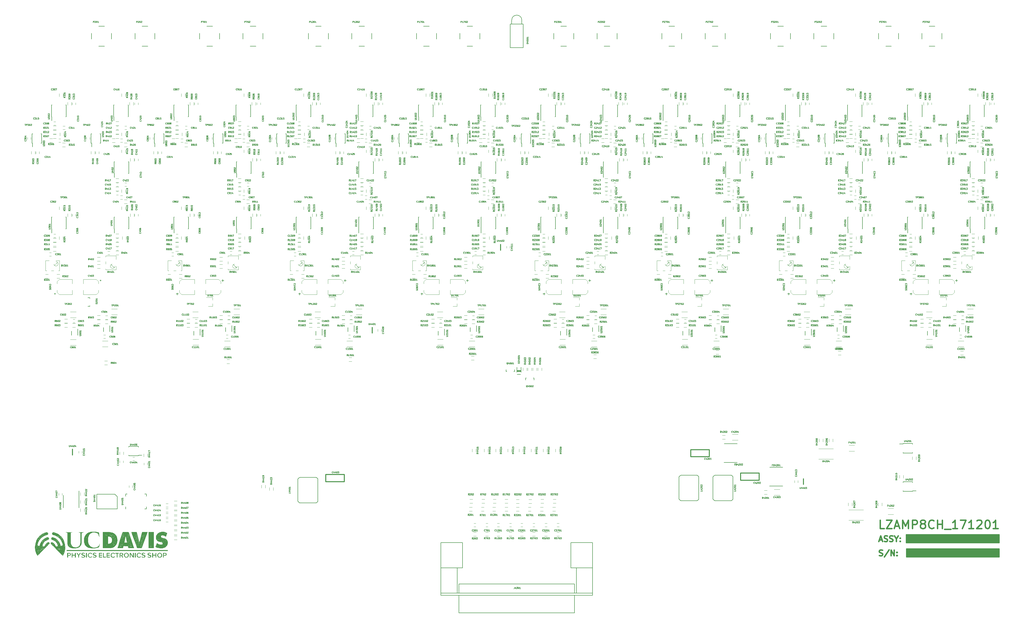
<source format=gto>
G04 #@! TF.GenerationSoftware,KiCad,Pcbnew,(2017-12-06 revision 4e70e37f0)-master*
G04 #@! TF.CreationDate,2017-12-06T11:37:05-08:00*
G04 #@! TF.ProjectId,8CH_Amplifier,3843485F416D706C69666965722E6B69,rev?*
G04 #@! TF.SameCoordinates,Original*
G04 #@! TF.FileFunction,Legend,Top*
G04 #@! TF.FilePolarity,Positive*
%FSLAX46Y46*%
G04 Gerber Fmt 4.6, Leading zero omitted, Abs format (unit mm)*
G04 Created by KiCad (PCBNEW (2017-12-06 revision 4e70e37f0)-master) date Wed Dec  6 11:37:05 2017*
%MOMM*%
%LPD*%
G01*
G04 APERTURE LIST*
%ADD10C,0.100000*%
%ADD11C,0.500000*%
%ADD12C,0.120000*%
%ADD13C,0.150000*%
%ADD14C,0.350000*%
%ADD15C,0.137500*%
%ADD16C,0.254000*%
G04 APERTURE END LIST*
D10*
X46310500Y-238029060D02*
X46288400Y-238017130D01*
X27356500Y-246911658D02*
X27476200Y-246920556D01*
X46160300Y-242642560D02*
X46316400Y-243062430D01*
X57061900Y-244567310D02*
X57051600Y-244567310D01*
X57209100Y-244392350D02*
X57208600Y-244397220D01*
X22128300Y-245478060D02*
X22165700Y-245478020D01*
X23092500Y-245652820D02*
X23084000Y-245634420D01*
X52160000Y-238013490D02*
X51446600Y-238014740D01*
X47155800Y-241333590D02*
X46392500Y-238334670D01*
X22128300Y-246009960D02*
X22128300Y-245478060D01*
X25155400Y-243595570D02*
X25410500Y-243535350D01*
X54448200Y-242489350D02*
X54242600Y-242432970D01*
X54730400Y-242533400D02*
X54448200Y-242489350D01*
X55013700Y-242528140D02*
X54730400Y-242533400D01*
X55223700Y-242485660D02*
X55013700Y-242528140D01*
X55289400Y-242460380D02*
X55223700Y-242485660D01*
X55318300Y-242445030D02*
X55289400Y-242460380D01*
X55395800Y-242382310D02*
X55318300Y-242445030D01*
X55475900Y-242280310D02*
X55395800Y-242382310D01*
X55529300Y-242161340D02*
X55475900Y-242280310D01*
X55555300Y-242032470D02*
X55529300Y-242161340D01*
X55553600Y-241900810D02*
X55555300Y-242032470D01*
X55523900Y-241773310D02*
X55553600Y-241900810D01*
X55465400Y-241657040D02*
X55523900Y-241773310D01*
X55402800Y-241580060D02*
X55465400Y-241657040D01*
X55377900Y-241559070D02*
X55402800Y-241580060D01*
X55321600Y-241522220D02*
X55377900Y-241559070D01*
X55135500Y-241438630D02*
X55321600Y-241522220D01*
X54875700Y-241363750D02*
X55135500Y-241438630D01*
X54608200Y-241311180D02*
X54875700Y-241363750D01*
X54408700Y-241273200D02*
X54608200Y-241311180D01*
X54342900Y-241257680D02*
X54408700Y-241273200D01*
X54301100Y-241249710D02*
X54342900Y-241257680D01*
X54177800Y-241216350D02*
X54301100Y-241249710D01*
X54017600Y-241156290D02*
X54177800Y-241216350D01*
X53865100Y-241078430D02*
X54017600Y-241156290D01*
X53722500Y-240983600D02*
X53865100Y-241078430D01*
X53592600Y-240872750D02*
X53722500Y-240983600D01*
X53477900Y-240746670D02*
X53592600Y-240872750D01*
X53381000Y-240606320D02*
X53477900Y-240746670D01*
X53320500Y-240492110D02*
X53381000Y-240606320D01*
X53304300Y-240452520D02*
X53320500Y-240492110D01*
X53284600Y-240396630D02*
X53304300Y-240452520D01*
X53242900Y-240222960D02*
X53284600Y-240396630D01*
X53216900Y-239988210D02*
X53242900Y-240222960D01*
X53224400Y-239752150D02*
X53216900Y-239988210D01*
X53263900Y-239518810D02*
X53224400Y-239752150D01*
X53333400Y-239291970D02*
X53263900Y-239518810D01*
X53431500Y-239075720D02*
X53333400Y-239291970D01*
X53556200Y-238873950D02*
X53431500Y-239075720D01*
X53665700Y-238733710D02*
X53556200Y-238873950D01*
X53706100Y-238690630D02*
X53665700Y-238733710D01*
X53746100Y-238648640D02*
X53706100Y-238690630D01*
X53876400Y-238532470D02*
X53746100Y-238648640D01*
X54063000Y-238396360D02*
X53876400Y-238532470D01*
X54263500Y-238281930D02*
X54063000Y-238396360D01*
X54475000Y-238188780D02*
X54263500Y-238281930D01*
X54695000Y-238116460D02*
X54475000Y-238188780D01*
X54920800Y-238064650D02*
X54695000Y-238116460D01*
X55150000Y-238032970D02*
X54920800Y-238064650D01*
X55322200Y-238021520D02*
X55150000Y-238032970D01*
X55379700Y-238020970D02*
X55322200Y-238021520D01*
X42445100Y-239166650D02*
X42466100Y-239167350D01*
X54114800Y-242387030D02*
X53823700Y-242245270D01*
X48299000Y-238147500D02*
X48299000Y-238147500D01*
X48307600Y-238111200D02*
X48299000Y-238147500D01*
X48443300Y-238112890D02*
X48307600Y-238111200D01*
X49799000Y-238113810D02*
X48443300Y-238112890D01*
X49934600Y-238113970D02*
X49799000Y-238113810D01*
X49770500Y-238560470D02*
X49934600Y-238113970D01*
X48135400Y-243027820D02*
X49770500Y-238560470D01*
X47971000Y-243474210D02*
X48135400Y-243027820D01*
X47854700Y-243477630D02*
X47971000Y-243474210D01*
X47274100Y-243480130D02*
X47854700Y-243477630D01*
X46693500Y-243477740D02*
X47274100Y-243480130D01*
X46577300Y-243478710D02*
X46693500Y-243477740D01*
X46564300Y-243455060D02*
X46577300Y-243478710D01*
X46510700Y-243332450D02*
X46564300Y-243455060D01*
X46466800Y-243205930D02*
X46510700Y-243332450D01*
X46458700Y-243180380D02*
X46466800Y-243205930D01*
X46306100Y-242757740D02*
X46458700Y-243180380D01*
X45535100Y-240647560D02*
X46306100Y-242757740D01*
X44763000Y-238537740D02*
X45535100Y-240647560D01*
X44610000Y-238115320D02*
X44763000Y-238537740D01*
X44745000Y-238115270D02*
X44610000Y-238115320D01*
X46095300Y-238115710D02*
X44745000Y-238115270D01*
X46230400Y-238117820D02*
X46095300Y-238115710D01*
X46313000Y-238432380D02*
X46230400Y-238117820D01*
X46716500Y-240008020D02*
X46313000Y-238432380D01*
X47115700Y-241584670D02*
X46716500Y-240008020D01*
X47196400Y-241899840D02*
X47115700Y-241584670D01*
X47221200Y-241856040D02*
X47196400Y-241899840D01*
X47344800Y-241636100D02*
X47221200Y-241856040D01*
X47454400Y-241409210D02*
X47344800Y-241636100D01*
X47472300Y-241361960D02*
X47454400Y-241409210D01*
X47546800Y-241095530D02*
X47472300Y-241361960D01*
X47891600Y-239756280D02*
X47546800Y-241095530D01*
X48228600Y-238414970D02*
X47891600Y-239756280D01*
X48299000Y-238147500D02*
X48228600Y-238414970D01*
X42435800Y-239367060D02*
X42435800Y-239367060D01*
X42424700Y-239367110D02*
X42435800Y-239367060D01*
X42391400Y-239373520D02*
X42424700Y-239367110D01*
X42350300Y-239391250D02*
X42391400Y-239373520D01*
X42314600Y-239418450D02*
X42350300Y-239391250D01*
X42292200Y-239443890D02*
X42314600Y-239418450D01*
X42286400Y-239453380D02*
X42292200Y-239443890D01*
X42240000Y-239643810D02*
X42286400Y-239453380D01*
X42039400Y-240603340D02*
X42240000Y-239643810D01*
X41862900Y-241567910D02*
X42039400Y-240603340D01*
X41828300Y-241760890D02*
X41862900Y-241567910D01*
X41906200Y-241768860D02*
X41828300Y-241760890D01*
X42141400Y-241781180D02*
X41906200Y-241768860D01*
X42455000Y-241785350D02*
X42141400Y-241781180D01*
X42768900Y-241784270D02*
X42455000Y-241785350D01*
X43004100Y-241786170D02*
X42768900Y-241784270D01*
X43082600Y-241788990D02*
X43004100Y-241786170D01*
X43046400Y-241607630D02*
X43082600Y-241788990D01*
X42683300Y-239793930D02*
X43046400Y-241607630D01*
X42647300Y-239612560D02*
X42683300Y-239793930D01*
X42645900Y-239590750D02*
X42647300Y-239612560D01*
X42629100Y-239526090D02*
X42645900Y-239590750D01*
X42586400Y-239446770D02*
X42629100Y-239526090D01*
X42521100Y-239388930D02*
X42586400Y-239446770D01*
X42457100Y-239366850D02*
X42521100Y-239388930D01*
X42435800Y-239367060D02*
X42457100Y-239366850D01*
X54242600Y-242432970D02*
X54175700Y-242409380D01*
X43160800Y-238101600D02*
X43160800Y-238101600D01*
X43179600Y-238101490D02*
X43160800Y-238101600D01*
X43271500Y-238104960D02*
X43179600Y-238101490D01*
X43362100Y-238121400D02*
X43271500Y-238104960D01*
X43380100Y-238127860D02*
X43362100Y-238121400D01*
X43532500Y-238573540D02*
X43380100Y-238127860D01*
X45049800Y-243032860D02*
X43532500Y-238573540D01*
X45201600Y-243478820D02*
X45049800Y-243032860D01*
X45062500Y-243478660D02*
X45201600Y-243478820D01*
X43670900Y-243478220D02*
X45062500Y-243478660D01*
X43531800Y-243476650D02*
X43670900Y-243478220D01*
X43519100Y-243433200D02*
X43531800Y-243476650D01*
X43485700Y-243301740D02*
X43519100Y-243433200D01*
X43440800Y-243126130D02*
X43485700Y-243301740D01*
X43387600Y-242953380D02*
X43440800Y-243126130D01*
X43336800Y-242827240D02*
X43387600Y-242953380D01*
X43316000Y-242787250D02*
X43336800Y-242827240D01*
X43238200Y-242775810D02*
X43316000Y-242787250D01*
X43002100Y-242759590D02*
X43238200Y-242775810D01*
X42687100Y-242756650D02*
X43002100Y-242759590D01*
X42371600Y-242760350D02*
X42687100Y-242756650D01*
X42135500Y-242757470D02*
X42371600Y-242760350D01*
X42057100Y-242752640D02*
X42135500Y-242757470D01*
X42021800Y-242749340D02*
X42057100Y-242752640D01*
X41915100Y-242746890D02*
X42021800Y-242749340D01*
X41772100Y-242762350D02*
X41915100Y-242746890D01*
X41639100Y-242808900D02*
X41772100Y-242762350D01*
X41550400Y-242870380D02*
X41639100Y-242808900D01*
X41527500Y-242896680D02*
X41550400Y-242870380D01*
X41504600Y-242922780D02*
X41527500Y-242896680D01*
X41457900Y-243020380D02*
X41504600Y-242922780D01*
X41429800Y-243158890D02*
X41457900Y-243020380D01*
X41416800Y-243302560D02*
X41429800Y-243158890D01*
X41402200Y-243408240D02*
X41416800Y-243302560D01*
X41392500Y-243442100D02*
X41402200Y-243408240D01*
X41393900Y-243447140D02*
X41392500Y-243442100D01*
X41391600Y-243464130D02*
X41393900Y-243447140D01*
X41381800Y-243487930D02*
X41391600Y-243464130D01*
X41365900Y-243500790D02*
X41381800Y-243487930D01*
X41350100Y-243494240D02*
X41365900Y-243500790D01*
X41347300Y-243490320D02*
X41350100Y-243494240D01*
X41211400Y-243483600D02*
X41347300Y-243490320D01*
X40531000Y-243477960D02*
X41211400Y-243483600D01*
X39850500Y-243481040D02*
X40531000Y-243477960D01*
X39714400Y-243478710D02*
X39850500Y-243481040D01*
X39857100Y-243035250D02*
X39714400Y-243478710D01*
X40580100Y-240821060D02*
X39857100Y-243035250D01*
X41304700Y-238607290D02*
X40580100Y-240821060D01*
X41448200Y-238164100D02*
X41304700Y-238607290D01*
X41448600Y-238158950D02*
X41448200Y-238164100D01*
X41453300Y-238143750D02*
X41448600Y-238158950D01*
X41464400Y-238130410D02*
X41453300Y-238143750D01*
X41480000Y-238122660D02*
X41464400Y-238130410D01*
X41498700Y-238118850D02*
X41480000Y-238122660D01*
X41519400Y-238117500D02*
X41498700Y-238118850D01*
X41540800Y-238117110D02*
X41519400Y-238117500D01*
X41561500Y-238116090D02*
X41540800Y-238117110D01*
X41575500Y-238114180D02*
X41561500Y-238116090D01*
X41580100Y-238112990D02*
X41575500Y-238114180D01*
X41678700Y-238111160D02*
X41580100Y-238112990D01*
X41975000Y-238113380D02*
X41678700Y-238111160D01*
X54175700Y-242409380D02*
X54114800Y-242387030D01*
X42370400Y-238120470D02*
X41975000Y-238113380D01*
X42766000Y-238120970D02*
X42370400Y-238120470D01*
X36438900Y-239415070D02*
X36438900Y-239415070D01*
X36411400Y-239415240D02*
X36438900Y-239415070D01*
X36137200Y-239437210D02*
X36411400Y-239415240D01*
X36109800Y-239440250D02*
X36137200Y-239437210D01*
X36109000Y-239454520D02*
X36109800Y-239440250D01*
X36100400Y-239597470D02*
X36109000Y-239454520D01*
X36099600Y-239611790D02*
X36100400Y-239597470D01*
X36097300Y-239819970D02*
X36099600Y-239611790D01*
X36088300Y-240861310D02*
X36097300Y-239819970D01*
X36096400Y-241902600D02*
X36088300Y-240861310D01*
X36102600Y-242110820D02*
X36096400Y-241902600D01*
X36100000Y-242119840D02*
X36102600Y-242110820D01*
X36104100Y-242150270D02*
X36100000Y-242119840D01*
X36127500Y-242180160D02*
X36104100Y-242150270D01*
X36163500Y-242198000D02*
X36127500Y-242180160D01*
X36193200Y-242202520D02*
X36163500Y-242198000D01*
X36202800Y-242201320D02*
X36193200Y-242202520D01*
X36248700Y-242209720D02*
X36202800Y-242201320D01*
X36389000Y-242222360D02*
X36248700Y-242209720D01*
X36577100Y-242218410D02*
X36389000Y-242222360D01*
X36763500Y-242190030D02*
X36577100Y-242218410D01*
X36944300Y-242137740D02*
X36763500Y-242190030D01*
X37116200Y-242061950D02*
X36944300Y-242137740D01*
X37275400Y-241963310D02*
X37116200Y-242061950D01*
X37418500Y-241842210D02*
X37275400Y-241963310D01*
X37513900Y-241737290D02*
X37418500Y-241842210D01*
X37541600Y-241699310D02*
X37513900Y-241737290D01*
X37571800Y-241652220D02*
X37541600Y-241699310D01*
X37647900Y-241501720D02*
X37571800Y-241652220D01*
X37723700Y-241291270D02*
X37647900Y-241501720D01*
X37769400Y-241072090D02*
X37723700Y-241291270D01*
X37785300Y-240848400D02*
X37769400Y-241072090D01*
X37771400Y-240624340D02*
X37785300Y-240848400D01*
X37728300Y-240404170D02*
X37771400Y-240624340D01*
X37656100Y-240192040D02*
X37728300Y-240404170D01*
X37583700Y-240040070D02*
X37656100Y-240192040D01*
X37555100Y-239992220D02*
X37583700Y-240040070D01*
X37534400Y-239956590D02*
X37555100Y-239992220D01*
X37460800Y-239856430D02*
X37534400Y-239956590D01*
X37347500Y-239738380D02*
X37460800Y-239856430D01*
X37218200Y-239638220D02*
X37347500Y-239738380D01*
X37076100Y-239556240D02*
X37218200Y-239638220D01*
X36924000Y-239492710D02*
X37076100Y-239556240D01*
X36765100Y-239447850D02*
X36924000Y-239492710D01*
X36602300Y-239421860D02*
X36765100Y-239447850D01*
X36479700Y-239414380D02*
X36602300Y-239421860D01*
X36438900Y-239415070D02*
X36479700Y-239414380D01*
X35986500Y-238111250D02*
X35986500Y-238111250D01*
X36083500Y-238110880D02*
X35986500Y-238111250D01*
X36568000Y-238121780D02*
X36083500Y-238110880D01*
X37050000Y-238164150D02*
X36568000Y-238121780D01*
X37145700Y-238179500D02*
X37050000Y-238164150D01*
X37207200Y-238188780D02*
X37145700Y-238179500D01*
X37390400Y-238226170D02*
X37207200Y-238188780D01*
X37631900Y-238292290D02*
X37390400Y-238226170D01*
X37867500Y-238378130D02*
X37631900Y-238292290D01*
X38094600Y-238483920D02*
X37867500Y-238378130D01*
X38310100Y-238610000D02*
X38094600Y-238483920D01*
X38511600Y-238756710D02*
X38310100Y-238610000D01*
X38696400Y-238924240D02*
X38511600Y-238756710D01*
X38823300Y-239063570D02*
X38696400Y-238924240D01*
X38861600Y-239113040D02*
X38823300Y-239063570D01*
X38900800Y-239165950D02*
X38861600Y-239113040D01*
X39006500Y-239333700D02*
X38900800Y-239165950D01*
X39125900Y-239567470D02*
X39006500Y-239333700D01*
X39221100Y-239811950D02*
X39125900Y-239567470D01*
X39292900Y-240064650D02*
X39221100Y-239811950D01*
X39342500Y-240323170D02*
X39292900Y-240064650D01*
X39370800Y-240585110D02*
X39342500Y-240323170D01*
X39379100Y-240848020D02*
X39370800Y-240585110D01*
X39373300Y-241044310D02*
X39379100Y-240848020D01*
X39368300Y-241109520D02*
X39373300Y-241044310D01*
X39366400Y-241167790D02*
X39368300Y-241109520D01*
X39349600Y-241342320D02*
X39366400Y-241167790D01*
X39309400Y-241572360D02*
X39349600Y-241342320D01*
X39248600Y-241797720D02*
X39309400Y-241572360D01*
X39167500Y-242016420D02*
X39248600Y-241797720D01*
X39066500Y-242226650D02*
X39167500Y-242016420D01*
X38946400Y-242426470D02*
X39066500Y-242226650D01*
X38807500Y-242613970D02*
X38946400Y-242426470D01*
X38691600Y-242746020D02*
X38807500Y-242613970D01*
X38650300Y-242787250D02*
X38691600Y-242746020D01*
X38609300Y-242828970D02*
X38650300Y-242787250D01*
X38476600Y-242944530D02*
X38609300Y-242828970D01*
X38287500Y-243080490D02*
X38476600Y-242944530D01*
X38085400Y-243195570D02*
X38287500Y-243080490D01*
X37872500Y-243290240D02*
X38085400Y-243195570D01*
X37651400Y-243365000D02*
X37872500Y-243290240D01*
X37424300Y-243420340D02*
X37651400Y-243365000D01*
X37193700Y-243456640D02*
X37424300Y-243420340D01*
X37019800Y-243472310D02*
X37193700Y-243456640D01*
X36961900Y-243474540D02*
X37019800Y-243472310D01*
X36756800Y-243475950D02*
X36961900Y-243474540D01*
X35730700Y-243479700D02*
X36756800Y-243475950D01*
X34704100Y-243473350D02*
X35730700Y-243479700D01*
X34499000Y-243469770D02*
X34704100Y-243473350D01*
X34498900Y-243442530D02*
X34499000Y-243469770D01*
X34498000Y-243170390D02*
X34498900Y-243442530D01*
X34498000Y-243143210D02*
X34498000Y-243170390D01*
X34496500Y-242724000D02*
X34498000Y-243143210D01*
X34495800Y-238532150D02*
X34496500Y-242724000D01*
X34495100Y-238112990D02*
X34495800Y-238532150D01*
X34619300Y-238114290D02*
X34495100Y-238112990D01*
X35862200Y-238112340D02*
X34619300Y-238114290D01*
X35986500Y-238111250D02*
X35862200Y-238112340D01*
X22000400Y-238157970D02*
X22000400Y-238157970D01*
X22000000Y-238157590D02*
X22000400Y-238157970D01*
X21992200Y-238151180D02*
X22000000Y-238157590D01*
X22082900Y-238155250D02*
X21992200Y-238151180D01*
X22991200Y-238159810D02*
X22082900Y-238155250D01*
X23082100Y-238157040D02*
X22991200Y-238159810D01*
X23068900Y-238174090D02*
X23082100Y-238157040D01*
X23017100Y-238268380D02*
X23068900Y-238174090D01*
X22984400Y-238371020D02*
X23017100Y-238268380D01*
X22980800Y-238392240D02*
X22984400Y-238371020D01*
X22981200Y-238656130D02*
X22980800Y-238392240D01*
X22981100Y-239976060D02*
X22981200Y-238656130D01*
X22989300Y-241296100D02*
X22981100Y-239976060D01*
X22994000Y-241560040D02*
X22989300Y-241296100D01*
X22991600Y-241605290D02*
X22994000Y-241560040D01*
X22992500Y-241741410D02*
X22991600Y-241605290D01*
X23006200Y-241922780D02*
X22992500Y-241741410D01*
X23035500Y-242102360D02*
X23006200Y-241922780D01*
X23080400Y-242278520D02*
X23035500Y-242102360D01*
X23141100Y-242449590D02*
X23080400Y-242278520D01*
X23217900Y-242613750D02*
X23141100Y-242449590D01*
X23311000Y-242769520D02*
X23217900Y-242613750D01*
X23391200Y-242880290D02*
X23311000Y-242769520D01*
X23420400Y-242915070D02*
X23391200Y-242880290D01*
X23446100Y-242947630D02*
X23420400Y-242915070D01*
X23531200Y-243038930D02*
X23446100Y-242947630D01*
X23655400Y-243148040D02*
X23531200Y-243038930D01*
X23790800Y-243242340D02*
X23655400Y-243148040D01*
X23935800Y-243321770D02*
X23790800Y-243242340D01*
X24088300Y-243386380D02*
X23935800Y-243321770D01*
X24246600Y-243436180D02*
X24088300Y-243386380D01*
X24408700Y-243471070D02*
X24246600Y-243436180D01*
X24531600Y-243487990D02*
X24408700Y-243471070D01*
X24572800Y-243491140D02*
X24531600Y-243487990D01*
X24622600Y-243495970D02*
X24572800Y-243491140D01*
X24773200Y-243502040D02*
X24622600Y-243495970D01*
X24975000Y-243495700D02*
X24773200Y-243502040D01*
X25175500Y-243471390D02*
X24975000Y-243495700D01*
X25372800Y-243428310D02*
X25175500Y-243471390D01*
X25563900Y-243365770D02*
X25372800Y-243428310D01*
X25746600Y-243283070D02*
X25563900Y-243365770D01*
X25918700Y-243179500D02*
X25746600Y-243283070D01*
X26040100Y-243088030D02*
X25918700Y-243179500D01*
X26077600Y-243054350D02*
X26040100Y-243088030D01*
X26109600Y-243025810D02*
X26077600Y-243054350D01*
X26198200Y-242932110D02*
X26109600Y-243025810D01*
X26302300Y-242797400D02*
X26198200Y-242932110D01*
X26390800Y-242652060D02*
X26302300Y-242797400D01*
X26464300Y-242498030D02*
X26390800Y-242652060D01*
X26523600Y-242337390D02*
X26464300Y-242498030D01*
X26569400Y-242172070D02*
X26523600Y-242337390D01*
X26602800Y-242004060D02*
X26569400Y-242172070D01*
X26620100Y-241877590D02*
X26602800Y-242004060D01*
X26624100Y-241835270D02*
X26620100Y-241877590D01*
X26633400Y-241546420D02*
X26624100Y-241835270D01*
X26646000Y-240101650D02*
X26633400Y-241546420D01*
X26639300Y-238656720D02*
X26646000Y-240101650D01*
X26639100Y-238367820D02*
X26639300Y-238656720D01*
X26642600Y-238353220D02*
X26639100Y-238367820D01*
X26641000Y-238306630D02*
X26642600Y-238353220D01*
X26620700Y-238251390D02*
X26641000Y-238306630D01*
X26584100Y-238203810D02*
X26620700Y-238251390D01*
X26550000Y-238173810D02*
X26584100Y-238203810D01*
X26537500Y-238165560D02*
X26550000Y-238173810D01*
X26575000Y-238165670D02*
X26537500Y-238165560D01*
X26949000Y-238161110D02*
X26575000Y-238165670D01*
X26986400Y-238159970D02*
X26949000Y-238161110D01*
X26982500Y-238163340D02*
X26986400Y-238159970D01*
X26945900Y-238199640D02*
X26982500Y-238163340D01*
X26942600Y-238203540D02*
X26945900Y-238199640D01*
X26916500Y-238235560D02*
X26942600Y-238203540D01*
X26859800Y-238349160D02*
X26916500Y-238235560D01*
X26821200Y-238511210D02*
X26859800Y-238349160D01*
X26813700Y-238680430D02*
X26821200Y-238511210D01*
X26820400Y-238805920D02*
X26813700Y-238680430D01*
X26824300Y-238847590D02*
X26820400Y-238805920D01*
X26824700Y-239062100D02*
X26824300Y-238847590D01*
X26823200Y-241207930D02*
X26824700Y-239062100D01*
X26821100Y-241422500D02*
X26823200Y-241207930D01*
X26825700Y-241494610D02*
X26821100Y-241422500D01*
X26822600Y-241712000D02*
X26825700Y-241494610D01*
X26788600Y-242000090D02*
X26822600Y-241712000D01*
X26715500Y-242279820D02*
X26788600Y-242000090D01*
X26634400Y-242481210D02*
X26715500Y-242279820D01*
X26600300Y-242544470D02*
X26634400Y-242481210D01*
X26565500Y-242612670D02*
X26600300Y-242544470D01*
X26432800Y-242802710D02*
X26565500Y-242612670D01*
X26218300Y-243022930D02*
X26432800Y-242802710D01*
X25967300Y-243202350D02*
X26218300Y-243022930D01*
X25761900Y-243309930D02*
X25967300Y-243202350D01*
X25690400Y-243338140D02*
X25761900Y-243309930D01*
X25591200Y-243375090D02*
X25690400Y-243338140D01*
X25284700Y-243461790D02*
X25591200Y-243375090D01*
X24867900Y-243538450D02*
X25284700Y-243461790D01*
X24445100Y-243571860D02*
X24867900Y-243538450D01*
X24127100Y-243571970D02*
X24445100Y-243571860D01*
X24021500Y-243565900D02*
X24127100Y-243571970D01*
X23972600Y-243563090D02*
X24021500Y-243565900D01*
X23826200Y-243549840D02*
X23972600Y-243563090D01*
X23630500Y-243523150D02*
X23826200Y-243549840D01*
X23436500Y-243484360D02*
X23630500Y-243523150D01*
X23246100Y-243432060D02*
X23436500Y-243484360D01*
X23061000Y-243364840D02*
X23246100Y-243432060D01*
X22883200Y-243281240D02*
X23061000Y-243364840D01*
X22714600Y-243179840D02*
X22883200Y-243281240D01*
X22594700Y-243091500D02*
X22714600Y-243179840D01*
X22557300Y-243059170D02*
X22594700Y-243091500D01*
X22529300Y-243036930D02*
X22557300Y-243059170D01*
X22451600Y-242962490D02*
X22529300Y-243036930D01*
X22360500Y-242853930D02*
X22451600Y-242962490D01*
X22283600Y-242735390D02*
X22360500Y-242853930D01*
X22220100Y-242608770D02*
X22283600Y-242735390D01*
X22169700Y-242475840D02*
X22220100Y-242608770D01*
X22131800Y-242338470D02*
X22169700Y-242475840D01*
X22105700Y-242198600D02*
X22131800Y-242338470D01*
X22093200Y-242093290D02*
X22105700Y-242198600D01*
X22090900Y-242058090D02*
X22093200Y-242093290D01*
X22089000Y-241750680D02*
X22090900Y-242058090D01*
X22089800Y-238676360D02*
X22089000Y-241750680D01*
X22092100Y-238368960D02*
X22089800Y-238676360D01*
X22095300Y-238354250D02*
X22092100Y-238368960D01*
X22094600Y-238307920D02*
X22095300Y-238354250D01*
X22077200Y-238250790D02*
X22094600Y-238307920D01*
X22044400Y-238199960D02*
X22077200Y-238250790D01*
X22012300Y-238167090D02*
X22044400Y-238199960D01*
X22000400Y-238157970D02*
X22012300Y-238167090D01*
X43062300Y-238110000D02*
X42766000Y-238120970D01*
X43160800Y-238101600D02*
X43062300Y-238110000D01*
X55665100Y-245417950D02*
X55665100Y-245417950D01*
X55683500Y-245417950D02*
X55665100Y-245417950D01*
X55738600Y-245417790D02*
X55683500Y-245417950D01*
X55745400Y-245417850D02*
X55738600Y-245417790D01*
X55745400Y-245944490D02*
X55745400Y-245417850D01*
X55743300Y-245960750D02*
X55745400Y-245944490D01*
X55741200Y-246010130D02*
X55743300Y-245960750D01*
X55749000Y-246077180D02*
X55741200Y-246010130D01*
X55775800Y-246135780D02*
X55749000Y-246077180D01*
X55813400Y-246170070D02*
X55775800Y-246135780D01*
X55828200Y-246176200D02*
X55813400Y-246170070D01*
X55825400Y-246177340D02*
X55828200Y-246176200D01*
X55813700Y-246179070D02*
X55825400Y-246177340D01*
X55791200Y-246181300D02*
X55813700Y-246179070D01*
X55766500Y-246183630D02*
X55791200Y-246181300D01*
X55750500Y-246185690D02*
X55766500Y-246183630D01*
X55745400Y-246186890D02*
X55750500Y-246185690D01*
X55745300Y-246236420D02*
X55745400Y-246186890D01*
X55745300Y-246731754D02*
X55745300Y-246236420D01*
X55745100Y-246781287D02*
X55745300Y-246731754D01*
X55746100Y-246785302D02*
X55745100Y-246781287D01*
X55747100Y-246798161D02*
X55746100Y-246785302D01*
X55743200Y-246808251D02*
X55747100Y-246798161D01*
X55734300Y-246813026D02*
X55743200Y-246808251D01*
X55722100Y-246813840D02*
X55734300Y-246813026D01*
X55707800Y-246812104D02*
X55722100Y-246813840D01*
X55692800Y-246809337D02*
X55707800Y-246812104D01*
X55678200Y-246806841D02*
X55692800Y-246809337D01*
X55668700Y-246805973D02*
X55678200Y-246806841D01*
X55665700Y-246806136D02*
X55668700Y-246805973D01*
X55665400Y-246690413D02*
X55665700Y-246806136D01*
X55665300Y-245533610D02*
X55665400Y-246690413D01*
X55665100Y-245417950D02*
X55665300Y-245533610D01*
X56286800Y-245415950D02*
X56286800Y-245415950D01*
X56312800Y-245415290D02*
X56286800Y-245415950D01*
X56442800Y-245434450D02*
X56312800Y-245415290D01*
X56564000Y-245486590D02*
X56442800Y-245434450D01*
X56585700Y-245502530D02*
X56564000Y-245486590D01*
X56612800Y-245521090D02*
X56585700Y-245502530D01*
X56678400Y-245599920D02*
X56612800Y-245521090D01*
X56726900Y-245724210D02*
X56678400Y-245599920D01*
X56730100Y-245858430D02*
X56726900Y-245724210D01*
X56703000Y-245957020D02*
X56730100Y-245858430D01*
X56686800Y-245985770D02*
X56703000Y-245957020D01*
X56676100Y-246007900D02*
X56686800Y-245985770D01*
X56627300Y-246066390D02*
X56676100Y-246007900D01*
X56545900Y-246122110D02*
X56627300Y-246066390D01*
X56451800Y-246156670D02*
X56545900Y-246122110D01*
X56378500Y-246171420D02*
X56451800Y-246156670D01*
X56353900Y-246173970D02*
X56378500Y-246171420D01*
X56377300Y-246167840D02*
X56353900Y-246173970D01*
X56444600Y-246137140D02*
X56377300Y-246167840D01*
X56523300Y-246078920D02*
X56444600Y-246137140D01*
X56585400Y-246003290D02*
X56523300Y-246078920D01*
X56619100Y-245937540D02*
X56585400Y-246003290D01*
X56626200Y-245914380D02*
X56619100Y-245937540D01*
X56633700Y-245894030D02*
X56626200Y-245914380D01*
X56645000Y-245828970D02*
X56633700Y-245894030D01*
X56641100Y-245743310D02*
X56645000Y-245828970D01*
X56617100Y-245660740D02*
X56641100Y-245743310D01*
X56575700Y-245584780D02*
X56617100Y-245660740D01*
X56519400Y-245518860D02*
X56575700Y-245584780D01*
X56450800Y-245466460D02*
X56519400Y-245518860D01*
X56372300Y-245430970D02*
X56450800Y-245466460D01*
X54396800Y-245386320D02*
X54396800Y-245386320D01*
X54365100Y-245386040D02*
X54396800Y-245386320D01*
X54209400Y-245412140D02*
X54365100Y-245386040D01*
X54063700Y-245473350D02*
X54209400Y-245412140D01*
X54037200Y-245490650D02*
X54063700Y-245473350D01*
X54010100Y-245509360D02*
X54037200Y-245490650D01*
X53936200Y-245576920D02*
X54010100Y-245509360D01*
X53855500Y-245680040D02*
X53936200Y-245576920D01*
X53795000Y-245796150D02*
X53855500Y-245680040D01*
X53754700Y-245921590D02*
X53795000Y-245796150D01*
X53734800Y-246052450D02*
X53754700Y-245921590D01*
X53735300Y-246184990D02*
X53734800Y-246052450D01*
X53756100Y-246315470D02*
X53735300Y-246184990D01*
X53784400Y-246409980D02*
X53756100Y-246315470D01*
X53797300Y-246440090D02*
X53784400Y-246409980D01*
X53807900Y-246471174D02*
X53797300Y-246440090D01*
X53855100Y-246559173D02*
X53807900Y-246471174D01*
X53938300Y-246659542D02*
X53855100Y-246559173D01*
X54041500Y-246739512D02*
X53938300Y-246659542D01*
X54159400Y-246797509D02*
X54041500Y-246739512D01*
X54286500Y-246831906D02*
X54159400Y-246797509D01*
X54417800Y-246841129D02*
X54286500Y-246831906D01*
X54547600Y-246823551D02*
X54417800Y-246841129D01*
X54641600Y-246792517D02*
X54547600Y-246823551D01*
X54670700Y-246777598D02*
X54641600Y-246792517D01*
X54696200Y-246764631D02*
X54670700Y-246777598D01*
X54767800Y-246715912D02*
X54696200Y-246764631D01*
X54850400Y-246638438D02*
X54767800Y-246715912D01*
X54918500Y-246548052D02*
X54850400Y-246638438D01*
X54971800Y-246447520D02*
X54918500Y-246548052D01*
X55010000Y-246339660D02*
X54971800Y-246447520D01*
X55032900Y-246227250D02*
X55010000Y-246339660D01*
X55040300Y-246113100D02*
X55032900Y-246227250D01*
X55036100Y-246028030D02*
X55040300Y-246113100D01*
X55032100Y-246000090D02*
X55036100Y-246028030D01*
X55030000Y-245970090D02*
X55032100Y-246000090D01*
X55012100Y-245881000D02*
X55030000Y-245970090D01*
X54970100Y-245767670D02*
X55012100Y-245881000D01*
X54908600Y-245663240D02*
X54970100Y-245767670D01*
X54830100Y-245570890D02*
X54908600Y-245663240D01*
X54737100Y-245493850D02*
X54830100Y-245570890D01*
X54632200Y-245435250D02*
X54737100Y-245493850D01*
X54517900Y-245398360D02*
X54632200Y-245435250D01*
X54427100Y-245385950D02*
X54517900Y-245398360D01*
X54396800Y-245386320D02*
X54427100Y-245385950D01*
X54370700Y-245366850D02*
X54370700Y-245366850D01*
X54402100Y-245366310D02*
X54370700Y-245366850D01*
X54558000Y-245386100D02*
X54402100Y-245366310D01*
X54707200Y-245435530D02*
X54558000Y-245386100D01*
X54735300Y-245449790D02*
X54707200Y-245435530D01*
X54766900Y-245464880D02*
X54735300Y-245449790D01*
X54855000Y-245524720D02*
X54766900Y-245464880D01*
X54954000Y-245622270D02*
X54855000Y-245524720D01*
X55031600Y-245737720D02*
X54954000Y-245622270D01*
X55087200Y-245866200D02*
X55031600Y-245737720D01*
X55119800Y-246002920D02*
X55087200Y-245866200D01*
X55128600Y-246143160D02*
X55119800Y-246002920D01*
X55112900Y-246282050D02*
X55128600Y-246143160D01*
X55085300Y-246382960D02*
X55112900Y-246282050D01*
X55071800Y-246414860D02*
X55085300Y-246382960D01*
X55059700Y-246446980D02*
X55071800Y-246414860D01*
X55008900Y-246537906D02*
X55059700Y-246446980D01*
X54922300Y-246642941D02*
X55008900Y-246537906D01*
X54816500Y-246728770D02*
X54922300Y-246642941D01*
X54696100Y-246794254D02*
X54816500Y-246728770D01*
X54565500Y-246838145D02*
X54696100Y-246794254D01*
X54429100Y-246859304D02*
X54565500Y-246838145D01*
X54291600Y-246856483D02*
X54429100Y-246859304D01*
X54190000Y-246838741D02*
X54291600Y-246856483D01*
X54157300Y-246828597D02*
X54190000Y-246838741D01*
X54127500Y-246820567D02*
X54157300Y-246828597D01*
X54041000Y-246784380D02*
X54127500Y-246820567D01*
X53936800Y-246719222D02*
X54041000Y-246784380D01*
X53846200Y-246636267D02*
X53936800Y-246719222D01*
X53770700Y-246538829D02*
X53846200Y-246636267D01*
X53711400Y-246430050D02*
X53770700Y-246538829D01*
X53669800Y-246313240D02*
X53711400Y-246430050D01*
X53647300Y-246191610D02*
X53669800Y-246313240D01*
X53643000Y-246099000D02*
X53647300Y-246191610D01*
X53645100Y-246068390D02*
X53643000Y-246099000D01*
X53645500Y-246033610D02*
X53645100Y-246068390D01*
X53662100Y-245929610D02*
X53645500Y-246033610D01*
X53707300Y-245798540D02*
X53662100Y-245929610D01*
X53777300Y-245678640D02*
X53707300Y-245798540D01*
X53868300Y-245573340D02*
X53777300Y-245678640D01*
X53976800Y-245486040D02*
X53868300Y-245573340D01*
X54099100Y-245420220D02*
X53976800Y-245486040D01*
X54231600Y-245379320D02*
X54099100Y-245420220D01*
X54336000Y-245366140D02*
X54231600Y-245379320D01*
X54370700Y-245366850D02*
X54336000Y-245366140D01*
X53040700Y-245414210D02*
X53040700Y-245414210D01*
X53046400Y-245414040D02*
X53040700Y-245414210D01*
X53102500Y-245421150D02*
X53046400Y-245414040D01*
X53108200Y-245421420D02*
X53102500Y-245421150D01*
X53108400Y-245534710D02*
X53108200Y-245421420D01*
X53108600Y-246667952D02*
X53108400Y-245534710D01*
X53108400Y-246781287D02*
X53108600Y-246667952D01*
X53109400Y-246785248D02*
X53108400Y-246781287D01*
X53110700Y-246797780D02*
X53109400Y-246785248D01*
X53107100Y-246807872D02*
X53110700Y-246797780D01*
X53098700Y-246812755D02*
X53107100Y-246807872D01*
X53087100Y-246813840D02*
X53098700Y-246812755D01*
X53073300Y-246812429D02*
X53087100Y-246813840D01*
X53058900Y-246809824D02*
X53073300Y-246812429D01*
X53044800Y-246807329D02*
X53058900Y-246809824D01*
X53035700Y-246806298D02*
X53044800Y-246807329D01*
X53032800Y-246806352D02*
X53035700Y-246806298D01*
X53030300Y-246749874D02*
X53032800Y-246806352D01*
X53028000Y-246459130D02*
X53030300Y-246749874D01*
X53029300Y-246165400D02*
X53028000Y-246459130D01*
X53028600Y-246107510D02*
X53029300Y-246165400D01*
X51955500Y-246107510D02*
X53028600Y-246107510D01*
X51955400Y-246163670D02*
X51955500Y-246107510D01*
X51955400Y-246725136D02*
X51955400Y-246163670D01*
X51955300Y-246781287D02*
X51955400Y-246725136D01*
X51956400Y-246785302D02*
X51955300Y-246781287D01*
X51957300Y-246798161D02*
X51956400Y-246785302D01*
X51953300Y-246808251D02*
X51957300Y-246798161D01*
X51944600Y-246813026D02*
X51953300Y-246808251D01*
X51932300Y-246813840D02*
X51944600Y-246813026D01*
X51917900Y-246812104D02*
X51932300Y-246813840D01*
X51902900Y-246809337D02*
X51917900Y-246812104D01*
X51888500Y-246806841D02*
X51902900Y-246809337D01*
X51879000Y-246805973D02*
X51888500Y-246806841D01*
X51875900Y-246806136D02*
X51879000Y-246805973D01*
X51875700Y-246726708D02*
X51875900Y-246806136D01*
X51875400Y-245932650D02*
X51875700Y-246726708D01*
X51875400Y-245853280D02*
X51875400Y-245932650D01*
X51874300Y-245817150D02*
X51875400Y-245853280D01*
X51876200Y-245636380D02*
X51874300Y-245817150D01*
X51875300Y-245455930D02*
X51876200Y-245636380D01*
X51872500Y-245420070D02*
X51875300Y-245455930D01*
X51875500Y-245417350D02*
X51872500Y-245420070D01*
X51889000Y-245414100D02*
X51875500Y-245417350D01*
X51910800Y-245415560D02*
X51889000Y-245414100D01*
X51933900Y-245419420D02*
X51910800Y-245415560D01*
X51950000Y-245421040D02*
X51933900Y-245419420D01*
X51955100Y-245420560D02*
X51950000Y-245421040D01*
X51955400Y-245474860D02*
X51955100Y-245420560D01*
X51955500Y-246018040D02*
X51955400Y-245474860D01*
X51955700Y-246072410D02*
X51955500Y-246018040D01*
X53028600Y-246072410D02*
X51955700Y-246072410D01*
X53028600Y-246028460D02*
X53028600Y-246072410D01*
X53028400Y-245589130D02*
X53028600Y-246028460D01*
X53028600Y-245545220D02*
X53028400Y-245589130D01*
X53030500Y-245537200D02*
X53028600Y-245545220D01*
X53030400Y-245511490D02*
X53030500Y-245537200D01*
X53027100Y-245473290D02*
X53030400Y-245511490D01*
X53027600Y-245438350D02*
X53027100Y-245473290D01*
X53035700Y-245417850D02*
X53027600Y-245438350D01*
X53040700Y-245414210D02*
X53035700Y-245417850D01*
X56286800Y-245415950D02*
X56308300Y-245416810D01*
X50750500Y-245368200D02*
X50750500Y-245368200D01*
X50785300Y-245367660D02*
X50750500Y-245368200D01*
X50957500Y-245385460D02*
X50785300Y-245367660D01*
X51122500Y-245435640D02*
X50957500Y-245385460D01*
X51153600Y-245451320D02*
X51122500Y-245435640D01*
X51157100Y-245455060D02*
X51153600Y-245451320D01*
X51172600Y-245462540D02*
X51157100Y-245455060D01*
X51198000Y-245474320D02*
X51172600Y-245462540D01*
X51213600Y-245487240D02*
X51198000Y-245474320D01*
X51207300Y-245500090D02*
X51213600Y-245487240D01*
X51203900Y-245502100D02*
X51207300Y-245500090D01*
X51168200Y-245478710D02*
X51203900Y-245502100D01*
X51051800Y-245423060D02*
X51168200Y-245478710D01*
X50885300Y-245377590D02*
X51051800Y-245423060D01*
X50714600Y-245374990D02*
X50885300Y-245377590D01*
X50588000Y-245405640D02*
X50714600Y-245374990D01*
X50550400Y-245424520D02*
X50588000Y-245405640D01*
X50532800Y-245431290D02*
X50550400Y-245424520D01*
X50483900Y-245462340D02*
X50532800Y-245431290D01*
X50430900Y-245516590D02*
X50483900Y-245462340D01*
X50392600Y-245582610D02*
X50430900Y-245516590D01*
X50370100Y-245655960D02*
X50392600Y-245582610D01*
X50364700Y-245731970D02*
X50370100Y-245655960D01*
X50377300Y-245806180D02*
X50364700Y-245731970D01*
X50409300Y-245873950D02*
X50377300Y-245806180D01*
X50446800Y-245918990D02*
X50409300Y-245873950D01*
X50461800Y-245930860D02*
X50446800Y-245918990D01*
X50497800Y-245958470D02*
X50461800Y-245930860D01*
X50625500Y-246015820D02*
X50497800Y-245958470D01*
X50805400Y-246060590D02*
X50625500Y-246015820D01*
X50988000Y-246098670D02*
X50805400Y-246060590D01*
X51120500Y-246141640D02*
X50988000Y-246098670D01*
X51160400Y-246163610D02*
X51120500Y-246141640D01*
X51184800Y-246176040D02*
X51160400Y-246163610D01*
X51249000Y-246230990D02*
X51184800Y-246176040D01*
X51310100Y-246323390D02*
X51249000Y-246230990D01*
X51338000Y-246430050D02*
X51310100Y-246323390D01*
X51335100Y-246514144D02*
X51338000Y-246430050D01*
X12641160Y-243297240D02*
X12610190Y-243326590D01*
X51416600Y-238736360D02*
X51416600Y-238736360D01*
X51431100Y-238736310D02*
X51416600Y-238736360D01*
X51576000Y-238736200D02*
X51431100Y-238736310D01*
X51590500Y-238736200D02*
X51576000Y-238736200D01*
X51589100Y-239079630D02*
X51590500Y-238736200D01*
X51587900Y-242514360D02*
X51589100Y-239079630D01*
X51587100Y-242857840D02*
X51587900Y-242514360D01*
X51558500Y-242857780D02*
X51587100Y-242857840D01*
X51273000Y-242857520D02*
X51558500Y-242857780D01*
X51244600Y-242857520D02*
X51273000Y-242857520D01*
X51245700Y-242514900D02*
X51244600Y-242857520D01*
X51246600Y-239088910D02*
X51245700Y-242514900D01*
X51246800Y-238746290D02*
X51246600Y-239088910D01*
X51254000Y-238741630D02*
X51246800Y-238746290D01*
X51281200Y-238735820D02*
X51254000Y-238741630D01*
X51325400Y-238735060D02*
X51281200Y-238735820D01*
X51372800Y-238737390D02*
X51325400Y-238735060D01*
X51405800Y-238737670D02*
X51372800Y-238737390D01*
X51416600Y-238736360D02*
X51405800Y-238737670D01*
X54188300Y-239093400D02*
X54188300Y-239093400D01*
X54192500Y-239089340D02*
X54188300Y-239093400D01*
X54199700Y-239082280D02*
X54192500Y-239089340D01*
X54182900Y-239121890D02*
X54199700Y-239082280D01*
X54124700Y-239328810D02*
X54182900Y-239121890D01*
X54102100Y-239542630D02*
X54124700Y-239328810D01*
X54103000Y-239585660D02*
X54102100Y-239542630D01*
X54102500Y-239622270D02*
X54103000Y-239585660D01*
X54112200Y-239732400D02*
X54102500Y-239622270D01*
X54143300Y-239874820D02*
X54112200Y-239732400D01*
X54194400Y-240011210D02*
X54143300Y-239874820D01*
X54263500Y-240139850D02*
X54194400Y-240011210D01*
X54348700Y-240258930D02*
X54263500Y-240139850D01*
X54448000Y-240366850D02*
X54348700Y-240258930D01*
X54559600Y-240461850D02*
X54448000Y-240366850D01*
X54649800Y-240524070D02*
X54559600Y-240461850D01*
X54681400Y-240542200D02*
X54649800Y-240524070D01*
X54718900Y-240566280D02*
X54681400Y-240542200D01*
X54838300Y-240628020D02*
X54718900Y-240566280D01*
X55002600Y-240693500D02*
X54838300Y-240628020D01*
X55172300Y-240744390D02*
X55002600Y-240693500D01*
X55345300Y-240786450D02*
X55172300Y-240744390D01*
X55519300Y-240825500D02*
X55345300Y-240786450D01*
X55692300Y-240867340D02*
X55519300Y-240825500D01*
X55862300Y-240917740D02*
X55692300Y-240867340D01*
X55987200Y-240964170D02*
X55862300Y-240917740D01*
X56027500Y-240982570D02*
X55987200Y-240964170D01*
X56067600Y-240998030D02*
X56027500Y-240982570D01*
X56179400Y-241067360D02*
X56067600Y-240998030D01*
X56302900Y-241188180D02*
X56179400Y-241067360D01*
X56395100Y-241335210D02*
X56302900Y-241188180D01*
X56442900Y-241456850D02*
X56395100Y-241335210D01*
X56452600Y-241498850D02*
X56442900Y-241456850D01*
X56462600Y-241539590D02*
X56452600Y-241498850D01*
X56478200Y-241665400D02*
X56462600Y-241539590D01*
X56475000Y-241832340D02*
X56478200Y-241665400D01*
X56445100Y-241996460D02*
X56475000Y-241832340D01*
X56390700Y-242154600D02*
X56445100Y-241996460D01*
X56313900Y-242303700D02*
X56390700Y-242154600D01*
X56216600Y-242440570D02*
X56313900Y-242303700D01*
X56101200Y-242562100D02*
X56216600Y-242440570D01*
X56004400Y-242642020D02*
X56101200Y-242562100D01*
X55969800Y-242665130D02*
X56004400Y-242642020D01*
X55992300Y-242632530D02*
X55969800Y-242665130D01*
X56051000Y-242528410D02*
X55992300Y-242632530D01*
X56112300Y-242381990D02*
X56051000Y-242528410D01*
X56154300Y-242228660D02*
X56112300Y-242381990D01*
X56176100Y-242071060D02*
X56154300Y-242228660D01*
X56177900Y-241911880D02*
X56176100Y-242071060D01*
X56159600Y-241753840D02*
X56177900Y-241911880D01*
X56121000Y-241599700D02*
X56159600Y-241753840D01*
X56079000Y-241487720D02*
X56121000Y-241599700D01*
X56061800Y-241452070D02*
X56079000Y-241487720D01*
X56047900Y-241422020D02*
X56061800Y-241452070D01*
X55997300Y-241336030D02*
X56047900Y-241422020D01*
X55918500Y-241231210D02*
X55997300Y-241336030D01*
X55827100Y-241137410D02*
X55918500Y-241231210D01*
X55725300Y-241054240D02*
X55827100Y-241137410D01*
X55615000Y-240981320D02*
X55725300Y-241054240D01*
X55498300Y-240918490D02*
X55615000Y-240981320D01*
X55377300Y-240865270D02*
X55498300Y-240918490D01*
X55285000Y-240831360D02*
X55377300Y-240865270D01*
X55253900Y-240821490D02*
X55285000Y-240831360D01*
X55198200Y-240801200D02*
X55253900Y-240821490D01*
X55025100Y-240757570D02*
X55198200Y-240801200D01*
X54791400Y-240715420D02*
X55025100Y-240757570D01*
X54557600Y-240673700D02*
X54791400Y-240715420D01*
X54384400Y-240631000D02*
X54557600Y-240673700D01*
X54328700Y-240611200D02*
X54384400Y-240631000D01*
X54293500Y-240599590D02*
X54328700Y-240611200D01*
X54192100Y-240550880D02*
X54293500Y-240599590D01*
X54070400Y-240464820D02*
X54192100Y-240550880D01*
X53970400Y-240355180D02*
X54070400Y-240464820D01*
X53912100Y-240258610D02*
X53970400Y-240355180D01*
X53898600Y-240224160D02*
X53912100Y-240258610D01*
X53884300Y-240188180D02*
X53898600Y-240224160D01*
X53854600Y-240075070D02*
X53884300Y-240188180D01*
X53837600Y-239922890D02*
X53854600Y-240075070D01*
X53845500Y-239770280D02*
X53837600Y-239922890D01*
X53876400Y-239619840D02*
X53845500Y-239770280D01*
X53928200Y-239474270D02*
X53876400Y-239619840D01*
X53998700Y-239336250D02*
X53928200Y-239474270D01*
X54086100Y-239208380D02*
X53998700Y-239336250D01*
X54160900Y-239120380D02*
X54086100Y-239208380D01*
X54188300Y-239093400D02*
X54160900Y-239120380D01*
X12506620Y-243403520D02*
X12357030Y-243484030D01*
X47816000Y-242066770D02*
X47816000Y-242066770D01*
X47818000Y-242062750D02*
X47816000Y-242066770D01*
X47840100Y-242022990D02*
X47818000Y-242062750D01*
X47842300Y-242019030D02*
X47840100Y-242022990D01*
X47817200Y-242087390D02*
X47842300Y-242019030D01*
X47566600Y-242771360D02*
X47817200Y-242087390D01*
X47541600Y-242839770D02*
X47566600Y-242771360D01*
X47538000Y-242845850D02*
X47541600Y-242839770D01*
X47516500Y-242857890D02*
X47538000Y-242845850D01*
X47480400Y-242860280D02*
X47516500Y-242857890D01*
X47440500Y-242857090D02*
X47480400Y-242860280D01*
X47412600Y-242856530D02*
X47440500Y-242857090D01*
X47403900Y-242858490D02*
X47412600Y-242856530D01*
X47432100Y-242789530D02*
X47403900Y-242858490D01*
X47598300Y-242456790D02*
X47432100Y-242789530D01*
X47779800Y-242131820D02*
X47598300Y-242456790D01*
X45603200Y-238735880D02*
X45603200Y-238735880D01*
X45615400Y-238735820D02*
X45603200Y-238735880D01*
X45736500Y-238735770D02*
X45615400Y-238735820D01*
X45748600Y-238735820D02*
X45736500Y-238735770D01*
X45797600Y-238924890D02*
X45748600Y-238735820D01*
X46279800Y-240817420D02*
X45797600Y-238924890D01*
X46327900Y-241006770D02*
X46279800Y-240817420D01*
X46260500Y-240822200D02*
X46327900Y-241006770D01*
X45585800Y-238976820D02*
X46260500Y-240822200D01*
X45518000Y-238792410D02*
X45585800Y-238976820D01*
X45514000Y-238786710D02*
X45518000Y-238792410D01*
X45504100Y-238768210D02*
X45514000Y-238786710D01*
X45501400Y-238751820D02*
X45504100Y-238768210D01*
X45507800Y-238741740D02*
X45501400Y-238751820D01*
X45521100Y-238736530D02*
X45507800Y-238741740D01*
X45539300Y-238734790D02*
X45521100Y-238736530D01*
X45560500Y-238735060D02*
X45539300Y-238734790D01*
X45582500Y-238735880D02*
X45560500Y-238735060D01*
X45598000Y-238736100D02*
X45582500Y-238735880D01*
X45603200Y-238735880D02*
X45598000Y-238736100D01*
X48784800Y-238735820D02*
X48784800Y-238735820D01*
X48806500Y-238735710D02*
X48784800Y-238735820D01*
X49023000Y-238735710D02*
X48806500Y-238735710D01*
X49044700Y-238735770D02*
X49023000Y-238735710D01*
X48975300Y-238925340D02*
X49044700Y-238735770D01*
X48281000Y-240821380D02*
X48975300Y-238925340D01*
X48211500Y-241011000D02*
X48281000Y-240821380D01*
X48253000Y-240870380D02*
X48211500Y-241011000D01*
X48365900Y-240445070D02*
X48253000Y-240870380D01*
X48504800Y-239875140D02*
X48365900Y-240445070D01*
X48640400Y-239304350D02*
X48504800Y-239875140D01*
X48746600Y-238877360D02*
X48640400Y-239304350D01*
X48784800Y-238735820D02*
X48746600Y-238877360D01*
X43365700Y-240035900D02*
X43365700Y-240035900D01*
X43364700Y-240031130D02*
X43365700Y-240035900D01*
X43355100Y-239983490D02*
X43364700Y-240031130D01*
X43354100Y-239978770D02*
X43355100Y-239983490D01*
X43436000Y-240218570D02*
X43354100Y-239978770D01*
X44251900Y-242617600D02*
X43436000Y-240218570D01*
X44333700Y-242857460D02*
X44251900Y-242617600D01*
X44306800Y-242857400D02*
X44333700Y-242857460D01*
X44038000Y-242857180D02*
X44306800Y-242857400D01*
X44011200Y-242857180D02*
X44038000Y-242857180D01*
X44001500Y-242824360D02*
X44011200Y-242857180D01*
X43942500Y-242663500D02*
X44001500Y-242824360D01*
X43868000Y-242509420D02*
X43942500Y-242663500D01*
X43850500Y-242479960D02*
X43868000Y-242509420D01*
X43849400Y-242474920D02*
X43850500Y-242479960D01*
X43839800Y-242461140D02*
X43849400Y-242474920D01*
X43824800Y-242442790D02*
X43839800Y-242461140D01*
X43817600Y-242424890D02*
X43824800Y-242442790D01*
X43826200Y-242410140D02*
X43817600Y-242424890D01*
X43830500Y-242407430D02*
X43826200Y-242410140D01*
X43794000Y-242209350D02*
X43830500Y-242407430D01*
X43405300Y-240233320D02*
X43794000Y-242209350D01*
X43365700Y-240035900D02*
X43405300Y-240233320D01*
X41464000Y-240118790D02*
X41464000Y-240118790D01*
X41473300Y-240090470D02*
X41464000Y-240118790D01*
X41565800Y-239807600D02*
X41473300Y-240090470D01*
X41575100Y-239779340D02*
X41565800Y-239807600D01*
X41537600Y-239932920D02*
X41575100Y-239779340D01*
X41442200Y-240397820D02*
X41537600Y-239932920D01*
X41330700Y-241020540D02*
X41442200Y-240397820D01*
X41221200Y-241643640D02*
X41330700Y-241020540D01*
X41130000Y-242109200D02*
X41221200Y-241643640D01*
X41094700Y-242263220D02*
X41130000Y-242109200D01*
X41109100Y-242266850D02*
X41094700Y-242263220D01*
X41255300Y-242301790D02*
X41109100Y-242266850D01*
X41270000Y-242305040D02*
X41255300Y-242301790D01*
X41233700Y-242329350D02*
X41270000Y-242305040D01*
X41133200Y-242414750D02*
X41233700Y-242329350D01*
X41016400Y-242545720D02*
X41133200Y-242414750D01*
X40922900Y-242694100D02*
X41016400Y-242545720D01*
X40868700Y-242814430D02*
X40922900Y-242694100D01*
X40855400Y-242856100D02*
X40868700Y-242814430D01*
X40831900Y-242856920D02*
X40855400Y-242856100D01*
X40594300Y-242856810D02*
X40831900Y-242856920D01*
X40570500Y-242856700D02*
X40594300Y-242856810D01*
X40644600Y-242628400D02*
X40570500Y-242856700D01*
X41389400Y-240346880D02*
X40644600Y-242628400D01*
X41464000Y-240118790D02*
X41389400Y-240346880D01*
X41816500Y-239040610D02*
X41816500Y-239040610D01*
X41824700Y-239015170D02*
X41816500Y-239040610D01*
X41907800Y-238760890D02*
X41824700Y-239015170D01*
X41916100Y-238735500D02*
X41907800Y-238760890D01*
X42000500Y-238735770D02*
X41916100Y-238735500D01*
X42422800Y-238741520D02*
X42000500Y-238735770D01*
X42845000Y-238741520D02*
X42422800Y-238741520D01*
X42929400Y-238738920D02*
X42845000Y-238741520D01*
X42936900Y-238760890D02*
X42929400Y-238738920D01*
X43012500Y-238980670D02*
X42936900Y-238760890D01*
X43020100Y-239002700D02*
X43012500Y-238980670D01*
X43011500Y-238993960D02*
X43020100Y-239002700D01*
X42920000Y-238913880D02*
X43011500Y-238993960D01*
X42910100Y-238906720D02*
X42920000Y-238913880D01*
X42880700Y-238882570D02*
X42910100Y-238906720D01*
X42781400Y-238823820D02*
X42880700Y-238882570D01*
X42639400Y-238771570D02*
X42781400Y-238823820D01*
X42489700Y-238748790D02*
X42639400Y-238771570D01*
X42337800Y-238754490D02*
X42489700Y-238748790D01*
X42188900Y-238787590D02*
X42337800Y-238754490D01*
X42048700Y-238846990D02*
X42188900Y-238787590D01*
X41922800Y-238931680D02*
X42048700Y-238846990D01*
X41839800Y-239010840D02*
X41922800Y-238931680D01*
X41816500Y-239040610D02*
X41839800Y-239010840D01*
X36527100Y-238792790D02*
X36527100Y-238792790D01*
X36503600Y-238793000D02*
X36527100Y-238792790D01*
X36268900Y-238799200D02*
X36503600Y-238793000D01*
X36245400Y-238799840D02*
X36268900Y-238799200D01*
X36217600Y-238798160D02*
X36245400Y-238799840D01*
X36133900Y-238801740D02*
X36217600Y-238798160D01*
X36022900Y-238820070D02*
X36133900Y-238801740D01*
X35915500Y-238854210D02*
X36022900Y-238820070D01*
X35814300Y-238903460D02*
X35915500Y-238854210D01*
X35722300Y-238967000D02*
X35814300Y-238903460D01*
X35642200Y-239044250D02*
X35722300Y-238967000D01*
X35576900Y-239134420D02*
X35642200Y-239044250D01*
X35538500Y-239210380D02*
X35576900Y-239134420D01*
X35529100Y-239236900D02*
X35538500Y-239210380D01*
X35509100Y-239402770D02*
X35529100Y-239236900D01*
X35476200Y-239903630D02*
X35509100Y-239402770D01*
X35464000Y-240572310D02*
X35476200Y-239903630D01*
X35470500Y-241241680D02*
X35464000Y-240572310D01*
X35475700Y-241743360D02*
X35470500Y-241241680D01*
X35474600Y-241910570D02*
X35475700Y-241743360D01*
X35470100Y-241939280D02*
X35474600Y-241910570D01*
X35464800Y-242026780D02*
X35470100Y-241939280D01*
X35471100Y-242144030D02*
X35464800Y-242026780D01*
X35492900Y-242259640D02*
X35471100Y-242144030D01*
X35530000Y-242371070D02*
X35492900Y-242259640D01*
X35582100Y-242475840D02*
X35530000Y-242371070D01*
X35648900Y-242571270D02*
X35582100Y-242475840D01*
X35730100Y-242654930D02*
X35648900Y-242571270D01*
X35800300Y-242709070D02*
X35730100Y-242654930D01*
X35825400Y-242724160D02*
X35800300Y-242709070D01*
X35887200Y-242748570D02*
X35825400Y-242724160D01*
X36080400Y-242802280D02*
X35887200Y-242748570D01*
X36343000Y-242840640D02*
X36080400Y-242802280D01*
X36608700Y-242840860D02*
X36343000Y-242840640D01*
X36872300Y-242804450D02*
X36608700Y-242840860D01*
X37129100Y-242733000D02*
X36872300Y-242804450D01*
X37374000Y-242628130D02*
X37129100Y-242733000D01*
X37602300Y-242491310D02*
X37374000Y-242628130D01*
X37760700Y-242369500D02*
X37602300Y-242491310D01*
X37809100Y-242324250D02*
X37760700Y-242369500D01*
X37857200Y-242277380D02*
X37809100Y-242324250D01*
X37987600Y-242122600D02*
X37857200Y-242277380D01*
X38135100Y-241898850D02*
X37987600Y-242122600D01*
X38251200Y-241657430D02*
X38135100Y-241898850D01*
X38335800Y-241402600D02*
X38251200Y-241657430D01*
X38388500Y-241138820D02*
X38335800Y-241402600D01*
X38409100Y-240870470D02*
X38388500Y-241138820D01*
X38397500Y-240601880D02*
X38409100Y-240870470D01*
X38368400Y-240402600D02*
X38397500Y-240601880D01*
X38353500Y-240337490D02*
X38368400Y-240402600D01*
X38346600Y-240297500D02*
X38353500Y-240337490D01*
X38318700Y-240178910D02*
X38346600Y-240297500D01*
X38269300Y-240024990D02*
X38318700Y-240178910D01*
X38205900Y-239876500D02*
X38269300Y-240024990D01*
X38129600Y-239734250D02*
X38205900Y-239876500D01*
X38041200Y-239598950D02*
X38129600Y-239734250D01*
X37941600Y-239471450D02*
X38041200Y-239598950D01*
X37831800Y-239352420D02*
X37941600Y-239471450D01*
X37712500Y-239242710D02*
X37831800Y-239352420D01*
X37584700Y-239143100D02*
X37712500Y-239242710D01*
X37449300Y-239054350D02*
X37584700Y-239143100D01*
X37307200Y-238977200D02*
X37449300Y-239054350D01*
X37159300Y-238912420D02*
X37307200Y-238977200D01*
X37006400Y-238860820D02*
X37159300Y-238912420D01*
X36849600Y-238823170D02*
X37006400Y-238860820D01*
X36689400Y-238800220D02*
X36849600Y-238823170D01*
X36567600Y-238792630D02*
X36689400Y-238800220D01*
X36527100Y-238792790D02*
X36567600Y-238792630D01*
X47816000Y-242066770D02*
X47779800Y-242131820D01*
X36036500Y-238732460D02*
X36036500Y-238732460D01*
X36110000Y-238732290D02*
X36036500Y-238732460D01*
X36477100Y-238738700D02*
X36110000Y-238732290D01*
X36842800Y-238764090D02*
X36477100Y-238738700D01*
X36915500Y-238773420D02*
X36842800Y-238764090D01*
X36964000Y-238778250D02*
X36915500Y-238773420D01*
X37108600Y-238799740D02*
X36964000Y-238778250D01*
X37300500Y-238840420D02*
X37108600Y-238799740D01*
X37489000Y-238896140D02*
X37300500Y-238840420D01*
X37671900Y-238967540D02*
X37489000Y-238896140D01*
X37847100Y-239055100D02*
X37671900Y-238967540D01*
X38012500Y-239159490D02*
X37847100Y-239055100D01*
X38165700Y-239281340D02*
X38012500Y-239159490D01*
X38272200Y-239384270D02*
X38165700Y-239281340D01*
X38304700Y-239421270D02*
X38272200Y-239384270D01*
X38341900Y-239467750D02*
X38304700Y-239421270D01*
X38441900Y-239616790D02*
X38341900Y-239467750D01*
X38553600Y-239826320D02*
X38441900Y-239616790D01*
X38640300Y-240047020D02*
X38553600Y-239826320D01*
X38703200Y-240276180D02*
X38640300Y-240047020D01*
X38743200Y-240511100D02*
X38703200Y-240276180D01*
X38761200Y-240749000D02*
X38743200Y-240511100D01*
X38758200Y-240987290D02*
X38761200Y-240749000D01*
X38743300Y-241164470D02*
X38758200Y-240987290D01*
X38735100Y-241223130D02*
X38743300Y-241164470D01*
X38730500Y-241284920D02*
X38735100Y-241223130D01*
X38698000Y-241468950D02*
X38730500Y-241284920D01*
X38625800Y-241706420D02*
X38698000Y-241468950D01*
X38521100Y-241931460D02*
X38625800Y-241706420D01*
X38386600Y-242140170D02*
X38521100Y-241931460D01*
X38225100Y-242328540D02*
X38386600Y-242140170D01*
X38039300Y-242492660D02*
X38225100Y-242328540D01*
X37831800Y-242628400D02*
X38039300Y-242492660D01*
X37663600Y-242710600D02*
X37831800Y-242628400D01*
X37605300Y-242731970D02*
X37663600Y-242710600D01*
X37529600Y-242750530D02*
X37605300Y-242731970D01*
X37299400Y-242794140D02*
X37529600Y-242750530D01*
X36991100Y-242833960D02*
X37299400Y-242794140D01*
X36680700Y-242855890D02*
X36991100Y-242833960D01*
X36369000Y-242864180D02*
X36680700Y-242855890D01*
X36056400Y-242863270D02*
X36369000Y-242864180D01*
X35743500Y-242857460D02*
X36056400Y-242863270D01*
X35431000Y-242851220D02*
X35743500Y-242857460D01*
X35197200Y-242848560D02*
X35431000Y-242851220D01*
X35119300Y-242848840D02*
X35197200Y-242848560D01*
X35118900Y-242506170D02*
X35119300Y-242848840D01*
X35117200Y-239079570D02*
X35118900Y-242506170D01*
X35117100Y-238736900D02*
X35117200Y-239079570D01*
X35193700Y-238736850D02*
X35117100Y-238736900D01*
X35959800Y-238732890D02*
X35193700Y-238736850D01*
X36036500Y-238732460D02*
X35959800Y-238732890D01*
X51666600Y-238655900D02*
X51666600Y-238655900D01*
X51670900Y-238655900D02*
X51666600Y-238655900D01*
X51669300Y-239012740D02*
X51670900Y-238655900D01*
X51668200Y-242581250D02*
X51669300Y-239012740D01*
X51666900Y-242938130D02*
X51668200Y-242581250D01*
X51625100Y-242938130D02*
X51666900Y-242938130D01*
X51205900Y-242937700D02*
X51625100Y-242938130D01*
X51164000Y-242937640D02*
X51205900Y-242937700D01*
X51165400Y-242580820D02*
X51164000Y-242937640D01*
X51166400Y-239012780D02*
X51165400Y-242580820D01*
X51166500Y-238656020D02*
X51166400Y-239012780D01*
X51208200Y-238656070D02*
X51166500Y-238656020D01*
X51625000Y-238655900D02*
X51208200Y-238656070D01*
X51666600Y-238655900D02*
X51625000Y-238655900D01*
X28550800Y-240059610D02*
X28550800Y-240059610D01*
X28552200Y-240054780D02*
X28550800Y-240059610D01*
X28555000Y-240045180D02*
X28552200Y-240054780D01*
X28535700Y-240176420D02*
X28555000Y-240045180D01*
X28506400Y-240574420D02*
X28535700Y-240176420D01*
X28517100Y-241106100D02*
X28506400Y-240574420D01*
X28590000Y-241632470D02*
X28517100Y-241106100D01*
X28685100Y-242020320D02*
X28590000Y-241632470D01*
X28727800Y-242145920D02*
X28685100Y-242020320D01*
X28702800Y-242105720D02*
X28727800Y-242145920D01*
X28637600Y-241979360D02*
X28702800Y-242105720D01*
X28565300Y-241802220D02*
X28637600Y-241979360D01*
X28509700Y-241618100D02*
X28565300Y-241802220D01*
X28478400Y-241477960D02*
X28509700Y-241618100D01*
X28470500Y-241430860D02*
X28478400Y-241477960D01*
X28458300Y-241345310D02*
X28470500Y-241430860D01*
X28438000Y-241086290D02*
X28458300Y-241345310D01*
X28439300Y-240740430D02*
X28438000Y-241086290D01*
X28476200Y-240396960D02*
X28439300Y-240740430D01*
X28527300Y-240142560D02*
X28476200Y-240396960D01*
X28550800Y-240059610D02*
X28527300Y-240142560D01*
X53771900Y-242832780D02*
X53771900Y-242832780D01*
X53773600Y-242831310D02*
X53771900Y-242832780D01*
X53782500Y-242831250D02*
X53773600Y-242831310D01*
X53795800Y-242836850D02*
X53782500Y-242831250D01*
X53810000Y-242844490D02*
X53795800Y-242836850D01*
X53819300Y-242848610D02*
X53810000Y-242844490D01*
X53822600Y-242849000D02*
X53819300Y-242848610D01*
X53826400Y-242850350D02*
X53822600Y-242849000D01*
X53837900Y-242854790D02*
X53826400Y-242850350D01*
X53840700Y-242856640D02*
X53837900Y-242854790D01*
X53834100Y-242855390D02*
X53840700Y-242856640D01*
X53821500Y-242851880D02*
X53834100Y-242855390D01*
X54496200Y-238772560D02*
X54496200Y-238772560D01*
X54498600Y-238771310D02*
X54496200Y-238772560D01*
X54507500Y-238766640D02*
X54498600Y-238771310D01*
X54483700Y-238790020D02*
X54507500Y-238766640D01*
X54418300Y-238866520D02*
X54483700Y-238790020D01*
X54342800Y-238976770D02*
X54418300Y-238866520D01*
X54281200Y-239095470D02*
X54342800Y-238976770D01*
X54234300Y-239220790D02*
X54281200Y-239095470D01*
X54202200Y-239350840D02*
X54234300Y-239220790D01*
X54185400Y-239483660D02*
X54202200Y-239350840D01*
X54184400Y-239617450D02*
X54185400Y-239483660D01*
X54193700Y-239717490D02*
X54184400Y-239617450D01*
X54199600Y-239750360D02*
X54193700Y-239717490D01*
X54204000Y-239781240D02*
X54199600Y-239750360D01*
X54226600Y-239872660D02*
X54204000Y-239781240D01*
X54270700Y-239988530D02*
X54226600Y-239872660D01*
X54329700Y-240097210D02*
X54270700Y-239988530D01*
X54402100Y-240198060D02*
X54329700Y-240097210D01*
X54485800Y-240290350D02*
X54402100Y-240198060D01*
X54579100Y-240373350D02*
X54485800Y-240290350D01*
X54680300Y-240446430D02*
X54579100Y-240373350D01*
X54759800Y-240494560D02*
X54680300Y-240446430D01*
X54787300Y-240508820D02*
X54759800Y-240494560D01*
X54824300Y-240529930D02*
X54787300Y-240508820D01*
X54940700Y-240583750D02*
X54824300Y-240529930D01*
X55100000Y-240641040D02*
X54940700Y-240583750D01*
X55263500Y-240686070D02*
X55100000Y-240641040D01*
X55429100Y-240724270D02*
X55263500Y-240686070D01*
X55595500Y-240761100D02*
X55429100Y-240724270D01*
X55760500Y-240802020D02*
X55595500Y-240761100D01*
X55922500Y-240852360D02*
X55760500Y-240802020D01*
X56041200Y-240899180D02*
X55922500Y-240852360D01*
X56079400Y-240917680D02*
X56041200Y-240899180D01*
X56115300Y-240933200D02*
X56079400Y-240917680D01*
X56216400Y-240995590D02*
X56115300Y-240933200D01*
X56333900Y-241099920D02*
X56216400Y-240995590D01*
X56428200Y-241225780D02*
X56333900Y-241099920D01*
X56482800Y-241331250D02*
X56428200Y-241225780D01*
X56496000Y-241368200D02*
X56482800Y-241331250D01*
X56509100Y-241404220D02*
X56496000Y-241368200D01*
X56537800Y-241516530D02*
X56509100Y-241404220D01*
X56557200Y-241668540D02*
X56537800Y-241516530D01*
X56555100Y-241821650D02*
X56557200Y-241668540D01*
X56532600Y-241973350D02*
X56555100Y-241821650D01*
X56490700Y-242121130D02*
X56532600Y-241973350D01*
X56430100Y-242262460D02*
X56490700Y-242121130D01*
X56352100Y-242394890D02*
X56430100Y-242262460D01*
X56283000Y-242487290D02*
X56352100Y-242394890D01*
X56257500Y-242515820D02*
X56283000Y-242487290D01*
X56223700Y-242555380D02*
X56257500Y-242515820D01*
X56107500Y-242661600D02*
X56223700Y-242555380D01*
X55935300Y-242778850D02*
X56107500Y-242661600D01*
X55746800Y-242868140D02*
X55935300Y-242778850D01*
X55598400Y-242918000D02*
X55746800Y-242868140D01*
X55547900Y-242930160D02*
X55598400Y-242918000D01*
X55566200Y-242920560D02*
X55547900Y-242930160D01*
X55654700Y-242866520D02*
X55566200Y-242920560D01*
X55737300Y-242804070D02*
X55654700Y-242866520D01*
X55752900Y-242790350D02*
X55737300Y-242804070D01*
X55793000Y-242754700D02*
X55752900Y-242790350D01*
X55897100Y-242629540D02*
X55793000Y-242754700D01*
X56003000Y-242442790D02*
X55897100Y-242629540D01*
X56070300Y-242238270D02*
X56003000Y-242442790D01*
X56098300Y-242024070D02*
X56070300Y-242238270D01*
X56087100Y-241808310D02*
X56098300Y-242024070D01*
X56036100Y-241599210D02*
X56087100Y-241808310D01*
X55945100Y-241404880D02*
X56036100Y-241599210D01*
X55850800Y-241272060D02*
X55945100Y-241404880D01*
X55813600Y-241233490D02*
X55850800Y-241272060D01*
X55762300Y-241182820D02*
X55813600Y-241233490D01*
X55583900Y-241056090D02*
X55762300Y-241182820D01*
X55323000Y-240931090D02*
X55583900Y-241056090D01*
X55044000Y-240845960D02*
X55323000Y-240931090D01*
X54831200Y-240800390D02*
X55044000Y-240845960D01*
X54759800Y-240788240D02*
X54831200Y-240800390D01*
X54710700Y-240781840D02*
X54759800Y-240788240D01*
X54563900Y-240757790D02*
X54710700Y-240781840D01*
X54370300Y-240710700D02*
X54563900Y-240757790D01*
X54186800Y-240637200D02*
X54370300Y-240710700D01*
X54058600Y-240559560D02*
X54186800Y-240637200D01*
X54021100Y-240527710D02*
X54058600Y-240559560D01*
X53999600Y-240509910D02*
X54021100Y-240527710D01*
X53941200Y-240449100D02*
X53999600Y-240509910D01*
X53876900Y-240359790D02*
X53941200Y-240449100D01*
X53827200Y-240261920D02*
X53876900Y-240359790D01*
X53791500Y-240157640D02*
X53827200Y-240261920D01*
X53769000Y-240049090D02*
X53791500Y-240157640D01*
X53759000Y-239938460D02*
X53769000Y-240049090D01*
X53760700Y-239827950D02*
X53759000Y-239938460D01*
X53768700Y-239746460D02*
X53760700Y-239827950D01*
X53773300Y-239719650D02*
X53768700Y-239746460D01*
X53778900Y-239681400D02*
X53773300Y-239719650D01*
X53806900Y-239568450D02*
X53778900Y-239681400D01*
X53861000Y-239424350D02*
X53806900Y-239568450D01*
X53933200Y-239288500D02*
X53861000Y-239424350D01*
X54021600Y-239162040D02*
X53933200Y-239288500D01*
X54124100Y-239046100D02*
X54021600Y-239162040D01*
X54238900Y-238941770D02*
X54124100Y-239046100D01*
X54363600Y-238850180D02*
X54238900Y-238941770D01*
X54462100Y-238790180D02*
X54363600Y-238850180D01*
X54496200Y-238772560D02*
X54462100Y-238790180D01*
X53805800Y-242846990D02*
X53821500Y-242851880D01*
X48719400Y-238670560D02*
X48719400Y-238670560D01*
X48721000Y-238665070D02*
X48719400Y-238670560D01*
X48723400Y-238655360D02*
X48721000Y-238665070D01*
X48759800Y-238655360D02*
X48723400Y-238655360D01*
X49123000Y-238655590D02*
X48759800Y-238655360D01*
X49159400Y-238655640D02*
X49123000Y-238655590D01*
X49028700Y-239012570D02*
X49159400Y-238655640D01*
X47721500Y-242581790D02*
X49028700Y-239012570D01*
X47590800Y-242938680D02*
X47721500Y-242581790D01*
X47565500Y-242938780D02*
X47590800Y-242938680D01*
X47312100Y-242938520D02*
X47565500Y-242938780D01*
X47286800Y-242938400D02*
X47312100Y-242938520D01*
X47311800Y-242869020D02*
X47286800Y-242938400D01*
X47401200Y-242666000D02*
X47311800Y-242869020D01*
X47535900Y-242403140D02*
X47401200Y-242666000D01*
X47680100Y-242144890D02*
X47535900Y-242403140D01*
X47788300Y-241951430D02*
X47680100Y-242144890D01*
X47822900Y-241886210D02*
X47788300Y-241951430D01*
X47862600Y-241789590D02*
X47822900Y-241886210D01*
X47971400Y-241495420D02*
X47862600Y-241789590D01*
X48101100Y-241098780D02*
X47971400Y-241495420D01*
X48216400Y-240697680D02*
X48101100Y-241098780D01*
X48321100Y-240293390D02*
X48216400Y-240697680D01*
X48419600Y-239887200D02*
X48321100Y-240293390D01*
X48516000Y-239480450D02*
X48419600Y-239887200D01*
X48614600Y-239074470D02*
X48516000Y-239480450D01*
X48692100Y-238771200D02*
X48614600Y-239074470D01*
X48719400Y-238670560D02*
X48692100Y-238771200D01*
X45394800Y-238689650D02*
X45394800Y-238689650D01*
X45393900Y-238686780D02*
X45394800Y-238689650D01*
X45383000Y-238658070D02*
X45393900Y-238686780D01*
X45382100Y-238655200D02*
X45383000Y-238658070D01*
X45417800Y-238655530D02*
X45382100Y-238655200D01*
X45775100Y-238655530D02*
X45417800Y-238655530D01*
X45810800Y-238655790D02*
X45775100Y-238655530D01*
X45894400Y-238978450D02*
X45810800Y-238655790D01*
X46716600Y-242208640D02*
X45894400Y-238978450D01*
X46800100Y-242531390D02*
X46716600Y-242208640D01*
X46682600Y-242211350D02*
X46800100Y-242531390D01*
X45512600Y-239009530D02*
X46682600Y-242211350D01*
X45394800Y-238689650D02*
X45512600Y-239009530D01*
X41689000Y-239172670D02*
X41689000Y-239172670D01*
X41703000Y-239129540D02*
X41689000Y-239172670D01*
X41844000Y-238698170D02*
X41703000Y-239129540D01*
X41858000Y-238655040D02*
X41844000Y-238698170D01*
X41952100Y-238654990D02*
X41858000Y-238655040D01*
X42421900Y-238661340D02*
X41952100Y-238654990D01*
X42891900Y-238660400D02*
X42421900Y-238661340D01*
X42986000Y-238656780D02*
X42891900Y-238660400D01*
X43108700Y-239013110D02*
X42986000Y-238656780D01*
X44324100Y-242581040D02*
X43108700Y-239013110D01*
X44445700Y-242937810D02*
X44324100Y-242581040D01*
X44332200Y-242937810D02*
X44445700Y-242937810D01*
X43991900Y-242937430D02*
X44332200Y-242937810D01*
X43950700Y-242937380D02*
X43991900Y-242937430D01*
X43941100Y-242901520D02*
X43950700Y-242937380D01*
X43907200Y-242795280D02*
X43941100Y-242901520D01*
X43852200Y-242657040D02*
X43907200Y-242795280D01*
X43784100Y-242525210D02*
X43852200Y-242657040D01*
X43723400Y-242431520D02*
X43784100Y-242525210D01*
X43700700Y-242402320D02*
X43723400Y-242431520D01*
X43697800Y-242399560D02*
X43700700Y-242402320D01*
X43689300Y-242390670D02*
X43697800Y-242399560D01*
X43686100Y-242384150D02*
X43689300Y-242390670D01*
X43689100Y-242381430D02*
X43686100Y-242384150D01*
X43697100Y-242381280D02*
X43689100Y-242381430D01*
X43708200Y-242382420D02*
X43697100Y-242381280D01*
X43720700Y-242383500D02*
X43708200Y-242382420D01*
X43733200Y-242383220D02*
X43720700Y-242383500D01*
X43741500Y-242381600D02*
X43733200Y-242383220D01*
X43743900Y-242380460D02*
X43741500Y-242381600D01*
X43701400Y-242150100D02*
X43743900Y-242380460D01*
X43477300Y-241000470D02*
X43701400Y-242150100D01*
X43247100Y-239852090D02*
X43477300Y-241000470D01*
X43201400Y-239622320D02*
X43247100Y-239852090D01*
X43200700Y-239595310D02*
X43201400Y-239622320D01*
X43191400Y-239514520D02*
X43200700Y-239595310D01*
X43167200Y-239409000D02*
X43191400Y-239514520D01*
X43129800Y-239307430D02*
X43167200Y-239409000D01*
X43080000Y-239211350D02*
X43129800Y-239307430D01*
X43018400Y-239122430D02*
X43080000Y-239211350D01*
X42945900Y-239042200D02*
X43018400Y-239122430D01*
X42863600Y-238972210D02*
X42945900Y-239042200D01*
X42795700Y-238926960D02*
X42863600Y-238972210D01*
X42771900Y-238914210D02*
X42795700Y-238926960D01*
X42743400Y-238897220D02*
X42771900Y-238914210D01*
X42650700Y-238858860D02*
X42743400Y-238897220D01*
X42521900Y-238830650D02*
X42650700Y-238858860D01*
X42390100Y-238828060D02*
X42521900Y-238830650D01*
X42259700Y-238849750D02*
X42390100Y-238828060D01*
X42134800Y-238894240D02*
X42259700Y-238849750D01*
X42020000Y-238960060D02*
X42134800Y-238894240D01*
X41919400Y-239045880D02*
X42020000Y-238960060D01*
X41855300Y-239122270D02*
X41919400Y-239045880D01*
X41837800Y-239150210D02*
X41855300Y-239122270D01*
X41806600Y-239242820D02*
X41837800Y-239150210D01*
X41723900Y-239524130D02*
X41806600Y-239242820D01*
X41628200Y-239902430D02*
X41723900Y-239524130D01*
X41546400Y-240284000D02*
X41628200Y-239902430D01*
X41474000Y-240667850D02*
X41546400Y-240284000D01*
X41406500Y-241052770D02*
X41474000Y-240667850D01*
X41339700Y-241437810D02*
X41406500Y-241052770D01*
X41269000Y-241821920D02*
X41339700Y-241437810D01*
X41211100Y-242108820D02*
X41269000Y-241821920D01*
X41190000Y-242204030D02*
X41211100Y-242108820D01*
X41217100Y-242210700D02*
X41190000Y-242204030D01*
X41490300Y-242265390D02*
X41217100Y-242210700D01*
X41517800Y-242269630D02*
X41490300Y-242265390D01*
X41490400Y-242279170D02*
X41517800Y-242269630D01*
X41410500Y-242315360D02*
X41490400Y-242279170D01*
X41310400Y-242374450D02*
X41410500Y-242315360D01*
X41218300Y-242445570D02*
X41310400Y-242374450D01*
X41135400Y-242527380D02*
X41218300Y-242445570D01*
X41062600Y-242618470D02*
X41135400Y-242527380D01*
X41001200Y-242717490D02*
X41062600Y-242618470D01*
X40952200Y-242823060D02*
X41001200Y-242717490D01*
X40923700Y-242905740D02*
X40952200Y-242823060D01*
X40916500Y-242933900D02*
X40923700Y-242905740D01*
X40879000Y-242935960D02*
X40916500Y-242933900D01*
X40688700Y-242937920D02*
X40879000Y-242935960D01*
X40497300Y-242936500D02*
X40688700Y-242937920D01*
X40459400Y-242936890D02*
X40497300Y-242936500D01*
X40561400Y-242623090D02*
X40459400Y-242936890D01*
X41586500Y-239486310D02*
X40561400Y-242623090D01*
X41689000Y-239172670D02*
X41586500Y-239486310D01*
X53790300Y-242841610D02*
X53805800Y-242846990D01*
X36527500Y-238873030D02*
X36527500Y-238873030D01*
X36502200Y-238873200D02*
X36527500Y-238873030D01*
X36250500Y-238880090D02*
X36502200Y-238873200D01*
X36225500Y-238880680D02*
X36250500Y-238880090D01*
X36201400Y-238879750D02*
X36225500Y-238880680D01*
X36128700Y-238884040D02*
X36201400Y-238879750D01*
X36032600Y-238901090D02*
X36128700Y-238884040D01*
X35939300Y-238931290D02*
X36032600Y-238901090D01*
X35851500Y-238974270D02*
X35939300Y-238931290D01*
X35771600Y-239029500D02*
X35851500Y-238974270D01*
X35702200Y-239096500D02*
X35771600Y-239029500D01*
X35645700Y-239174890D02*
X35702200Y-239096500D01*
X35612500Y-239241030D02*
X35645700Y-239174890D01*
X35604600Y-239264140D02*
X35612500Y-239241030D01*
X35586000Y-239429450D02*
X35604600Y-239264140D01*
X35555700Y-239928270D02*
X35586000Y-239429450D01*
X35544400Y-240594000D02*
X35555700Y-239928270D01*
X35550800Y-241260400D02*
X35544400Y-240594000D01*
X35555700Y-241759860D02*
X35550800Y-241260400D01*
X35554700Y-241926360D02*
X35555700Y-241759860D01*
X35550800Y-241952070D02*
X35554700Y-241926360D01*
X35546100Y-242030420D02*
X35550800Y-241952070D01*
X35551400Y-242135460D02*
X35546100Y-242030420D01*
X35570500Y-242239180D02*
X35551400Y-242135460D01*
X35603200Y-242339170D02*
X35570500Y-242239180D01*
X35649400Y-242433200D02*
X35603200Y-242339170D01*
X35709000Y-242518810D02*
X35649400Y-242433200D01*
X35781600Y-242593740D02*
X35709000Y-242518810D01*
X35844600Y-242642180D02*
X35781600Y-242593740D01*
X35867200Y-242655640D02*
X35844600Y-242642180D01*
X35927100Y-242678470D02*
X35867200Y-242655640D01*
X36113600Y-242728110D02*
X35927100Y-242678470D01*
X36367200Y-242762240D02*
X36113600Y-242728110D01*
X36623200Y-242759470D02*
X36367200Y-242762240D01*
X36876800Y-242721450D02*
X36623200Y-242759470D01*
X37123500Y-242649670D02*
X36876800Y-242721450D01*
X37358200Y-242545720D02*
X37123500Y-242649670D01*
X37576500Y-242411110D02*
X37358200Y-242545720D01*
X37727600Y-242291710D02*
X37576500Y-242411110D01*
X37773600Y-242247490D02*
X37727600Y-242291710D01*
X37819600Y-242201320D02*
X37773600Y-242247490D01*
X37943300Y-242049240D02*
X37819600Y-242201320D01*
X38082200Y-241830060D02*
X37943300Y-242049240D01*
X38190300Y-241594170D02*
X38082200Y-241830060D01*
X38267500Y-241345850D02*
X38190300Y-241594170D01*
X38313700Y-241089340D02*
X38267500Y-241345850D01*
X38328700Y-240829030D02*
X38313700Y-241089340D01*
X38312600Y-240569040D02*
X38328700Y-240829030D01*
X38281100Y-240376610D02*
X38312600Y-240569040D01*
X38265400Y-240313840D02*
X38281100Y-240376610D01*
X38258300Y-240276290D02*
X38265400Y-240313840D01*
X38229800Y-240165070D02*
X38258300Y-240276290D01*
X38180700Y-240020970D02*
X38229800Y-240165070D01*
X38118900Y-239882140D02*
X38180700Y-240020970D01*
X38045000Y-239749280D02*
X38118900Y-239882140D01*
X37960000Y-239623090D02*
X38045000Y-239749280D01*
X37864700Y-239504270D02*
X37960000Y-239623090D01*
X37760000Y-239393490D02*
X37864700Y-239504270D01*
X37646600Y-239291430D02*
X37760000Y-239393490D01*
X37525400Y-239198880D02*
X37646600Y-239291430D01*
X37397100Y-239116410D02*
X37525400Y-239198880D01*
X37262800Y-239044740D02*
X37397100Y-239116410D01*
X37123000Y-238984630D02*
X37262800Y-239044740D01*
X36978900Y-238936670D02*
X37123000Y-238984630D01*
X36830900Y-238901630D02*
X36978900Y-238936670D01*
X36680300Y-238880200D02*
X36830900Y-238901630D01*
X36565500Y-238872970D02*
X36680300Y-238880200D01*
X36527500Y-238873030D02*
X36565500Y-238872970D01*
X53777900Y-242836570D02*
X53790300Y-242841610D01*
X36036100Y-238652270D02*
X36036100Y-238652270D01*
X36117100Y-238652060D02*
X36036100Y-238652270D01*
X36521400Y-238660200D02*
X36117100Y-238652060D01*
X36923900Y-238692750D02*
X36521400Y-238660200D01*
X37004000Y-238704740D02*
X36923900Y-238692750D01*
X37054400Y-238710860D02*
X37004000Y-238704740D01*
X37205000Y-238737070D02*
X37054400Y-238710860D01*
X37403900Y-238785460D02*
X37205000Y-238737070D01*
X37598300Y-238850290D02*
X37403900Y-238785460D01*
X37786100Y-238932060D02*
X37598300Y-238850290D01*
X37964700Y-239031070D02*
X37786100Y-238932060D01*
X38131600Y-239147770D02*
X37964700Y-239031070D01*
X38284600Y-239282640D02*
X38131600Y-239147770D01*
X38389700Y-239395710D02*
X38284600Y-239282640D01*
X38421200Y-239436070D02*
X38389700Y-239395710D01*
X38456800Y-239485560D02*
X38421200Y-239436070D01*
X38551600Y-239642610D02*
X38456800Y-239485560D01*
X38656900Y-239861640D02*
X38551600Y-239642610D01*
X38737800Y-240090470D02*
X38656900Y-239861640D01*
X38795300Y-240326750D02*
X38737800Y-240090470D01*
X38830000Y-240567790D02*
X38795300Y-240326750D01*
X38842600Y-240811130D02*
X38830000Y-240567790D01*
X38834300Y-241054180D02*
X38842600Y-240811130D01*
X38815300Y-241234740D02*
X38834300Y-241054180D01*
X38805700Y-241294420D02*
X38815300Y-241234740D01*
X38799300Y-241358110D02*
X38805700Y-241294420D01*
X38760500Y-241547290D02*
X38799300Y-241358110D01*
X38678600Y-241791000D02*
X38760500Y-241547290D01*
X38562600Y-242021250D02*
X38678600Y-241791000D01*
X38416100Y-242233920D02*
X38562600Y-242021250D01*
X38241900Y-242424740D02*
X38416100Y-242233920D01*
X38043300Y-242589560D02*
X38241900Y-242424740D01*
X37823200Y-242724040D02*
X38043300Y-242589560D01*
X37646100Y-242803860D02*
X37823200Y-242724040D01*
X37585000Y-242824100D02*
X37646100Y-242803860D01*
X37429600Y-242858490D02*
X37585000Y-242824100D01*
X36954100Y-242917950D02*
X37429600Y-242858490D01*
X36317100Y-242944320D02*
X36954100Y-242917950D01*
X35677600Y-242936890D02*
X36317100Y-242944320D01*
X35198700Y-242928310D02*
X35677600Y-242936890D01*
X35039300Y-242929130D02*
X35198700Y-242928310D01*
X35038600Y-242573060D02*
X35039300Y-242929130D01*
X35037100Y-239012780D02*
X35038600Y-242573060D01*
X35036900Y-238656780D02*
X35037100Y-239012780D01*
X35120100Y-238656840D02*
X35036900Y-238656780D01*
X35952800Y-238652770D02*
X35120100Y-238656840D01*
X36036100Y-238652270D02*
X35952800Y-238652770D01*
X51666500Y-238555640D02*
X51666500Y-238555640D01*
X51675100Y-238555600D02*
X51666500Y-238555640D01*
X51762900Y-238555380D02*
X51675100Y-238555600D01*
X51771800Y-238555380D02*
X51762900Y-238555380D01*
X51769700Y-238928910D02*
X51771800Y-238555380D01*
X51768400Y-242664750D02*
X51769700Y-238928910D01*
X51766900Y-243038340D02*
X51768400Y-242664750D01*
X51708300Y-243038500D02*
X51766900Y-243038340D01*
X51239300Y-243037790D02*
X51708300Y-243038500D01*
X51063300Y-243037790D02*
X51239300Y-243037790D01*
X51065000Y-242664270D02*
X51063300Y-243037790D01*
X51066100Y-238929020D02*
X51065000Y-242664270D01*
X51066200Y-238555540D02*
X51066100Y-238929020D01*
X51116200Y-238555700D02*
X51066200Y-238555540D01*
X51616400Y-238555700D02*
X51116200Y-238555700D01*
X51666500Y-238555640D02*
X51616400Y-238555700D01*
X28866900Y-239225950D02*
X28866900Y-239225950D01*
X28869300Y-239223020D02*
X28866900Y-239225950D01*
X28875800Y-239215320D02*
X28869300Y-239223020D01*
X28848000Y-239284970D02*
X28875800Y-239215320D01*
X28736400Y-239642780D02*
X28848000Y-239284970D01*
X28659000Y-240009590D02*
X28736400Y-239642780D01*
X28648500Y-240083810D02*
X28659000Y-240009590D01*
X28637500Y-240165520D02*
X28648500Y-240083810D01*
X28615400Y-240412200D02*
X28637500Y-240165520D01*
X28604100Y-240743100D02*
X28615400Y-240412200D01*
X28615900Y-241074140D02*
X28604100Y-240743100D01*
X28651600Y-241403250D02*
X28615900Y-241074140D01*
X28712600Y-241728110D02*
X28651600Y-241403250D01*
X28799600Y-242046640D02*
X28712600Y-241728110D01*
X28913700Y-242356530D02*
X28799600Y-242046640D01*
X29017200Y-242582720D02*
X28913700Y-242356530D01*
X29056200Y-242655700D02*
X29017200Y-242582720D01*
X29013000Y-242622490D02*
X29056200Y-242655700D01*
X28816900Y-242433140D02*
X29013000Y-242622490D01*
X28650400Y-242216780D02*
X28816900Y-242433140D01*
X28622100Y-242170070D02*
X28650400Y-242216780D01*
X28596100Y-242124340D02*
X28622100Y-242170070D01*
X28527900Y-241981530D02*
X28596100Y-242124340D01*
X28453900Y-241785200D02*
X28527900Y-241981530D01*
X28398600Y-241582670D02*
X28453900Y-241785200D01*
X28360800Y-241375590D02*
X28398600Y-241582670D01*
X28339300Y-241165560D02*
X28360800Y-241375590D01*
X28332600Y-240954250D02*
X28339300Y-241165560D01*
X28339600Y-240743310D02*
X28332600Y-240954250D01*
X28352500Y-240586410D02*
X28339600Y-240743310D01*
X28358900Y-240534380D02*
X28352500Y-240586410D01*
X28367600Y-240446000D02*
X28358900Y-240534380D01*
X28415000Y-240182920D02*
X28367600Y-240446000D01*
X28515700Y-239841180D02*
X28415000Y-240182920D01*
X28665000Y-239518920D02*
X28515700Y-239841180D01*
X28810100Y-239293930D02*
X28665000Y-239518920D01*
X28866900Y-239225950D02*
X28810100Y-239293930D01*
X55358300Y-238462280D02*
X55358300Y-238462280D01*
X55419100Y-238461400D02*
X55358300Y-238462280D01*
X55602100Y-238470250D02*
X55419100Y-238461400D01*
X55843500Y-238501340D02*
X55602100Y-238470250D01*
X56080400Y-238555640D02*
X55843500Y-238501340D01*
X56254300Y-238611040D02*
X56080400Y-238555640D01*
X56310700Y-238633340D02*
X56254300Y-238611040D01*
X56307100Y-238642990D02*
X56310700Y-238633340D01*
X56268700Y-238740320D02*
X56307100Y-238642990D01*
X56265000Y-238750090D02*
X56268700Y-238740320D01*
X56236900Y-238738430D02*
X56265000Y-238750090D01*
X55951000Y-238637840D02*
X56236900Y-238738430D01*
X55921800Y-238629700D02*
X55951000Y-238637840D01*
X55885400Y-238619450D02*
X55921800Y-238629700D01*
X55774800Y-238593680D02*
X55885400Y-238619450D01*
X55624600Y-238567850D02*
X55774800Y-238593680D01*
X55472200Y-238553810D02*
X55624600Y-238567850D01*
X55319700Y-238553040D02*
X55472200Y-238553810D01*
X55168500Y-238567100D02*
X55319700Y-238553040D01*
X55020400Y-238597530D02*
X55168500Y-238567100D01*
X54876900Y-238645920D02*
X55020400Y-238597530D01*
X54772600Y-238694490D02*
X54876900Y-238645920D01*
X54739700Y-238713740D02*
X54772600Y-238694490D01*
X54698000Y-238738150D02*
X54739700Y-238713740D01*
X54584300Y-238831040D02*
X54698000Y-238738150D01*
X54459700Y-238978340D02*
X54584300Y-238831040D01*
X54367300Y-239148310D02*
X54459700Y-238978340D01*
X54308300Y-239333530D02*
X54367300Y-239148310D01*
X54284300Y-239526670D02*
X54308300Y-239333530D01*
X54296500Y-239720310D02*
X54284300Y-239526670D01*
X54346500Y-239907100D02*
X54296500Y-239720310D01*
X54408700Y-240039590D02*
X54346500Y-239907100D01*
X54435500Y-240079680D02*
X54408700Y-240039590D01*
X54472800Y-240132140D02*
X54435500Y-240079680D01*
X54612300Y-240270110D02*
X54472800Y-240132140D01*
X54827100Y-240415180D02*
X54612300Y-240270110D01*
X55065700Y-240522020D02*
X54827100Y-240415180D01*
X55251400Y-240581790D02*
X55065700Y-240522020D01*
X55314300Y-240597590D02*
X55251400Y-240581790D01*
X55379400Y-240612780D02*
X55314300Y-240597590D01*
X55575800Y-240654600D02*
X55379400Y-240612780D01*
X55837600Y-240718630D02*
X55575800Y-240654600D01*
X56088600Y-240809710D02*
X55837600Y-240718630D01*
X56265400Y-240907100D02*
X56088600Y-240809710D01*
X56317600Y-240948220D02*
X56265400Y-240907100D01*
X56342800Y-240967750D02*
X56317600Y-240948220D01*
X56411600Y-241034710D02*
X56342800Y-240967750D01*
X56489700Y-241133720D02*
X56411600Y-241034710D01*
X56552200Y-241242930D02*
X56489700Y-241133720D01*
X56599700Y-241359960D02*
X56552200Y-241242930D01*
X56632600Y-241482570D02*
X56599700Y-241359960D01*
X56651500Y-241608320D02*
X56632600Y-241482570D01*
X56656800Y-241734960D02*
X56651500Y-241608320D01*
X56652500Y-241828970D02*
X56656800Y-241734960D01*
X56649000Y-241860110D02*
X56652500Y-241828970D01*
X56645700Y-241905590D02*
X56649000Y-241860110D01*
X56620500Y-242041060D02*
X56645700Y-241905590D01*
X56564000Y-242214070D02*
X56620500Y-242041060D01*
X56482600Y-242376720D02*
X56564000Y-242214070D01*
X56378900Y-242526780D02*
X56482600Y-242376720D01*
X56255700Y-242661990D02*
X56378900Y-242526780D01*
X56115800Y-242780100D02*
X56255700Y-242661990D01*
X55962300Y-242878720D02*
X56115800Y-242780100D01*
X55840000Y-242939430D02*
X55962300Y-242878720D01*
X55797800Y-242955770D02*
X55840000Y-242939430D01*
X55733000Y-242979640D02*
X55797800Y-242955770D01*
X55533700Y-243037090D02*
X55733000Y-242979640D01*
X55264400Y-243089720D02*
X55533700Y-243037090D01*
X54991600Y-243115380D02*
X55264400Y-243089720D01*
X54717300Y-243115710D02*
X54991600Y-243115380D01*
X54443500Y-243092210D02*
X54717300Y-243115710D01*
X54171900Y-243046750D02*
X54443500Y-243092210D01*
X53904800Y-242980780D02*
X54171900Y-243046750D01*
X53708300Y-242919470D02*
X53904800Y-242980780D01*
X53643900Y-242896090D02*
X53708300Y-242919470D01*
X53650300Y-242878840D02*
X53643900Y-242896090D01*
X53714300Y-242706640D02*
X53650300Y-242878840D01*
X53720800Y-242689430D02*
X53714300Y-242706640D01*
X53791100Y-242724860D02*
X53720800Y-242689430D01*
X54009400Y-242816500D02*
X53791100Y-242724860D01*
X54310800Y-242910310D02*
X54009400Y-242816500D01*
X54621100Y-242964990D02*
X54310800Y-242910310D01*
X54857800Y-242978500D02*
X54621100Y-242964990D01*
X54936400Y-242974920D02*
X54857800Y-242978500D01*
X54987600Y-242973240D02*
X54936400Y-242974920D01*
X55141200Y-242955820D02*
X54987600Y-242973240D01*
X55342100Y-242908240D02*
X55141200Y-242955820D01*
X55530100Y-242826530D02*
X55342100Y-242908240D01*
X55659000Y-242740000D02*
X55530100Y-242826530D01*
X55696200Y-242705000D02*
X55659000Y-242740000D01*
X55733200Y-242671040D02*
X55696200Y-242705000D01*
X55828000Y-242551960D02*
X55733200Y-242671040D01*
X55922600Y-242374880D02*
X55828000Y-242551960D01*
X55980000Y-242181780D02*
X55922600Y-242374880D01*
X55999600Y-241980780D02*
X55980000Y-242181780D01*
X55981200Y-241779880D02*
X55999600Y-241980780D01*
X55924700Y-241587280D02*
X55981200Y-241779880D01*
X55829700Y-241411000D02*
X55924700Y-241587280D01*
X55733300Y-241292570D02*
X55829700Y-241411000D01*
X55695800Y-241259150D02*
X55733300Y-241292570D01*
X55640500Y-241211680D02*
X55695800Y-241259150D01*
X55451200Y-241096560D02*
X55640500Y-241211680D01*
X55179600Y-240987560D02*
X55451200Y-241096560D01*
X54893200Y-240915520D02*
X55179600Y-240987560D01*
X54676600Y-240875590D02*
X54893200Y-240915520D01*
X54604300Y-240863590D02*
X54676600Y-240875590D01*
X54573700Y-240859740D02*
X54604300Y-240863590D01*
X54482500Y-240843520D02*
X54573700Y-240859740D01*
X54361000Y-240813240D02*
X54482500Y-240843520D01*
X54241900Y-240772060D02*
X54361000Y-240813240D01*
X54128000Y-240719380D02*
X54241900Y-240772060D01*
X54021400Y-240654600D02*
X54128000Y-240719380D01*
X53924600Y-240577070D02*
X54021400Y-240654600D01*
X53839800Y-240486150D02*
X53924600Y-240577070D01*
X53785000Y-240408720D02*
X53839800Y-240486150D01*
X53769800Y-240381280D02*
X53785000Y-240408720D01*
X53749400Y-240340910D02*
X53769800Y-240381280D01*
X53702800Y-240212430D02*
X53749400Y-240340910D01*
X53666400Y-240036540D02*
X53702800Y-240212430D01*
X53659000Y-239857290D02*
X53666400Y-240036540D01*
X53678700Y-239678270D02*
X53659000Y-239857290D01*
X53723900Y-239503020D02*
X53678700Y-239678270D01*
X53792600Y-239335270D02*
X53723900Y-239503020D01*
X53883300Y-239178530D02*
X53792600Y-239335270D01*
X53964100Y-239069860D02*
X53883300Y-239178530D01*
X53994100Y-239036500D02*
X53964100Y-239069860D01*
X54026100Y-239000850D02*
X53994100Y-239036500D01*
X54130700Y-238901950D02*
X54026100Y-239000850D01*
X54281200Y-238785680D02*
X54130700Y-238901950D01*
X54443700Y-238687430D02*
X54281200Y-238785680D01*
X54615800Y-238607130D02*
X54443700Y-238687430D01*
X54795400Y-238544590D02*
X54615800Y-238607130D01*
X54980500Y-238499650D02*
X54795400Y-238544590D01*
X55168900Y-238472270D02*
X54980500Y-238499650D01*
X55311000Y-238462600D02*
X55168900Y-238472270D01*
X55358300Y-238462280D02*
X55311000Y-238462600D01*
X53771900Y-242832780D02*
X53772800Y-242834070D01*
X53772800Y-242834070D02*
X53777900Y-242836570D01*
X48636200Y-238594000D02*
X48636200Y-238594000D01*
X48646800Y-238555000D02*
X48636200Y-238594000D01*
X48701500Y-238555040D02*
X48646800Y-238555000D01*
X49248300Y-238555430D02*
X48701500Y-238555040D01*
X49302900Y-238555490D02*
X49248300Y-238555430D01*
X49166100Y-238929070D02*
X49302900Y-238555490D01*
X47797900Y-242665020D02*
X49166100Y-238929070D01*
X47660900Y-243038560D02*
X47797900Y-242665020D01*
X47618200Y-243038930D02*
X47660900Y-243038560D01*
X47191100Y-243038180D02*
X47618200Y-243038930D01*
X47148300Y-243038020D02*
X47191100Y-243038180D01*
X47172900Y-242955110D02*
X47148300Y-243038020D01*
X47269100Y-242713200D02*
X47172900Y-242955110D01*
X47422200Y-242402770D02*
X47269100Y-242713200D01*
X47590800Y-242099160D02*
X47422200Y-242402770D01*
X47717600Y-241871780D02*
X47590800Y-242099160D01*
X47757800Y-241794900D02*
X47717600Y-241871780D01*
X47832600Y-241601540D02*
X47757800Y-241794900D01*
X48023300Y-241008340D02*
X47832600Y-241601540D01*
X48238600Y-240206590D02*
X48023300Y-241008340D01*
X48433200Y-239398750D02*
X48238600Y-240206590D01*
X48581900Y-238794200D02*
X48433200Y-239398750D01*
X48636200Y-238594000D02*
X48581900Y-238794200D01*
X45237800Y-238556520D02*
X45237800Y-238556520D01*
X45292800Y-238556030D02*
X45237800Y-238556520D01*
X45834100Y-238555640D02*
X45292800Y-238556030D01*
X45888600Y-238555920D02*
X45834100Y-238555640D01*
X45985100Y-238929020D02*
X45888600Y-238555920D01*
X46936400Y-242664320D02*
X45985100Y-238929020D01*
X47032800Y-243037530D02*
X46936400Y-242664320D01*
X47019800Y-243037470D02*
X47032800Y-243037530D01*
X46890100Y-243037360D02*
X47019800Y-243037470D01*
X46877200Y-243037420D02*
X46890100Y-243037360D01*
X46756500Y-242706530D02*
X46877200Y-243037420D01*
X45548500Y-239398850D02*
X46756500Y-242706530D01*
X45427500Y-239068130D02*
X45548500Y-239398850D01*
X45410800Y-239025750D02*
X45427500Y-239068130D01*
X45334600Y-238811350D02*
X45410800Y-239025750D01*
X45255700Y-238598180D02*
X45334600Y-238811350D01*
X45237800Y-238556520D02*
X45255700Y-238598180D01*
X42432200Y-238925880D02*
X42432200Y-238925880D01*
X42394700Y-238925970D02*
X42432200Y-238925880D01*
X42282500Y-238946000D02*
X42394700Y-238925970D01*
X42142200Y-239002420D02*
X42282500Y-238946000D01*
X42019300Y-239090470D02*
X42142200Y-239002420D01*
X41941800Y-239174140D02*
X42019300Y-239090470D01*
X41921400Y-239205540D02*
X41941800Y-239174140D01*
X41864100Y-239383070D02*
X41921400Y-239205540D01*
X41725700Y-239926310D02*
X41864100Y-239383070D01*
X41577900Y-240658400D02*
X41725700Y-239926310D01*
X41448900Y-241394780D02*
X41577900Y-240658400D01*
X41347600Y-241945840D02*
X41448900Y-241394780D01*
X41308900Y-242128460D02*
X41347600Y-241945840D01*
X41379700Y-242144290D02*
X41308900Y-242128460D01*
X41595000Y-242179290D02*
X41379700Y-242144290D01*
X41883200Y-242208420D02*
X41595000Y-242179290D01*
X42172600Y-242221930D02*
X41883200Y-242208420D01*
X42463000Y-242225950D02*
X42172600Y-242221930D01*
X42753600Y-242226540D02*
X42463000Y-242225950D01*
X43043700Y-242229910D02*
X42753600Y-242226540D01*
X43333200Y-242242110D02*
X43043700Y-242229910D01*
X43549400Y-242260180D02*
X43333200Y-242242110D01*
X43621200Y-242269350D02*
X43549400Y-242260180D01*
X43579700Y-242045930D02*
X43621200Y-242269350D01*
X43361400Y-240930970D02*
X43579700Y-242045930D01*
X43137800Y-239817040D02*
X43361400Y-240930970D01*
X43093600Y-239594170D02*
X43137800Y-239817040D01*
X43092900Y-239562040D02*
X43093600Y-239594170D01*
X43077800Y-239466020D02*
X43092900Y-239562040D01*
X43037100Y-239343680D02*
X43077800Y-239466020D01*
X42974100Y-239230610D02*
X43037100Y-239343680D01*
X42892200Y-239130290D02*
X42974100Y-239230610D01*
X42794100Y-239046160D02*
X42892200Y-239130290D01*
X42682800Y-238981700D02*
X42794100Y-239046160D01*
X42561200Y-238940460D02*
X42682800Y-238981700D01*
X42464400Y-238925880D02*
X42561200Y-238940460D01*
X42432200Y-238925880D02*
X42464400Y-238925880D01*
X43045000Y-238553910D02*
X43045000Y-238553910D01*
X43046400Y-238553860D02*
X43045000Y-238553910D01*
X43056400Y-238553310D02*
X43046400Y-238553860D01*
X43185100Y-238926570D02*
X43056400Y-238553310D01*
X44458300Y-242664320D02*
X43185100Y-238926570D01*
X44585800Y-243038070D02*
X44458300Y-242664320D01*
X44526400Y-243038070D02*
X44585800Y-243038070D01*
X43932500Y-243037640D02*
X44526400Y-243038070D01*
X43873200Y-243037470D02*
X43932500Y-243037640D01*
X43861900Y-242992660D02*
X43873200Y-243037470D01*
X43822800Y-242859630D02*
X43861900Y-242992660D01*
X43755800Y-242686560D02*
X43822800Y-242859630D01*
X43666200Y-242525380D02*
X43755800Y-242686560D01*
X43580900Y-242415180D02*
X43666200Y-242525380D01*
X43547900Y-242383280D02*
X43580900Y-242415180D01*
X43494600Y-242370320D02*
X43547900Y-242383280D01*
X43331600Y-242343460D02*
X43494600Y-242370320D01*
X43111900Y-242323540D02*
X43331600Y-242343460D01*
X42890700Y-242316710D02*
X43111900Y-242323540D01*
X42725000Y-242316110D02*
X42890700Y-242316710D01*
X42670000Y-242316280D02*
X42725000Y-242316110D01*
X42604300Y-242320890D02*
X42670000Y-242316280D01*
X42406500Y-242318890D02*
X42604300Y-242320890D01*
X42141600Y-242307380D02*
X42406500Y-242318890D01*
X41877600Y-242308310D02*
X42141600Y-242307380D01*
X41680000Y-242331640D02*
X41877600Y-242308310D01*
X41616600Y-242348450D02*
X41680000Y-242331640D01*
X41586600Y-242354960D02*
X41616600Y-242348450D01*
X41498900Y-242385130D02*
X41586600Y-242354960D01*
X41390300Y-242440630D02*
X41498900Y-242385130D01*
X41291900Y-242512570D02*
X41390300Y-242440630D01*
X41205300Y-242598670D02*
X41291900Y-242512570D01*
X41131200Y-242696430D02*
X41205300Y-242598670D01*
X41071200Y-242803590D02*
X41131200Y-242696430D01*
X41026200Y-242917740D02*
X41071200Y-242803590D01*
X41002500Y-243006430D02*
X41026200Y-242917740D01*
X40997600Y-243036500D02*
X41002500Y-243006430D01*
X40941200Y-243037250D02*
X40997600Y-243036500D01*
X40377500Y-243037090D02*
X40941200Y-243037250D01*
X40321200Y-243037250D02*
X40377500Y-243037090D01*
X40442600Y-242663500D02*
X40321200Y-243037250D01*
X41663400Y-238928420D02*
X40442600Y-242663500D01*
X41785300Y-238554840D02*
X41663400Y-238928420D01*
X41890300Y-238554130D02*
X41785300Y-238554840D01*
X42415300Y-238561020D02*
X41890300Y-238554130D01*
X42940100Y-238559020D02*
X42415300Y-238561020D01*
X43045000Y-238553910D02*
X42940100Y-238559020D01*
X36527800Y-238973290D02*
X36527800Y-238973290D01*
X36502500Y-238973610D02*
X36527800Y-238973290D01*
X36251200Y-238980720D02*
X36502500Y-238973610D01*
X36226200Y-238981810D02*
X36251200Y-238980720D01*
X36185700Y-238980450D02*
X36226200Y-238981810D01*
X36063600Y-238997860D02*
X36185700Y-238980450D01*
X35909300Y-239056350D02*
X36063600Y-238997860D01*
X35781600Y-239156500D02*
X35909300Y-239056350D01*
X35711800Y-239259590D02*
X35781600Y-239156500D01*
X35699100Y-239297500D02*
X35711800Y-239259590D01*
X35682300Y-239461350D02*
X35699100Y-239297500D01*
X35655000Y-239955390D02*
X35682300Y-239461350D01*
X35645000Y-240614670D02*
X35655000Y-239955390D01*
X35651000Y-241274500D02*
X35645000Y-240614670D01*
X35655700Y-241769090D02*
X35651000Y-241274500D01*
X35655000Y-241933960D02*
X35655700Y-241769090D01*
X35648300Y-241978450D02*
X35655000Y-241933960D01*
X35650800Y-242115430D02*
X35648300Y-241978450D01*
X35692800Y-242293490D02*
X35650800Y-242115430D01*
X35781800Y-242450720D02*
X35692800Y-242293490D01*
X35880500Y-242547290D02*
X35781800Y-242450720D01*
X35919000Y-242569750D02*
X35880500Y-242547290D01*
X35976800Y-242590750D02*
X35919000Y-242569750D01*
X36156800Y-242635500D02*
X35976800Y-242590750D01*
X36400800Y-242664040D02*
X36156800Y-242635500D01*
X36646600Y-242656880D02*
X36400800Y-242664040D01*
X36889400Y-242615600D02*
X36646600Y-242656880D01*
X37124800Y-242541750D02*
X36889400Y-242615600D01*
X37347900Y-242436990D02*
X37124800Y-242541750D01*
X37554400Y-242302770D02*
X37347900Y-242436990D01*
X37696500Y-242184390D02*
X37554400Y-242302770D01*
X37739600Y-242140710D02*
X37696500Y-242184390D01*
X37782300Y-242094430D02*
X37739600Y-242140710D01*
X37897200Y-241942790D02*
X37782300Y-242094430D01*
X38024300Y-241725520D02*
X37897200Y-241942790D01*
X38120500Y-241493040D02*
X38024300Y-241725520D01*
X38186400Y-241249540D02*
X38120500Y-241493040D01*
X38221500Y-240999280D02*
X38186400Y-241249540D01*
X38226200Y-240746400D02*
X38221500Y-240999280D01*
X38200400Y-240495150D02*
X38226200Y-240746400D01*
X38162200Y-240309990D02*
X38200400Y-240495150D01*
X38144400Y-240249770D02*
X38162200Y-240309990D01*
X38128600Y-240182660D02*
X38144400Y-240249770D01*
X38056200Y-239987290D02*
X38128600Y-240182660D01*
X37923900Y-239745420D02*
X38056200Y-239987290D01*
X37753200Y-239528570D02*
X37923900Y-239745420D01*
X37550000Y-239341180D02*
X37753200Y-239528570D01*
X37320000Y-239187490D02*
X37550000Y-239341180D01*
X37069000Y-239072030D02*
X37320000Y-239187490D01*
X36803000Y-238999170D02*
X37069000Y-239072030D01*
X36596500Y-238973500D02*
X36803000Y-238999170D01*
X36527800Y-238973290D02*
X36596500Y-238973500D01*
X36050500Y-238551790D02*
X36050500Y-238551790D01*
X36125800Y-238551630D02*
X36050500Y-238551790D01*
X36352200Y-238554240D02*
X36125800Y-238551630D01*
X36653300Y-238566990D02*
X36352200Y-238554240D01*
X36953000Y-238596170D02*
X36653300Y-238566990D01*
X37176600Y-238631650D02*
X36953000Y-238596170D01*
X37250300Y-238647880D02*
X37176600Y-238631650D01*
X37298700Y-238657100D02*
X37250300Y-238647880D01*
X37442900Y-238693240D02*
X37298700Y-238657100D01*
X37631800Y-238755140D02*
X37442900Y-238693240D01*
X37814600Y-238833420D02*
X37631800Y-238755140D01*
X37989400Y-238927930D02*
X37814600Y-238833420D01*
X38154000Y-239038450D02*
X37989400Y-238927930D01*
X38306400Y-239164700D02*
X38154000Y-239038450D01*
X38444300Y-239306630D02*
X38306400Y-239164700D01*
X38538000Y-239422950D02*
X38444300Y-239306630D01*
X38566000Y-239463960D02*
X38538000Y-239422950D01*
X38600000Y-239517990D02*
X38566000Y-239463960D01*
X38689800Y-239687750D02*
X38600000Y-239517990D01*
X38788300Y-239922780D02*
X38689800Y-239687750D01*
X38862200Y-240166650D02*
X38788300Y-239922780D01*
X38911900Y-240416860D02*
X38862200Y-240166650D01*
X38938300Y-240671100D02*
X38911900Y-240416860D01*
X38941600Y-240926790D02*
X38938300Y-240671100D01*
X38922800Y-241181630D02*
X38941600Y-240926790D01*
X38895000Y-241370810D02*
X38922800Y-241181630D01*
X38882200Y-241433140D02*
X38895000Y-241370810D01*
X38872100Y-241498850D02*
X38882200Y-241433140D01*
X38821100Y-241692850D02*
X38872100Y-241498850D01*
X38721900Y-241940030D02*
X38821100Y-241692850D01*
X38588500Y-242170720D02*
X38721900Y-241940030D01*
X38424400Y-242381220D02*
X38588500Y-242170720D01*
X38233300Y-242567590D02*
X38424400Y-242381220D01*
X38019000Y-242726060D02*
X38233300Y-242567590D01*
X37785100Y-242852850D02*
X38019000Y-242726060D01*
X37599100Y-242926090D02*
X37785100Y-242852850D01*
X37535400Y-242944040D02*
X37599100Y-242926090D01*
X37375900Y-242973450D02*
X37535400Y-242944040D01*
X36890400Y-243023250D02*
X37375900Y-242973450D01*
X36240800Y-243044090D02*
X36890400Y-243023250D01*
X35589600Y-243036280D02*
X36240800Y-243044090D01*
X35101600Y-243028680D02*
X35589600Y-243036280D01*
X34939000Y-243029660D02*
X35101600Y-243028680D01*
X34938300Y-242656880D02*
X34939000Y-243029660D01*
X34936800Y-238929180D02*
X34938300Y-242656880D01*
X34936500Y-238556400D02*
X34936800Y-238929180D01*
X35029400Y-238556630D02*
X34936500Y-238556400D01*
X35957600Y-238552450D02*
X35029400Y-238556630D01*
X36050500Y-238551790D02*
X35957600Y-238552450D01*
X22532200Y-238607720D02*
X22532200Y-238607720D01*
X22532100Y-238607290D02*
X22532200Y-238607720D01*
X22535300Y-238603990D02*
X22532100Y-238607290D01*
X22543000Y-238605670D02*
X22535300Y-238603990D01*
X22544000Y-238605390D02*
X22543000Y-238605670D01*
X22540900Y-238830220D02*
X22544000Y-238605390D01*
X22540400Y-239954350D02*
X22540900Y-238830220D01*
X22546900Y-241078490D02*
X22540400Y-239954350D01*
X22547500Y-241303310D02*
X22546900Y-241078490D01*
X22545100Y-241345960D02*
X22547500Y-241303310D01*
X22545400Y-241474320D02*
X22545100Y-241345960D01*
X22556800Y-241657380D02*
X22545400Y-241474320D01*
X22580300Y-241847750D02*
X22556800Y-241657380D01*
X22614800Y-242040950D02*
X22580300Y-241847750D01*
X22659800Y-242232180D02*
X22614800Y-242040950D01*
X22713700Y-242417030D02*
X22659800Y-242232180D01*
X22775800Y-242590750D02*
X22713700Y-242417030D01*
X22826200Y-242710060D02*
X22775800Y-242590750D01*
X22845100Y-242748790D02*
X22826200Y-242710060D01*
X22837300Y-242738640D02*
X22845100Y-242748790D01*
X22814800Y-242707880D02*
X22837300Y-242738640D01*
X22777600Y-242655200D02*
X22814800Y-242707880D01*
X22736400Y-242594280D02*
X22777600Y-242655200D01*
X22694100Y-242528790D02*
X22736400Y-242594280D01*
X22653700Y-242462390D02*
X22694100Y-242528790D01*
X22618000Y-242398700D02*
X22653700Y-242462390D01*
X22590100Y-242341350D02*
X22618000Y-242398700D01*
X22575900Y-242306140D02*
X22590100Y-242341350D01*
X22572800Y-242294030D02*
X22575900Y-242306140D01*
X22557200Y-242082280D02*
X22572800Y-242294030D01*
X22531600Y-241445460D02*
X22557200Y-242082280D01*
X22522300Y-240595790D02*
X22531600Y-241445460D01*
X22528600Y-239745700D02*
X22522300Y-240595790D01*
X22534600Y-239108320D02*
X22528600Y-239745700D01*
X22534600Y-238895920D02*
X22534600Y-239108320D01*
X22533300Y-238871950D02*
X22534600Y-238895920D01*
X22535100Y-238751390D02*
X22533300Y-238871950D01*
X22534600Y-238631390D02*
X22535100Y-238751390D01*
X22532200Y-238607720D02*
X22534600Y-238631390D01*
X51666100Y-238435310D02*
X51666100Y-238435310D01*
X51685000Y-238435250D02*
X51666100Y-238435310D01*
X51873900Y-238434770D02*
X51685000Y-238435250D01*
X51892600Y-238434770D02*
X51873900Y-238434770D01*
X51890300Y-238828380D02*
X51892600Y-238434770D01*
X51888900Y-240796470D02*
X51890300Y-238828380D01*
X51888700Y-242764570D02*
X51888900Y-240796470D01*
X51886900Y-243158240D02*
X51888700Y-242764570D01*
X51808200Y-243158720D02*
X51886900Y-243158240D01*
X51021100Y-243157970D02*
X51808200Y-243158720D01*
X50942500Y-243158180D02*
X51021100Y-243157970D01*
X50944600Y-242764570D02*
X50942500Y-243158180D01*
X50945500Y-238828380D02*
X50944600Y-242764570D01*
X50946000Y-238434770D02*
X50945500Y-238828380D01*
X29245900Y-238732290D02*
X29245900Y-238732290D01*
X29249300Y-238729590D02*
X29245900Y-238732290D01*
X29259700Y-238722100D02*
X29249300Y-238729590D01*
X29265100Y-238720140D02*
X29259700Y-238722100D01*
X29264100Y-238724540D02*
X29265100Y-238720140D01*
X29258600Y-238733430D02*
X29264100Y-238724540D01*
X29250500Y-238744840D02*
X29258600Y-238733430D01*
X29241900Y-238756880D02*
X29250500Y-238744840D01*
X29234600Y-238767610D02*
X29241900Y-238756880D01*
X29231100Y-238773200D02*
X29234600Y-238767610D01*
X29230400Y-238775270D02*
X29231100Y-238773200D01*
X29196100Y-238830540D02*
X29230400Y-238775270D01*
X29103000Y-239002420D02*
X29196100Y-238830540D01*
X28995700Y-239238860D02*
X29103000Y-239002420D01*
X28907500Y-239483060D02*
X28995700Y-239238860D01*
X28837600Y-239733380D02*
X28907500Y-239483060D01*
X28785300Y-239988380D02*
X28837600Y-239733380D01*
X28749400Y-240246400D02*
X28785300Y-239988380D01*
X28729400Y-240505950D02*
X28749400Y-240246400D01*
X28724000Y-240700560D02*
X28729400Y-240505950D01*
X28724600Y-240765450D02*
X28724000Y-240700560D01*
X28725100Y-240838790D02*
X28724600Y-240765450D01*
X28736100Y-241058900D02*
X28725100Y-240838790D01*
X28766600Y-241352090D02*
X28736100Y-241058900D01*
X28817200Y-241642720D02*
X28766600Y-241352090D01*
X28888900Y-241928590D02*
X28817200Y-241642720D01*
X28982300Y-242207450D02*
X28888900Y-241928590D01*
X29098900Y-242477030D02*
X28982300Y-242207450D01*
X29239400Y-242735170D02*
X29098900Y-242477030D01*
X29360500Y-242920670D02*
X29239400Y-242735170D01*
X29404800Y-242979530D02*
X29360500Y-242920670D01*
X29407800Y-242982720D02*
X29404800Y-242979530D01*
X29415900Y-242993250D02*
X29407800Y-242982720D01*
X29416800Y-242998850D02*
X29415900Y-242993250D01*
X29409700Y-242998140D02*
X29416800Y-242998850D01*
X29397100Y-242992990D02*
X29409700Y-242998140D01*
X29381200Y-242985110D02*
X29397100Y-242992990D01*
X29364400Y-242976430D02*
X29381200Y-242985110D01*
X29349000Y-242968740D02*
X29364400Y-242976430D01*
X29340300Y-242964770D02*
X29349000Y-242968740D01*
X29337300Y-242963790D02*
X29340300Y-242964770D01*
X29295300Y-242944810D02*
X29337300Y-242963790D01*
X29172900Y-242879060D02*
X29295300Y-242944810D01*
X29018600Y-242777970D02*
X29172900Y-242879060D01*
X28875400Y-242661990D02*
X29018600Y-242777970D01*
X28744300Y-242532320D02*
X28875400Y-242661990D01*
X28626200Y-242390500D02*
X28744300Y-242532320D01*
X28522500Y-242237890D02*
X28626200Y-242390500D01*
X28434000Y-242075840D02*
X28522500Y-242237890D01*
X28377800Y-241949040D02*
X28434000Y-242075840D01*
X28361900Y-241905740D02*
X28377800Y-241949040D01*
X28326500Y-241797890D02*
X28361900Y-241905740D01*
X28254100Y-241463360D02*
X28326500Y-241797890D01*
X28212900Y-241010070D02*
X28254100Y-241463360D01*
X28234000Y-240555000D02*
X28212900Y-241010070D01*
X28286600Y-240217600D02*
X28234000Y-240555000D01*
X28313400Y-240107400D02*
X28286600Y-240217600D01*
X28324100Y-240055210D02*
X28313400Y-240107400D01*
X28366800Y-239900920D02*
X28324100Y-240055210D01*
X28440100Y-239700560D02*
X28366800Y-239900920D01*
X28532500Y-239508170D02*
X28440100Y-239700560D01*
X28642900Y-239325670D02*
X28532500Y-239508170D01*
X28770400Y-239154930D02*
X28642900Y-239325670D01*
X28914000Y-238997860D02*
X28770400Y-239154930D01*
X29072900Y-238856380D02*
X28914000Y-238997860D01*
X29201100Y-238760840D02*
X29072900Y-238856380D01*
X29245900Y-238732290D02*
X29201100Y-238760840D01*
X51006000Y-238435100D02*
X50946000Y-238434770D01*
X55383600Y-238341840D02*
X55383600Y-238341840D01*
X55452900Y-238341410D02*
X55383600Y-238341840D01*
X55661100Y-238354590D02*
X55452900Y-238341410D01*
X55935400Y-238396360D02*
X55661100Y-238354590D01*
X56203500Y-238467000D02*
X55935400Y-238396360D01*
X56399400Y-238538130D02*
X56203500Y-238467000D01*
X56462600Y-238566500D02*
X56399400Y-238538130D01*
X56453000Y-238595630D02*
X56462600Y-238566500D01*
X56342600Y-238881880D02*
X56453000Y-238595630D01*
X56332200Y-238910740D02*
X56342600Y-238881880D01*
X56297200Y-238895880D02*
X56332200Y-238910740D01*
X56113700Y-238819380D02*
X56297200Y-238895880D01*
X55922900Y-238753610D02*
X56113700Y-238819380D01*
X55884400Y-238744180D02*
X55922900Y-238753610D01*
X55817600Y-238725950D02*
X55884400Y-238744180D01*
X55612800Y-238688130D02*
X55817600Y-238725950D01*
X55334100Y-238672890D02*
X55612800Y-238688130D01*
X55060400Y-238711090D02*
X55334100Y-238672890D01*
X54862800Y-238780960D02*
X55060400Y-238711090D01*
X54803300Y-238815360D02*
X54862800Y-238780960D01*
X54764800Y-238837930D02*
X54803300Y-238815360D01*
X54660700Y-238924630D02*
X54764800Y-238837930D01*
X54548200Y-239062860D02*
X54660700Y-238924630D01*
X54467100Y-239222310D02*
X54548200Y-239062860D01*
X54418600Y-239395490D02*
X54467100Y-239222310D01*
X54404300Y-239574700D02*
X54418600Y-239395490D01*
X54425400Y-239752360D02*
X54404300Y-239574700D01*
X54483200Y-239920990D02*
X54425400Y-239752360D01*
X54551000Y-240038340D02*
X54483200Y-239920990D01*
X54579100Y-240072850D02*
X54551000Y-240038340D01*
X54622300Y-240121240D02*
X54579100Y-240072850D01*
X54776900Y-240244280D02*
X54622300Y-240121240D01*
X55006200Y-240368470D02*
X54776900Y-240244280D01*
X55254300Y-240456640D02*
X55006200Y-240368470D01*
X55444100Y-240506280D02*
X55254300Y-240456640D01*
X55508000Y-240520220D02*
X55444100Y-240506280D01*
X55573700Y-240531990D02*
X55508000Y-240520220D01*
X55769300Y-240574850D02*
X55573700Y-240531990D01*
X56026000Y-240653250D02*
X55769300Y-240574850D01*
X56266600Y-240767450D02*
X56026000Y-240653250D01*
X56432300Y-240883130D02*
X56266600Y-240767450D01*
X56480300Y-240929350D02*
X56432300Y-240883130D01*
X56506800Y-240956530D02*
X56480300Y-240929350D01*
X56577600Y-241046750D02*
X56506800Y-240956530D01*
X56654600Y-241176310D02*
X56577600Y-241046750D01*
X56712100Y-241315420D02*
X56654600Y-241176310D01*
X56750800Y-241461460D02*
X56712100Y-241315420D01*
X56771800Y-241611960D02*
X56750800Y-241461460D01*
X56775500Y-241764200D02*
X56771800Y-241611960D01*
X56763200Y-241915610D02*
X56775500Y-241764200D01*
X56744100Y-242027170D02*
X56763200Y-241915610D01*
X56735400Y-242063720D02*
X56744100Y-242027170D01*
X56725400Y-242110820D02*
X56735400Y-242063720D01*
X56680300Y-242248890D02*
X56725400Y-242110820D01*
X56597800Y-242421920D02*
X56680300Y-242248890D01*
X56491100Y-242581200D02*
X56597800Y-242421920D01*
X56363500Y-242725140D02*
X56491100Y-242581200D01*
X56218200Y-242852030D02*
X56363500Y-242725140D01*
X56058300Y-242960380D02*
X56218200Y-242852030D01*
X55887200Y-243048430D02*
X56058300Y-242960380D01*
X55753700Y-243100950D02*
X55887200Y-243048430D01*
X55708200Y-243114670D02*
X55753700Y-243100950D01*
X55640400Y-243135560D02*
X55708200Y-243114670D01*
X55432800Y-243183960D02*
X55640400Y-243135560D01*
X55153000Y-243224920D02*
X55432800Y-243183960D01*
X54871000Y-243239070D02*
X55153000Y-243224920D01*
X54588300Y-243228110D02*
X54871000Y-243239070D01*
X54306900Y-243193780D02*
X54588300Y-243228110D01*
X54028700Y-243137570D02*
X54306900Y-243193780D01*
X53755500Y-243061240D02*
X54028700Y-243137570D01*
X53555100Y-242992340D02*
X53755500Y-243061240D01*
X53489400Y-242966460D02*
X53555100Y-242992340D01*
X53503300Y-242929070D02*
X53489400Y-242966460D01*
X53642300Y-242555750D02*
X53503300Y-242929070D01*
X53656400Y-242518490D02*
X53642300Y-242555750D01*
X53710700Y-242549200D02*
X53656400Y-242518490D01*
X53878600Y-242632250D02*
X53710700Y-242549200D01*
X54110100Y-242726000D02*
X53878600Y-242632250D01*
X54349400Y-242796640D02*
X54110100Y-242726000D01*
X54533200Y-242833640D02*
X54349400Y-242796640D01*
X54595000Y-242841240D02*
X54533200Y-242833640D01*
X54653300Y-242847040D02*
X54595000Y-242841240D01*
X54829100Y-242855670D02*
X54653300Y-242847040D01*
X55065100Y-242844820D02*
X54829100Y-242855670D01*
X55294300Y-242796920D02*
X55065100Y-242844820D01*
X55458400Y-242730610D02*
X55294300Y-242796920D01*
X55508000Y-242700130D02*
X55458400Y-242730610D01*
X55538700Y-242680270D02*
X55508000Y-242700130D01*
X55623200Y-242608380D02*
X55538700Y-242680270D01*
X55717600Y-242497490D02*
X55623200Y-242608380D01*
X55790800Y-242371460D02*
X55717600Y-242497490D01*
X55842500Y-242234420D02*
X55790800Y-242371460D01*
X55871900Y-242090360D02*
X55842500Y-242234420D01*
X55878900Y-241943450D02*
X55871900Y-242090360D01*
X55862800Y-241797720D02*
X55878900Y-241943450D01*
X55836000Y-241691220D02*
X55862800Y-241797720D01*
X55823200Y-241657210D02*
X55836000Y-241691220D01*
X55809300Y-241616680D02*
X55823200Y-241657210D01*
X55746600Y-241502270D02*
X55809300Y-241616680D01*
X55636600Y-241370270D02*
X55746600Y-241502270D01*
X55501400Y-241262680D02*
X55636600Y-241370270D01*
X55388700Y-241198060D02*
X55501400Y-241262680D01*
X55349300Y-241180970D02*
X55388700Y-241198060D01*
X55297200Y-241156720D02*
X55349300Y-241180970D01*
X55133700Y-241099160D02*
X55297200Y-241156720D01*
X54910700Y-241042250D02*
X55133700Y-241099160D01*
X54683900Y-240999340D02*
X54910700Y-241042250D01*
X54513500Y-240969930D02*
X54683900Y-240999340D01*
X54456900Y-240959350D02*
X54513500Y-240969930D01*
X54426000Y-240953430D02*
X54456900Y-240959350D01*
X54334400Y-240930430D02*
X54426000Y-240953430D01*
X54214100Y-240890450D02*
X54334400Y-240930430D01*
X54097800Y-240839220D02*
X54214100Y-240890450D01*
X53987300Y-240776670D02*
X54097800Y-240839220D01*
X53885000Y-240702610D02*
X53987300Y-240776670D01*
X53792800Y-240616950D02*
X53885000Y-240702610D01*
X53712600Y-240519570D02*
X53792800Y-240616950D01*
X53660900Y-240438720D02*
X53712600Y-240519570D01*
X53646600Y-240410410D02*
X53660900Y-240438720D01*
X53627100Y-240368790D02*
X53646600Y-240410410D01*
X53582500Y-240237500D02*
X53627100Y-240368790D01*
X53546600Y-240058310D02*
X53582500Y-240237500D01*
X53537900Y-239875850D02*
X53546600Y-240058310D01*
X53554600Y-239693390D02*
X53537900Y-239875850D01*
X53595100Y-239514030D02*
X53554600Y-239693390D01*
X53658000Y-239340910D02*
X53595100Y-239514030D01*
X53741800Y-239177220D02*
X53658000Y-239340910D01*
X53816900Y-239062040D02*
X53741800Y-239177220D01*
X53845000Y-239026090D02*
X53816900Y-239062040D01*
X53878700Y-238983270D02*
X53845000Y-239026090D01*
X53991900Y-238864180D02*
X53878700Y-238983270D01*
X54157900Y-238724430D02*
X53991900Y-238864180D01*
X54339800Y-238606590D02*
X54157900Y-238724430D01*
X54534800Y-238510500D02*
X54339800Y-238606590D01*
X54739800Y-238436180D02*
X54534800Y-238510500D01*
X54951600Y-238383340D02*
X54739800Y-238436180D01*
X55167200Y-238351920D02*
X54951600Y-238383340D01*
X55329400Y-238341670D02*
X55167200Y-238351920D01*
X55383600Y-238341840D02*
X55329400Y-238341670D01*
X51666100Y-238435310D02*
X51606100Y-238435420D01*
X51606100Y-238435420D02*
X51006000Y-238435100D01*
X48547300Y-238461790D02*
X48547300Y-238461790D01*
X48547900Y-238459520D02*
X48547300Y-238461790D01*
X48554000Y-238436780D02*
X48547900Y-238459520D01*
X48554700Y-238434560D02*
X48554000Y-238436780D01*
X48631400Y-238434660D02*
X48554700Y-238434560D01*
X49398500Y-238435210D02*
X48631400Y-238434660D01*
X49475100Y-238435210D02*
X49398500Y-238435210D01*
X49330900Y-238828750D02*
X49475100Y-238435210D01*
X47889700Y-242764520D02*
X49330900Y-238828750D01*
X47745300Y-243157970D02*
X47889700Y-242764520D01*
X47666000Y-243159210D02*
X47745300Y-243157970D01*
X46872300Y-243157380D02*
X47666000Y-243159210D01*
X46793000Y-243157970D02*
X46872300Y-243157380D01*
X46649700Y-242764250D02*
X46793000Y-243157970D01*
X45211800Y-238828750D02*
X46649700Y-242764250D01*
X45068000Y-238435210D02*
X45211800Y-238828750D01*
X45144100Y-238435040D02*
X45068000Y-238435210D01*
X45905700Y-238435590D02*
X45144100Y-238435040D01*
X45981800Y-238436180D02*
X45905700Y-238435590D01*
X46076500Y-238800490D02*
X45981800Y-238436180D01*
X46541500Y-240624490D02*
X46076500Y-238800490D01*
X47005300Y-242448880D02*
X46541500Y-240624490D01*
X47099300Y-242813400D02*
X47005300Y-242448880D01*
X47126500Y-242739030D02*
X47099300Y-242813400D01*
X47224700Y-242522020D02*
X47126500Y-242739030D01*
X47372500Y-242241790D02*
X47224700Y-242522020D01*
X47528600Y-241965530D02*
X47372500Y-242241790D01*
X47643000Y-241756930D02*
X47528600Y-241965530D01*
X47678600Y-241686130D02*
X47643000Y-241756930D01*
X47748900Y-241489720D02*
X47678600Y-241686130D01*
X47931800Y-240890500D02*
X47748900Y-241489720D01*
X48144400Y-240083040D02*
X47931800Y-240890500D01*
X48341200Y-239271030D02*
X48144400Y-240083040D01*
X48492500Y-238663180D02*
X48341200Y-239271030D01*
X48547300Y-238461790D02*
X48492500Y-238663180D01*
X12610190Y-243326590D02*
X12506620Y-243403520D01*
X42432500Y-239046210D02*
X42432500Y-239046210D01*
X42402300Y-239046320D02*
X42432500Y-239046210D01*
X42311800Y-239062700D02*
X42402300Y-239046320D01*
X42198700Y-239108490D02*
X42311800Y-239062700D01*
X42099800Y-239179840D02*
X42198700Y-239108490D01*
X42037500Y-239247490D02*
X42099800Y-239179840D01*
X42021100Y-239272820D02*
X42037500Y-239247490D01*
X41969800Y-239441280D02*
X42021100Y-239272820D01*
X41842600Y-239954850D02*
X41969800Y-239441280D01*
X41703200Y-240645880D02*
X41842600Y-239954850D01*
X41580000Y-241340640D02*
X41703200Y-240645880D01*
X41485800Y-241860990D02*
X41580000Y-241340640D01*
X41451000Y-242033720D02*
X41485800Y-241860990D01*
X41575100Y-242056950D02*
X41451000Y-242033720D01*
X41954000Y-242092750D02*
X41575100Y-242056950D01*
X42460500Y-242105840D02*
X41954000Y-242092750D01*
X42967800Y-242107630D02*
X42460500Y-242105840D01*
X43347300Y-242120640D02*
X42967800Y-242107630D01*
X43473000Y-242132740D02*
X43347300Y-242120640D01*
X43433600Y-241921810D02*
X43473000Y-242132740D01*
X43226400Y-240869240D02*
X43433600Y-241921810D01*
X43015000Y-239817470D02*
X43226400Y-240869240D01*
X42973400Y-239607030D02*
X43015000Y-239817470D01*
X42973200Y-239580450D02*
X42973400Y-239607030D01*
X42961200Y-239500790D02*
X42973200Y-239580450D01*
X42928700Y-239398750D02*
X42961200Y-239500790D01*
X42878000Y-239303960D02*
X42928700Y-239398750D01*
X42811500Y-239219430D02*
X42878000Y-239303960D01*
X43123600Y-238428960D02*
X43123600Y-238428960D01*
X43131900Y-238428360D02*
X43123600Y-238428960D01*
X43141900Y-238427710D02*
X43131900Y-238428360D01*
X43277200Y-238821600D02*
X43141900Y-238427710D01*
X44619400Y-242763970D02*
X43277200Y-238821600D01*
X44753700Y-243158240D02*
X44619400Y-242763970D01*
X44672500Y-243158290D02*
X44753700Y-243158240D01*
X43860100Y-243157860D02*
X44672500Y-243158290D01*
X43778900Y-243157530D02*
X43860100Y-243157860D01*
X43767900Y-243112780D02*
X43778900Y-243157530D01*
X43732800Y-242979040D02*
X43767900Y-243112780D01*
X43674700Y-242802880D02*
X43732800Y-242979040D01*
X43595000Y-242637140D02*
X43674700Y-242802880D01*
X43515700Y-242522880D02*
X43595000Y-242637140D01*
X43484000Y-242489950D02*
X43515700Y-242522880D01*
X43413200Y-242475890D02*
X43484000Y-242489950D01*
X43197500Y-242450390D02*
X43413200Y-242475890D01*
X42908600Y-242436840D02*
X43197500Y-242450390D01*
X42619000Y-242437160D02*
X42908600Y-242436840D01*
X42402100Y-242439380D02*
X42619000Y-242437160D01*
X42329700Y-242439110D02*
X42402100Y-242439380D01*
X42276400Y-242436450D02*
X42329700Y-242439110D01*
X42116400Y-242427710D02*
X42276400Y-242436450D01*
X41901000Y-242426630D02*
X42116400Y-242427710D01*
X41689600Y-242453650D02*
X41901000Y-242426630D01*
X41535500Y-242502040D02*
X41689600Y-242453650D01*
X41488600Y-242526720D02*
X41535500Y-242502040D01*
X41445800Y-242546920D02*
X41488600Y-242526720D01*
X41331100Y-242636860D02*
X41445800Y-242546920D01*
X41215300Y-242788670D02*
X41331100Y-242636860D01*
X41139700Y-242966560D02*
X41215300Y-242788670D01*
X41107600Y-243107520D02*
X41139700Y-242966560D01*
X41103300Y-243155100D02*
X41107600Y-243107520D01*
X41024300Y-243156880D02*
X41103300Y-243155100D01*
X40234100Y-243157590D02*
X41024300Y-243156880D01*
X40155300Y-243158610D02*
X40234100Y-243157590D01*
X40282900Y-242764740D02*
X40155300Y-243158610D01*
X41569600Y-238829030D02*
X40282900Y-242764740D01*
X41697800Y-238435310D02*
X41569600Y-238829030D01*
X41816500Y-238433420D02*
X41697800Y-238435310D01*
X42410800Y-238440680D02*
X41816500Y-238433420D01*
X43004800Y-238436560D02*
X42410800Y-238440680D01*
X43123600Y-238428960D02*
X43004800Y-238436560D01*
X36511500Y-239093680D02*
X36511500Y-239093680D01*
X36486000Y-239094280D02*
X36511500Y-239093680D01*
X36230300Y-239102090D02*
X36486000Y-239094280D01*
X36204700Y-239103610D02*
X36230300Y-239102090D01*
X36174700Y-239104040D02*
X36204700Y-239103610D01*
X36084800Y-239118140D02*
X36174700Y-239104040D01*
X35969600Y-239160090D02*
X36084800Y-239118140D01*
X35873900Y-239231920D02*
X35969600Y-239160090D01*
X35821900Y-239308090D02*
X35873900Y-239231920D01*
X35813000Y-239336200D02*
X35821900Y-239308090D01*
X35798300Y-239498950D02*
X35813000Y-239336200D01*
X35774300Y-239989180D02*
X35798300Y-239498950D01*
X35765700Y-240643320D02*
X35774300Y-239989180D01*
X35771100Y-241297780D02*
X35765700Y-240643320D01*
X35775800Y-241788450D02*
X35771100Y-241297780D01*
X35775400Y-241952020D02*
X35775800Y-241788450D01*
X35770300Y-241987890D02*
X35775400Y-241952020D01*
X35771400Y-242097850D02*
X35770300Y-241987890D01*
X35801800Y-242242340D02*
X35771400Y-242097850D01*
X35870100Y-242370150D02*
X35801800Y-242242340D01*
X35949000Y-242448500D02*
X35870100Y-242370150D01*
X35980300Y-242466130D02*
X35949000Y-242448500D01*
X36035100Y-242484790D02*
X35980300Y-242466130D01*
X36205900Y-242523310D02*
X36035100Y-242484790D01*
X36437100Y-242545220D02*
X36205900Y-242523310D01*
X36669000Y-242533460D02*
X36437100Y-242545220D01*
X36897500Y-242489400D02*
X36669000Y-242533460D01*
X37118000Y-242414640D02*
X36897500Y-242489400D01*
X37326200Y-242310590D02*
X37118000Y-242414640D01*
X37517800Y-242178810D02*
X37326200Y-242310590D01*
X37648900Y-242063180D02*
X37517800Y-242178810D01*
X37688300Y-242020770D02*
X37648900Y-242063180D01*
X37728200Y-241974270D02*
X37688300Y-242020770D01*
X37833700Y-241822630D02*
X37728200Y-241974270D01*
X37948000Y-241606590D02*
X37833700Y-241822630D01*
X38031400Y-241376820D02*
X37948000Y-241606590D01*
X38084100Y-241137630D02*
X38031400Y-241376820D01*
X38106400Y-240893160D02*
X38084100Y-241137630D01*
X38098300Y-240647610D02*
X38106400Y-240893160D01*
X38060100Y-240405250D02*
X38098300Y-240647610D01*
X38012900Y-240227740D02*
X38060100Y-240405250D01*
X37992200Y-240170390D02*
X38012900Y-240227740D01*
X37974400Y-240112070D02*
X37992200Y-240170390D01*
X37900400Y-239943560D02*
X37974400Y-240112070D01*
X37771800Y-239736850D02*
X37900400Y-239943560D01*
X37611600Y-239553310D02*
X37771800Y-239736850D01*
X37424700Y-239396090D02*
X37611600Y-239553310D01*
X37216400Y-239268380D02*
X37424700Y-239396090D01*
X36991200Y-239173320D02*
X37216400Y-239268380D01*
X36754700Y-239114030D02*
X36991200Y-239173320D01*
X36572200Y-239093630D02*
X36754700Y-239114030D01*
X36511500Y-239093680D02*
X36572200Y-239093630D01*
X36086500Y-238431350D02*
X36086500Y-238431350D01*
X36186400Y-238431140D02*
X36086500Y-238431350D01*
X36486400Y-238437640D02*
X36186400Y-238431140D01*
X36886100Y-238466720D02*
X36486400Y-238437640D01*
X37280500Y-238531130D02*
X36886100Y-238466720D01*
X37571100Y-238608660D02*
X37280500Y-238531130D01*
X37664600Y-238643540D02*
X37571100Y-238608660D01*
X37710800Y-238659000D02*
X37664600Y-238643540D01*
X37846500Y-238714990D02*
X37710800Y-238659000D01*
X38020500Y-238804290D02*
X37846500Y-238714990D01*
X38184800Y-238910140D02*
X38020500Y-238804290D01*
X38338000Y-239031450D02*
X38184800Y-238910140D01*
X38478700Y-239166920D02*
X38338000Y-239031450D01*
X38605400Y-239315420D02*
X38478700Y-239166920D01*
X38716500Y-239475780D02*
X38605400Y-239315420D01*
X38789400Y-239602850D02*
X38716500Y-239475780D01*
X38810500Y-239646740D02*
X38789400Y-239602850D01*
X38837100Y-239706310D02*
X38810500Y-239646740D01*
X38905500Y-239889850D02*
X38837100Y-239706310D01*
X38978500Y-240140340D02*
X38905500Y-239889850D01*
X39029000Y-240396140D02*
X38978500Y-240140340D01*
X39057300Y-240655360D02*
X39029000Y-240396140D01*
X39062900Y-240915950D02*
X39057300Y-240655360D01*
X39045700Y-241175880D02*
X39062900Y-240915950D01*
X39005700Y-241433200D02*
X39045700Y-241175880D01*
X38961200Y-241623570D02*
X39005700Y-241433200D01*
X38942600Y-241685910D02*
X38961200Y-241623570D01*
X38925700Y-241749660D02*
X38942600Y-241685910D01*
X38856000Y-241935960D02*
X38925700Y-241749660D01*
X38734100Y-242170280D02*
X38856000Y-241935960D01*
X38581200Y-242385950D02*
X38734100Y-242170280D01*
X38400700Y-242580060D02*
X38581200Y-242385950D01*
X38196500Y-242749710D02*
X38400700Y-242580060D01*
X37972300Y-242892020D02*
X38196500Y-242749710D01*
X37732100Y-243004100D02*
X37972300Y-242892020D01*
X37543600Y-243067750D02*
X37732100Y-243004100D01*
X37479400Y-243083100D02*
X37543600Y-243067750D01*
X37315100Y-243107570D02*
X37479400Y-243083100D01*
X36817200Y-243148040D02*
X37315100Y-243107570D01*
X36151800Y-243163610D02*
X36817200Y-243148040D01*
X35485100Y-243155740D02*
X36151800Y-243163610D01*
X34985400Y-243149290D02*
X35485100Y-243155740D01*
X34819000Y-243150430D02*
X34985400Y-243149290D01*
X34818000Y-242757530D02*
X34819000Y-243150430D01*
X34816500Y-238828710D02*
X34818000Y-242757530D01*
X34816200Y-238435850D02*
X34816500Y-238828710D01*
X34922100Y-238436240D02*
X34816200Y-238435850D01*
X35980700Y-238432110D02*
X34922100Y-238436240D01*
X36086500Y-238431350D02*
X35980700Y-238432110D01*
X22412800Y-238500200D02*
X22412800Y-238500200D01*
X22412800Y-238483320D02*
X22412800Y-238500200D01*
X22433900Y-238483710D02*
X22412800Y-238483320D01*
X22644800Y-238485880D02*
X22433900Y-238483710D01*
X22665900Y-238485710D02*
X22644800Y-238485880D01*
X22661800Y-238736590D02*
X22665900Y-238485710D01*
X22660800Y-239991250D02*
X22661800Y-238736590D01*
X22668200Y-241120470D02*
X22660800Y-239991250D01*
X22668200Y-241496890D02*
X22668200Y-241120470D01*
X22665500Y-241547720D02*
X22668200Y-241496890D01*
X22667800Y-241700880D02*
X22665500Y-241547720D01*
X22687600Y-241904930D02*
X22667800Y-241700880D01*
X22726200Y-242107400D02*
X22687600Y-241904930D01*
X22782800Y-242306740D02*
X22726200Y-242107400D01*
X22855700Y-242501280D02*
X22782800Y-242306740D01*
X22944000Y-242689380D02*
X22855700Y-242501280D01*
X23046400Y-242869560D02*
X22944000Y-242689380D01*
X23131200Y-242998630D02*
X23046400Y-242869560D01*
X23161800Y-243040070D02*
X23131200Y-242998630D01*
X23131400Y-243026840D02*
X23161800Y-243040070D01*
X23042500Y-242981590D02*
X23131400Y-243026840D01*
X22925400Y-242910520D02*
X23042500Y-242981590D01*
X22813600Y-242827840D02*
X22925400Y-242910520D01*
X22710300Y-242734460D02*
X22813600Y-242827840D01*
X22618600Y-242631430D02*
X22710300Y-242734460D01*
X22541500Y-242519720D02*
X22618600Y-242631430D01*
X22482500Y-242400270D02*
X22541500Y-242519720D01*
X22450900Y-242306290D02*
X22482500Y-242400270D01*
X22444400Y-242274180D02*
X22450900Y-242306290D01*
X22430300Y-242038820D02*
X22444400Y-242274180D01*
X22408700Y-241331470D02*
X22430300Y-242038820D01*
X22403300Y-240387890D02*
X22408700Y-241331470D01*
X22410500Y-239443930D02*
X22403300Y-240387890D01*
X22414300Y-238736100D02*
X22410500Y-239443930D01*
X22412800Y-238500200D02*
X22414300Y-238736100D01*
X50825700Y-238333920D02*
X50825700Y-238333920D01*
X50825700Y-238333960D02*
X50825700Y-238333920D01*
X50825700Y-238313720D02*
X50825700Y-238333960D01*
X50924700Y-238314540D02*
X50825700Y-238313720D01*
X51914700Y-238314280D02*
X50924700Y-238314540D01*
X52013700Y-238314060D02*
X51914700Y-238314280D01*
X52010800Y-238727680D02*
X52013700Y-238314060D01*
X52009100Y-240795820D02*
X52010800Y-238727680D01*
X52009000Y-242863970D02*
X52009100Y-240795820D01*
X52006800Y-243277600D02*
X52009000Y-242863970D01*
X51907900Y-243278790D02*
X52006800Y-243277600D01*
X50920300Y-243278200D02*
X51907900Y-243278790D01*
X50821500Y-243278900D02*
X50920300Y-243278200D01*
X50824000Y-242866790D02*
X50821500Y-243278900D01*
X50825100Y-238745970D02*
X50824000Y-242866790D01*
X50825700Y-238333920D02*
X50825100Y-238745970D01*
X29600800Y-238422290D02*
X29600800Y-238422290D01*
X29603600Y-238421700D02*
X29600800Y-238422290D01*
X29612800Y-238423380D02*
X29603600Y-238421700D01*
X29621900Y-238430320D02*
X29612800Y-238423380D01*
X29626500Y-238440850D02*
X29621900Y-238430320D01*
X29625900Y-238450130D02*
X29626500Y-238440850D01*
X29624700Y-238452720D02*
X29625900Y-238450130D01*
X29585500Y-238497110D02*
X29624700Y-238452720D01*
X29474300Y-238635840D02*
X29585500Y-238497110D01*
X29338200Y-238829740D02*
X29474300Y-238635840D01*
X29218300Y-239034170D02*
X29338200Y-238829740D01*
X29140000Y-239194100D02*
X29218300Y-239034170D01*
X29117200Y-239248850D02*
X29140000Y-239194100D01*
X29088700Y-239321000D02*
X29117200Y-239248850D01*
X29015300Y-239542350D02*
X29088700Y-239321000D01*
X28937300Y-239843090D02*
X29015300Y-239542350D01*
X28883000Y-240149070D02*
X28937300Y-239843090D01*
X28852100Y-240458640D02*
X28883000Y-240149070D01*
X28843900Y-240769840D02*
X28852100Y-240458640D01*
X28858300Y-241080990D02*
X28843900Y-240769840D01*
X28894800Y-241390170D02*
X28858300Y-241080990D01*
X28936000Y-241619880D02*
X28894800Y-241390170D01*
X28953200Y-241695630D02*
X28936000Y-241619880D01*
X28965800Y-241751610D02*
X28953200Y-241695630D01*
X29015400Y-241917090D02*
X28965800Y-241751610D01*
X29101900Y-242136970D02*
X29015400Y-241917090D01*
X29212100Y-242354530D02*
X29101900Y-242136970D01*
X29345400Y-242568930D02*
X29212100Y-242354530D01*
X29501500Y-242779500D02*
X29345400Y-242568930D01*
X29679800Y-242985500D02*
X29501500Y-242779500D01*
X29880000Y-243186130D02*
X29679800Y-242985500D01*
X30044600Y-243333860D02*
X29880000Y-243186130D01*
X30101400Y-243380740D02*
X30044600Y-243333860D01*
X30067100Y-243372320D02*
X30101400Y-243380740D01*
X29965500Y-243342600D02*
X30067100Y-243372320D01*
X29812100Y-243290840D02*
X29965500Y-243342600D01*
X29647900Y-243228110D02*
X29812100Y-243290840D01*
X29479600Y-243156840D02*
X29647900Y-243228110D01*
X29314100Y-243079570D02*
X29479600Y-243156840D01*
X29158300Y-242998890D02*
X29314100Y-243079570D01*
X29018900Y-242917290D02*
X29158300Y-242998890D01*
X28930700Y-242858770D02*
X29018900Y-242917290D01*
X28902800Y-242837390D02*
X28930700Y-242858770D01*
X28863500Y-242808790D02*
X28902800Y-242837390D01*
X28752300Y-242713850D02*
X28863500Y-242808790D01*
X28617800Y-242574910D02*
X28752300Y-242713850D01*
X28498700Y-242422500D02*
X28617800Y-242574910D01*
X28395400Y-242258770D02*
X28498700Y-242422500D01*
X28307600Y-242085650D02*
X28395400Y-242258770D01*
X28235700Y-241905140D02*
X28307600Y-242085650D01*
X28179100Y-241719340D02*
X28235700Y-241905140D01*
X28146600Y-241577780D02*
X28179100Y-241719340D01*
X28138400Y-241530200D02*
X28146600Y-241577780D01*
X28121200Y-241413180D02*
X28138400Y-241530200D01*
X28096100Y-241058250D02*
X28121200Y-241413180D01*
X28109800Y-240583920D02*
X28096100Y-241058250D01*
X28185800Y-240116360D02*
X28109800Y-240583920D01*
X28285000Y-239774130D02*
X28185800Y-240116360D01*
X28329600Y-239664810D02*
X28285000Y-239774130D01*
X28349800Y-239611360D02*
X28329600Y-239664810D01*
X28423300Y-239455880D02*
X28349800Y-239611360D01*
X28539800Y-239259160D02*
X28423300Y-239455880D01*
X28677100Y-239076150D02*
X28539800Y-239259160D01*
X28832900Y-238908460D02*
X28677100Y-239076150D01*
X29005300Y-238757680D02*
X28832900Y-238908460D01*
X29192100Y-238625310D02*
X29005300Y-238757680D01*
X29391200Y-238513000D02*
X29192100Y-238625310D01*
X29547500Y-238442100D02*
X29391200Y-238513000D01*
X29600800Y-238422290D02*
X29547500Y-238442100D01*
X42640100Y-239093680D02*
X42731500Y-239148310D01*
X55382800Y-238221500D02*
X55382800Y-238221500D01*
X55462100Y-238220850D02*
X55382800Y-238221500D01*
X55700000Y-238237390D02*
X55462100Y-238220850D01*
X56013000Y-238289920D02*
X55700000Y-238237390D01*
X56317900Y-238378560D02*
X56013000Y-238289920D01*
X56539100Y-238467490D02*
X56317900Y-238378560D01*
X56610100Y-238502860D02*
X56539100Y-238467490D01*
X56595700Y-238552560D02*
X56610100Y-238502860D01*
X56505800Y-238794420D02*
X56595700Y-238552560D01*
X56415800Y-239036170D02*
X56505800Y-238794420D01*
X56401500Y-239085810D02*
X56415800Y-239036170D01*
X56355300Y-239060470D02*
X56401500Y-239085810D01*
X56116800Y-238949470D02*
X56355300Y-239060470D01*
X55868300Y-238863320D02*
X56116800Y-238949470D01*
X55817200Y-238850460D02*
X55868300Y-238863320D01*
X55760700Y-238836890D02*
X55817200Y-238850460D01*
X55588500Y-238807280D02*
X55760700Y-238836890D01*
X55354300Y-238792680D02*
X55588500Y-238807280D01*
X55123300Y-238818720D02*
X55354300Y-238792680D01*
X54955400Y-238870860D02*
X55123300Y-238818720D01*
X54904300Y-238897390D02*
X54955400Y-238870860D01*
X54868200Y-238915180D02*
X54904300Y-238897390D01*
X54769700Y-238987890D02*
X54868200Y-238915180D01*
X54663000Y-239107720D02*
X54769700Y-238987890D01*
X54585700Y-239249340D02*
X54663000Y-239107720D01*
X54538900Y-239404930D02*
X54585700Y-239249340D01*
X54524100Y-239566880D02*
X54538900Y-239404930D01*
X54542900Y-239727520D02*
X54524100Y-239566880D01*
X54596400Y-239879150D02*
X54542900Y-239727520D01*
X54659700Y-239983860D02*
X54596400Y-239879150D01*
X54686100Y-240014140D02*
X54659700Y-239983860D01*
X54709800Y-240038340D02*
X54686100Y-240014140D01*
X54787800Y-240104360D02*
X54709800Y-240038340D01*
X54898600Y-240179560D02*
X54787800Y-240104360D01*
X55017100Y-240241740D02*
X54898600Y-240179560D01*
X55141200Y-240293000D02*
X55017100Y-240241740D01*
X55269700Y-240335430D02*
X55141200Y-240293000D01*
X55400500Y-240371070D02*
X55269700Y-240335430D01*
X55532200Y-240402000D02*
X55400500Y-240371070D01*
X55630300Y-240423430D02*
X55532200Y-240402000D01*
X55663000Y-240430430D02*
X55630300Y-240423430D01*
X55698200Y-240436950D02*
X55663000Y-240430430D01*
X55803200Y-240460060D02*
X55698200Y-240436950D01*
X55942900Y-240497860D02*
X55803200Y-240460060D01*
X56080100Y-240544790D02*
X55942900Y-240497860D01*
X56213000Y-240601970D02*
X56080100Y-240544790D01*
X56339800Y-240670390D02*
X56213000Y-240601970D01*
X56458300Y-240751070D02*
X56339800Y-240670390D01*
X56566900Y-240845090D02*
X56458300Y-240751070D01*
X56641400Y-240924840D02*
X56566900Y-240845090D01*
X56663600Y-240953430D02*
X56641400Y-240924840D01*
X56689600Y-240990210D02*
X56663600Y-240953430D01*
X56756600Y-241108600D02*
X56689600Y-240990210D01*
X56825400Y-241274500D02*
X56756600Y-241108600D01*
X56870700Y-241448170D02*
X56825400Y-241274500D01*
X56893300Y-241626780D02*
X56870700Y-241448170D01*
X56894000Y-241807340D02*
X56893300Y-241626780D01*
X56873600Y-241987020D02*
X56894000Y-241807340D01*
X56833000Y-242162900D02*
X56873600Y-241987020D01*
X56790400Y-242290840D02*
X56833000Y-242162900D01*
X56773000Y-242332180D02*
X56790400Y-242290840D01*
X56756500Y-242374170D02*
X56773000Y-242332180D01*
X56694700Y-242495470D02*
X56756500Y-242374170D01*
X56595800Y-242645490D02*
X56694700Y-242495470D01*
X56479000Y-242781670D02*
X56595800Y-242645490D01*
X56346600Y-242903630D02*
X56479000Y-242781670D01*
X56201500Y-243011000D02*
X56346600Y-242903630D01*
X56045700Y-243103280D02*
X56201500Y-243011000D01*
X55882200Y-243180040D02*
X56045700Y-243103280D01*
X55756200Y-243227740D02*
X55882200Y-243180040D01*
X55713300Y-243240970D02*
X55756200Y-243227740D01*
X55640300Y-243262290D02*
X55713300Y-243240970D01*
X55416600Y-243310810D02*
X55640300Y-243262290D01*
X55115700Y-243349640D02*
X55416600Y-243310810D01*
X54812500Y-243359310D02*
X55115700Y-243349640D01*
X54509300Y-243341610D02*
X54812500Y-243359310D01*
X54207900Y-243298430D02*
X54509300Y-243341610D01*
X53910500Y-243231530D02*
X54207900Y-243298430D01*
X53619300Y-243142780D02*
X53910500Y-243231530D01*
X53406000Y-243063570D02*
X53619300Y-243142780D01*
X53336200Y-243034000D02*
X53406000Y-243063570D01*
X53357500Y-242976220D02*
X53336200Y-243034000D01*
X53572500Y-242399610D02*
X53357500Y-242976220D01*
X53594600Y-242342160D02*
X53572500Y-242399610D01*
X53662500Y-242384470D02*
X53594600Y-242342160D01*
X53875400Y-242497490D02*
X53662500Y-242384470D01*
X54172600Y-242620380D02*
X53875400Y-242497490D01*
X54482500Y-242702780D02*
X54172600Y-242620380D01*
X54721400Y-242734900D02*
X54482500Y-242702780D01*
X54801200Y-242736640D02*
X54721400Y-242734900D01*
X54843300Y-242736200D02*
X54801200Y-242736640D01*
X54969300Y-242730890D02*
X54843300Y-242736200D01*
X55137600Y-242711200D02*
X54969300Y-242730890D01*
X55300500Y-242668540D02*
X55137600Y-242711200D01*
X55416900Y-242616850D02*
X55300500Y-242668540D01*
X55452200Y-242594060D02*
X55416900Y-242616850D01*
X55486100Y-242570950D02*
X55452200Y-242594060D01*
X55575500Y-242484030D02*
X55486100Y-242570950D01*
X55667900Y-242348450D02*
X55575500Y-242484030D01*
X55728300Y-242195070D02*
X55667900Y-242348450D01*
X55756500Y-242031670D02*
X55728300Y-242195070D01*
X55751500Y-241866030D02*
X55756500Y-242031670D01*
X55713000Y-241705930D02*
X55751500Y-241866030D01*
X55640300Y-241559110D02*
X55713000Y-241705930D01*
X55563000Y-241460860D02*
X55640300Y-241559110D01*
X55532600Y-241433520D02*
X55563000Y-241460860D01*
X55504800Y-241411170D02*
X55532600Y-241433520D01*
X55415400Y-241351650D02*
X55504800Y-241411170D01*
X55290500Y-241286170D02*
X55415400Y-241351650D01*
X55159600Y-241234200D02*
X55290500Y-241286170D01*
X55024100Y-241193070D02*
X55159600Y-241234200D01*
X54885500Y-241160090D02*
X55024100Y-241193070D01*
X54745300Y-241132420D02*
X54885500Y-241160090D01*
X54605000Y-241107400D02*
X54745300Y-241132420D01*
X54500700Y-241088850D02*
X54605000Y-241107400D01*
X54466100Y-241082340D02*
X54500700Y-241088850D01*
X54429400Y-241076320D02*
X54466100Y-241082340D01*
X54320500Y-241051090D02*
X54429400Y-241076320D01*
X54177600Y-241005140D02*
X54320500Y-241051090D01*
X54039700Y-240944640D02*
X54177600Y-241005140D01*
X53909700Y-240869720D02*
X54039700Y-240944640D01*
X53790000Y-240780420D02*
X53909700Y-240869720D01*
X53683300Y-240676850D02*
X53790000Y-240780420D01*
X53592100Y-240559110D02*
X53683300Y-240676850D01*
X53534600Y-240461520D02*
X53592100Y-240559110D01*
X53519000Y-240427390D02*
X53534600Y-240461520D01*
X53499100Y-240380410D02*
X53519000Y-240427390D01*
X53455000Y-240233000D02*
X53499100Y-240380410D01*
X53422200Y-240032590D02*
X53455000Y-240233000D01*
X53419300Y-239829630D02*
X53422200Y-240032590D01*
X53444400Y-239627640D02*
X53419300Y-239829630D01*
X53496000Y-239430040D02*
X53444400Y-239627640D01*
X53572200Y-239240380D02*
X53496000Y-239430040D01*
X53671500Y-239062100D02*
X53572200Y-239240380D01*
X53759600Y-238937430D02*
X53671500Y-239062100D01*
X53792300Y-238898790D02*
X53759600Y-238937430D01*
X53828500Y-238856380D02*
X53792300Y-238898790D01*
X53948300Y-238738750D02*
X53828500Y-238856380D01*
X54122200Y-238600680D02*
X53948300Y-238738750D01*
X54311200Y-238484310D02*
X54122200Y-238600680D01*
X54512500Y-238389520D02*
X54311200Y-238484310D01*
X54723000Y-238316060D02*
X54512500Y-238389520D01*
X54940300Y-238263710D02*
X54723000Y-238316060D01*
X55161100Y-238232240D02*
X54940300Y-238263710D01*
X55327300Y-238221610D02*
X55161100Y-238232240D01*
X55382800Y-238221500D02*
X55327300Y-238221610D01*
X42432500Y-239046210D02*
X42459300Y-239046210D01*
X43482800Y-244567420D02*
X39448700Y-244567420D01*
X53359100Y-243371780D02*
X53776800Y-243506770D01*
X48607300Y-245307490D02*
X48481000Y-245327720D01*
X27547500Y-238029110D02*
X27547200Y-238025100D01*
X48411100Y-246746891D02*
X48377200Y-246730669D01*
X48520100Y-246780799D02*
X48411100Y-246746891D01*
X48672300Y-246798052D02*
X48520100Y-246780799D01*
X48821900Y-246775862D02*
X48672300Y-246798052D01*
X48927200Y-246730126D02*
X48821900Y-246775862D01*
X48957100Y-246707774D02*
X48927200Y-246730126D01*
X48978700Y-246693126D02*
X48957100Y-246707774D01*
X49029000Y-246627316D02*
X48978700Y-246693126D01*
X49058900Y-246524234D02*
X49029000Y-246627316D01*
X49045300Y-246417570D02*
X49058900Y-246524234D01*
X49006500Y-246344600D02*
X49045300Y-246417570D01*
X48987800Y-246326430D02*
X49006500Y-246344600D01*
X48955700Y-246298590D02*
X48987800Y-246326430D01*
X48838900Y-246239020D02*
X48955700Y-246298590D01*
X48672200Y-246192850D02*
X48838900Y-246239020D01*
X48500500Y-246158190D02*
X48672200Y-246192850D01*
X57208600Y-244402170D02*
X57208300Y-244412640D01*
X57208300Y-244412640D02*
X57210400Y-244444270D01*
X24698200Y-246072410D02*
X23625100Y-246072410D01*
X24698200Y-246028460D02*
X24698200Y-246072410D01*
X24698000Y-245589130D02*
X24698200Y-246028460D01*
X24698200Y-245545220D02*
X24698000Y-245589130D01*
X24700100Y-245537200D02*
X24698200Y-245545220D01*
X24700000Y-245511490D02*
X24700100Y-245537200D01*
X24696600Y-245473350D02*
X24700000Y-245511490D01*
X24697200Y-245438350D02*
X24696600Y-245473350D01*
X24705100Y-245417850D02*
X24697200Y-245438350D01*
X24710300Y-245414210D02*
X24705100Y-245417850D01*
X57208400Y-244397650D02*
X57208600Y-244401030D01*
X29040500Y-243285790D02*
X29245500Y-243385780D01*
X41627300Y-238009590D02*
X41444000Y-238025640D01*
X41308900Y-246000590D02*
X41250100Y-246074590D01*
X41340900Y-245936780D02*
X41308900Y-246000590D01*
X41347600Y-245914380D02*
X41340900Y-245936780D01*
X41354700Y-245894720D02*
X41347600Y-245914380D01*
X41365500Y-245832180D02*
X41354700Y-245894720D01*
X41362600Y-245749540D02*
X41365500Y-245832180D01*
X41341200Y-245669680D02*
X41362600Y-245749540D01*
X41303400Y-245595570D02*
X41341200Y-245669680D01*
X41251500Y-245530310D02*
X41303400Y-245595570D01*
X41187800Y-245476970D02*
X41251500Y-245530310D01*
X41114100Y-245438680D02*
X41187800Y-245476970D01*
X41053600Y-245420930D02*
X41114100Y-245438680D01*
X41033000Y-245418490D02*
X41053600Y-245420930D01*
X56487600Y-245570840D02*
X56528900Y-245619880D01*
X56438000Y-245530250D02*
X56487600Y-245570840D01*
X56381600Y-245499820D02*
X56438000Y-245530250D01*
X56320300Y-245481160D02*
X56381600Y-245499820D01*
X56271900Y-245475410D02*
X56320300Y-245481160D01*
X56256000Y-245475890D02*
X56271900Y-245475410D01*
X26935300Y-245644630D02*
X26929600Y-245661820D01*
X10858660Y-241615000D02*
X10837280Y-241686720D01*
X13983940Y-238463850D02*
X13634600Y-238599750D01*
X14628240Y-238303150D02*
X14347050Y-238360060D01*
X14722810Y-238290290D02*
X14628240Y-238303150D01*
X14176590Y-242878290D02*
X14112620Y-242970530D01*
X14237300Y-242781390D02*
X14176590Y-242878290D01*
X14295560Y-242682060D02*
X14237300Y-242781390D01*
X14352160Y-242582450D02*
X14295560Y-242682060D01*
X14407870Y-242484960D02*
X14352160Y-242582450D01*
X14463530Y-242391750D02*
X14407870Y-242484960D01*
X14519850Y-242305040D02*
X14463530Y-242391750D01*
X14562440Y-242246020D02*
X14519850Y-242305040D01*
X14577690Y-242227200D02*
X14562440Y-242246020D01*
X14596780Y-242203750D02*
X14577690Y-242227200D01*
X14656780Y-242135610D02*
X14596780Y-242203750D01*
X14753630Y-242036600D02*
X14656780Y-242135610D01*
X14863600Y-241940520D02*
X14753630Y-242036600D01*
X14982090Y-241857890D02*
X14863600Y-241940520D01*
X15104530Y-241799090D02*
X14982090Y-241857890D01*
X15226340Y-241774670D02*
X15104530Y-241799090D01*
X15342880Y-241795070D02*
X15226340Y-241774670D01*
X15427670Y-241847360D02*
X15342880Y-241795070D01*
X15449640Y-241870750D02*
X15427670Y-241847360D01*
X15337450Y-242006820D02*
X15449640Y-241870750D01*
X14989520Y-242405790D02*
X15337450Y-242006820D01*
X14508890Y-242926250D02*
X14989520Y-242405790D01*
X14012910Y-243435810D02*
X14508890Y-242926250D01*
X13506560Y-243937970D02*
X14012910Y-243435810D01*
X12995010Y-244436390D02*
X13506560Y-243937970D01*
X39368300Y-245547500D02*
X39368400Y-246691715D01*
X39368300Y-245433140D02*
X39368300Y-245547500D01*
X39092500Y-245433140D02*
X39368300Y-245433140D01*
X39081600Y-245431090D02*
X39092500Y-245433140D01*
X39047600Y-245431520D02*
X39081600Y-245431090D01*
X38997800Y-245434990D02*
X39047600Y-245431520D01*
X38952600Y-245433740D02*
X38997800Y-245434990D01*
X38926800Y-245424240D02*
X38952600Y-245433740D01*
X38922100Y-245418110D02*
X38926800Y-245424240D01*
X39899100Y-245415720D02*
X39817900Y-245417090D01*
X19023000Y-242550390D02*
X19011400Y-242499340D01*
X19026900Y-242588790D02*
X19023000Y-242550390D01*
X19054400Y-242702570D02*
X19026900Y-242588790D01*
X19113400Y-242836090D02*
X19054400Y-242702570D01*
X19196300Y-242950670D02*
X19113400Y-242836090D01*
X19299300Y-243046100D02*
X19196300Y-242950670D01*
X19418400Y-243122160D02*
X19299300Y-243046100D01*
X19549800Y-243178700D02*
X19418400Y-243122160D01*
X19689700Y-243215420D02*
X19549800Y-243178700D01*
X19834100Y-243232180D02*
X19689700Y-243215420D01*
X19979300Y-243228770D02*
X19834100Y-243232180D01*
X20121400Y-243204950D02*
X19979300Y-243228770D01*
X20256600Y-243160520D02*
X20121400Y-243204950D01*
X20380900Y-243095250D02*
X20256600Y-243160520D01*
X20490600Y-243008930D02*
X20380900Y-243095250D01*
X20581800Y-242901400D02*
X20490600Y-243008930D01*
X20650600Y-242772450D02*
X20581800Y-242901400D01*
X20686500Y-242660140D02*
X20650600Y-242772450D01*
X20693200Y-242621840D02*
X20686500Y-242660140D01*
X20707000Y-242704520D02*
X20693200Y-242621840D01*
X20733600Y-242955110D02*
X20707000Y-242704520D01*
X20748700Y-243318720D02*
X20733600Y-242955110D01*
X20736700Y-243703490D02*
X20748700Y-243318720D01*
X20695800Y-244100030D02*
X20736700Y-243703490D01*
X20624000Y-244499110D02*
X20695800Y-244100030D01*
X20519600Y-244891470D02*
X20624000Y-244499110D01*
X20380600Y-245267890D02*
X20519600Y-244891470D01*
X20254200Y-245534270D02*
X20380600Y-245267890D01*
X20205200Y-245619020D02*
X20254200Y-245534270D01*
X18061600Y-243475410D02*
X20205200Y-245619020D01*
X18090600Y-243479100D02*
X18061600Y-243475410D01*
X18179000Y-243481810D02*
X18090600Y-243479100D01*
X18296700Y-243471880D02*
X18179000Y-243481810D01*
X28054300Y-246562429D02*
X28070900Y-246433470D01*
X27992500Y-246678369D02*
X28054300Y-246562429D01*
X27921600Y-246749169D02*
X27992500Y-246678369D01*
X27893700Y-246765662D02*
X27921600Y-246749169D01*
X27845300Y-246790619D02*
X27893700Y-246765662D01*
X27686500Y-246840206D02*
X27845300Y-246790619D01*
X27466500Y-246861148D02*
X27686500Y-246840206D01*
X27248200Y-246827186D02*
X27466500Y-246861148D01*
X27092300Y-246766205D02*
X27248200Y-246827186D01*
X27045800Y-246737179D02*
X27092300Y-246766205D01*
X27040700Y-246734358D02*
X27045800Y-246737179D01*
X27026000Y-246725298D02*
X27040700Y-246734358D01*
X27011900Y-246712602D02*
X27026000Y-246725298D01*
X27010300Y-246698713D02*
X27011900Y-246712602D01*
X27022100Y-246686127D02*
X27010300Y-246698713D01*
X27026900Y-246683359D02*
X27022100Y-246686127D01*
X27064000Y-246714665D02*
X27026900Y-246683359D01*
X27192200Y-246788774D02*
X27064000Y-246714665D01*
X27380300Y-246848181D02*
X27192200Y-246788774D01*
X27575800Y-246853173D02*
X27380300Y-246848181D01*
X27720400Y-246817420D02*
X27575800Y-246853173D01*
X27763300Y-246795284D02*
X27720400Y-246817420D01*
X27780500Y-246788612D02*
X27763300Y-246795284D01*
X27828600Y-246758718D02*
X27780500Y-246788612D01*
X27881000Y-246707069D02*
X27828600Y-246758718D01*
X27919700Y-246644134D02*
X27881000Y-246707069D01*
X27943600Y-246573822D02*
X27919700Y-246644134D01*
X27952100Y-246500037D02*
X27943600Y-246573822D01*
X27944300Y-246426630D02*
X27952100Y-246500037D01*
X27919000Y-246357570D02*
X27944300Y-246426630D01*
X27888400Y-246310040D02*
X27919000Y-246357570D01*
X27875800Y-246296640D02*
X27888400Y-246310040D01*
X27847200Y-246268370D02*
X27875800Y-246296640D01*
X27741400Y-246203810D02*
X27847200Y-246268370D01*
X27587800Y-246150480D02*
X27741400Y-246203810D01*
X27426000Y-246115540D02*
X27587800Y-246150480D01*
X27306100Y-246089660D02*
X27426000Y-246115540D01*
X27267200Y-246078050D02*
X27306100Y-246089660D01*
X27250700Y-246075070D02*
X27267200Y-246078050D01*
X27202300Y-246059280D02*
X27250700Y-246075070D01*
X44620400Y-238435640D02*
X45387900Y-240540020D01*
X48320100Y-246099480D02*
X48336900Y-246105450D01*
X30931900Y-245858270D02*
X30960100Y-245924680D01*
X48958200Y-246876556D02*
X49013900Y-246855506D01*
X48781100Y-246912961D02*
X48958200Y-246876556D01*
X48540500Y-246913937D02*
X48781100Y-246912961D01*
X48308600Y-246854692D02*
X48540500Y-246913937D01*
X48148200Y-246769515D02*
X48308600Y-246854692D01*
X48102600Y-246731591D02*
X48148200Y-246769515D01*
X48098300Y-246726437D02*
X48102600Y-246731591D01*
X48098700Y-246699690D02*
X48098300Y-246726437D01*
X48124800Y-246665890D02*
X48098700Y-246699690D01*
X48161200Y-246631440D02*
X48124800Y-246665890D01*
X48183700Y-246607080D02*
X48161200Y-246631440D01*
X48188300Y-246597586D02*
X48183700Y-246607080D01*
X48202100Y-246611094D02*
X48188300Y-246597586D01*
X48277300Y-246671695D02*
X48202100Y-246611094D01*
X48359800Y-246722205D02*
X48277300Y-246671695D01*
X48377200Y-246730669D02*
X48359800Y-246722205D01*
X36458300Y-242122860D02*
X36416900Y-242121350D01*
X16956160Y-238090750D02*
X16956160Y-238090750D01*
X17070310Y-238102030D02*
X16956160Y-238090750D01*
X17410140Y-238163780D02*
X17070310Y-238102030D01*
X16531410Y-241596070D02*
X16343850Y-241586140D01*
X16762030Y-241661170D02*
X16531410Y-241596070D01*
X16973950Y-241778570D02*
X16762030Y-241661170D01*
X17166230Y-241937700D02*
X16973950Y-241778570D01*
X17338050Y-242127750D02*
X17166230Y-241937700D01*
X17488660Y-242338090D02*
X17338050Y-242127750D01*
X17617130Y-242558030D02*
X17488660Y-242338090D01*
X17698450Y-242721280D02*
X17617130Y-242558030D01*
X17722760Y-242776950D02*
X17698450Y-242721280D01*
X17733990Y-242813890D02*
X17722760Y-242776950D01*
X17794050Y-242916810D02*
X17733990Y-242813890D01*
X17901200Y-243015070D02*
X17794050Y-242916810D01*
X18031100Y-243071710D02*
X17901200Y-243015070D01*
X18170700Y-243086740D02*
X18031100Y-243071710D01*
X18307000Y-243060250D02*
X18170700Y-243086740D01*
X18426800Y-242992220D02*
X18307000Y-243060250D01*
X18517100Y-242882790D02*
X18426800Y-242992220D01*
X18559900Y-242770490D02*
X18517100Y-242882790D01*
X18564900Y-242731920D02*
X18559900Y-242770490D01*
X18551000Y-242646250D02*
X18564900Y-242731920D01*
X18482000Y-242393810D02*
X18551000Y-242646250D01*
X18348600Y-242070520D02*
X18482000Y-242393810D01*
X18169900Y-241767290D02*
X18348600Y-242070520D01*
X17951010Y-241489400D02*
X18169900Y-241767290D01*
X41250100Y-246074590D02*
X41175500Y-246132800D01*
X41175500Y-246132800D02*
X41111800Y-246164750D01*
X39899100Y-245415720D02*
X39899100Y-245415720D01*
X39899600Y-245416540D02*
X39899100Y-245415720D01*
X39898000Y-245430860D02*
X39899600Y-245416540D01*
X39897900Y-245432110D02*
X39898000Y-245430860D01*
X39860400Y-245432880D02*
X39897900Y-245432110D01*
X39486000Y-245432970D02*
X39860400Y-245432880D01*
X39448400Y-245433470D02*
X39486000Y-245432970D01*
X39448300Y-245545770D02*
X39448400Y-245433470D01*
X39448300Y-246668929D02*
X39448300Y-245545770D01*
X39448000Y-246781287D02*
X39448300Y-246668929D01*
X39449100Y-246785302D02*
X39448000Y-246781287D01*
X39450300Y-246798161D02*
X39449100Y-246785302D01*
X39446200Y-246808251D02*
X39450300Y-246798161D01*
X39437300Y-246813026D02*
X39446200Y-246808251D01*
X39425100Y-246813840D02*
X39437300Y-246813026D01*
X39410800Y-246812104D02*
X39425100Y-246813840D01*
X39395800Y-246809337D02*
X39410800Y-246812104D01*
X39381400Y-246806841D02*
X39395800Y-246809337D01*
X39371900Y-246805973D02*
X39381400Y-246806841D01*
X39368900Y-246806136D02*
X39371900Y-246805973D01*
X39368400Y-246691715D02*
X39368900Y-246806136D01*
X38495800Y-246656395D02*
X38480300Y-246645762D01*
X36670700Y-245417790D02*
X36670700Y-245417790D01*
X36676800Y-245419590D02*
X36670700Y-245417790D01*
X36696800Y-245418820D02*
X36676800Y-245419590D01*
X36730800Y-245416060D02*
X36696800Y-245418820D01*
X36760100Y-245416920D02*
X36730800Y-245416060D01*
X36772500Y-245425970D02*
X36760100Y-245416920D01*
X36772300Y-245428900D02*
X36772500Y-245425970D01*
X36702800Y-245431570D02*
X36772300Y-245428900D01*
X36353700Y-245433630D02*
X36702800Y-245431570D01*
X36004400Y-245432380D02*
X36353700Y-245433630D01*
X35934600Y-245433420D02*
X36004400Y-245432380D01*
X35934600Y-246097480D02*
X35934600Y-245433420D01*
X36003300Y-246096990D02*
X35934600Y-246097480D01*
X36691000Y-246096280D02*
X36003300Y-246096990D01*
X36759700Y-246094650D02*
X36691000Y-246096280D01*
X36691900Y-246097860D02*
X36759700Y-246094650D01*
X36348400Y-246100620D02*
X36691900Y-246097860D01*
X36003200Y-246099050D02*
X36348400Y-246100620D01*
X35934600Y-246100080D02*
X36003200Y-246099050D01*
X35934600Y-246791922D02*
X35934600Y-246100080D01*
X36652100Y-246791922D02*
X35934600Y-246791922D01*
X36655300Y-246793277D02*
X36652100Y-246791922D01*
X36666100Y-246794688D02*
X36655300Y-246793277D01*
X36684100Y-246794145D02*
X36666100Y-246794688D01*
X36704300Y-246791922D02*
X36684100Y-246794145D01*
X36724600Y-246789426D02*
X36704300Y-246791922D01*
X36743400Y-246788231D02*
X36724600Y-246789426D01*
X36758900Y-246789913D02*
X36743400Y-246788231D01*
X36769100Y-246795990D02*
X36758900Y-246789913D01*
X36772500Y-246805051D02*
X36769100Y-246795990D01*
X36772300Y-246808034D02*
X36772500Y-246805051D01*
X36695800Y-246808848D02*
X36772300Y-246808034D01*
X35930800Y-246809119D02*
X36695800Y-246808848D01*
X35854400Y-246809337D02*
X35930800Y-246809119D01*
X35854400Y-245418060D02*
X35854400Y-246809337D01*
X35922500Y-245417890D02*
X35854400Y-245418060D01*
X36602800Y-245418060D02*
X35922500Y-245417890D01*
X21616200Y-238067420D02*
X21754900Y-238121570D01*
X25902500Y-246203220D02*
X25862100Y-246138220D01*
X25937500Y-246146250D02*
X25902500Y-246203220D01*
X26287500Y-245576590D02*
X25937500Y-246146250D01*
X26322500Y-245519630D02*
X26287500Y-245576590D01*
X26328700Y-245513820D02*
X26322500Y-245519630D01*
X26342500Y-245490770D02*
X26328700Y-245513820D01*
X26358300Y-245456790D02*
X26342500Y-245490770D01*
X26378000Y-245428360D02*
X26358300Y-245456790D01*
X26401800Y-245416150D02*
X26378000Y-245428360D01*
X26409800Y-245416060D02*
X26401800Y-245416150D01*
X51061100Y-246302390D02*
X51092900Y-246331150D01*
X41837200Y-242852630D02*
X41861600Y-242853170D01*
X18735100Y-242882360D02*
X18726700Y-242909490D01*
X18736300Y-242833960D02*
X18735100Y-242882360D01*
X18729500Y-242688520D02*
X18736300Y-242833960D01*
X18703900Y-242497970D02*
X18729500Y-242688520D01*
X18659500Y-242311390D02*
X18703900Y-242497970D01*
X18597600Y-242129540D02*
X18659500Y-242311390D01*
X18519400Y-241953000D02*
X18597600Y-242129540D01*
X18426000Y-241782640D02*
X18519400Y-241953000D01*
X18318800Y-241619130D02*
X18426000Y-241782640D01*
X18198900Y-241463140D02*
X18318800Y-241619130D01*
X18067500Y-241315420D02*
X18198900Y-241463140D01*
X17925830Y-241176680D02*
X18067500Y-241315420D01*
X17775120Y-241047610D02*
X17925830Y-241176680D01*
X17616640Y-240929020D02*
X17775120Y-241047610D01*
X17451490Y-240821540D02*
X17616640Y-240929020D01*
X17281020Y-240725890D02*
X17451490Y-240821540D01*
X17106320Y-240642780D02*
X17281020Y-240725890D01*
X16973690Y-240588790D02*
X17106320Y-240642780D01*
X16928760Y-240573000D02*
X16973690Y-240588790D01*
X16903480Y-240576920D02*
X16928760Y-240573000D01*
X16825070Y-240572520D02*
X16903480Y-240576920D01*
X16724280Y-240542850D02*
X16825070Y-240572520D01*
X16633560Y-240489570D02*
X16724280Y-240542850D01*
X16560380Y-240418000D02*
X16633560Y-240489570D01*
X16511980Y-240333700D02*
X16560380Y-240418000D01*
X16495660Y-240242110D02*
X16511980Y-240333700D01*
X16518820Y-240148700D02*
X16495660Y-240242110D01*
X16567920Y-240077610D02*
X16518820Y-240148700D01*
X38465500Y-246644297D02*
X38454600Y-246655799D01*
X22066100Y-245960750D02*
X22068000Y-245944490D01*
X22064000Y-246010130D02*
X22066100Y-245960750D01*
X22071800Y-246077180D02*
X22064000Y-246010130D01*
X22098500Y-246135780D02*
X22071800Y-246077180D01*
X22136100Y-246170070D02*
X22098500Y-246135780D01*
X22150800Y-246176200D02*
X22136100Y-246170070D01*
X22148200Y-246177340D02*
X22150800Y-246176200D01*
X22136500Y-246179020D02*
X22148200Y-246177340D01*
X22113900Y-246181240D02*
X22136500Y-246179020D01*
X22089100Y-246183580D02*
X22113900Y-246181240D01*
X22073200Y-246185640D02*
X22089100Y-246183580D01*
X22068000Y-246186830D02*
X22073200Y-246185640D01*
X22068000Y-246236370D02*
X22068000Y-246186830D01*
X22068000Y-246731754D02*
X22068000Y-246236370D01*
X22067800Y-246781287D02*
X22068000Y-246731754D01*
X22068900Y-246785302D02*
X22067800Y-246781287D01*
X22069800Y-246798161D02*
X22068900Y-246785302D01*
X22065800Y-246808251D02*
X22069800Y-246798161D01*
X22057100Y-246813026D02*
X22065800Y-246808251D01*
X22044800Y-246813840D02*
X22057100Y-246813026D01*
X22030500Y-246812104D02*
X22044800Y-246813840D01*
X22015400Y-246809337D02*
X22030500Y-246812104D01*
X22001000Y-246806841D02*
X22015400Y-246809337D01*
X21991500Y-246805973D02*
X22001000Y-246806841D01*
X21988400Y-246806136D02*
X21991500Y-246805973D01*
X21988200Y-246718516D02*
X21988400Y-246806136D01*
X21987900Y-245842750D02*
X21988200Y-246718516D01*
X21987900Y-245755200D02*
X21987900Y-245842750D01*
X11223300Y-240643750D02*
X11077520Y-240957820D01*
X27210300Y-245868680D02*
X27169000Y-245792400D01*
X22724400Y-246092810D02*
X22637200Y-246120970D01*
X17169590Y-238840910D02*
X17212730Y-238834350D01*
X22228600Y-246122270D02*
X22194300Y-246125850D01*
X27482300Y-245308030D02*
X27440300Y-245307490D01*
X26925800Y-246714936D02*
X26925400Y-246722748D01*
X13634600Y-238599750D02*
X13300280Y-238765710D01*
X16954960Y-238773790D02*
X17004600Y-238804350D01*
X39308000Y-245493310D02*
X39308000Y-246869612D01*
X33267500Y-246731754D02*
X33267500Y-246160140D01*
X34101800Y-246731754D02*
X33267500Y-246731754D01*
X34104600Y-246742876D02*
X34101800Y-246731754D01*
X34106100Y-246799408D02*
X34104600Y-246742876D01*
X34103000Y-246856266D02*
X34106100Y-246799408D01*
X34103400Y-246867605D02*
X34103000Y-246856266D01*
X34018000Y-246868744D02*
X34103400Y-246867605D01*
X33153200Y-246869233D02*
X34018000Y-246868744D01*
X33066900Y-246869612D02*
X33153200Y-246869233D01*
X42539700Y-239587930D02*
X42545300Y-239615970D01*
X46339100Y-246060850D02*
X46343000Y-246199310D01*
X23484700Y-245357950D02*
X23484700Y-246869612D01*
X42193500Y-246767290D02*
X42278400Y-246822140D01*
X42094700Y-246678802D02*
X42193500Y-246767290D01*
X42013300Y-246574419D02*
X42094700Y-246678802D01*
X41950300Y-246457610D02*
X42013300Y-246574419D01*
X41906100Y-246331800D02*
X41950300Y-246457610D01*
X41881800Y-246200500D02*
X41906100Y-246331800D01*
X41878300Y-246067150D02*
X41881800Y-246200500D01*
X41889100Y-245967540D02*
X41878300Y-246067150D01*
X41896400Y-245935210D02*
X41889100Y-245967540D01*
X41902100Y-245902060D02*
X41896400Y-245935210D01*
X41932600Y-245804890D02*
X41902100Y-245902060D01*
X41992300Y-245684770D02*
X41932600Y-245804890D01*
X42072600Y-245577130D02*
X41992300Y-245684770D01*
X12766700Y-242474750D02*
X12789120Y-242345470D01*
X12761880Y-242606320D02*
X12766700Y-242474750D01*
X12773920Y-242737670D02*
X12761880Y-242606320D01*
X12802130Y-242866310D02*
X12773920Y-242737670D01*
X12845850Y-242989720D02*
X12802130Y-242866310D01*
X12904390Y-243105560D02*
X12845850Y-242989720D01*
X12976990Y-243211290D02*
X12904390Y-243105560D01*
X13063030Y-243304400D02*
X12976990Y-243211290D01*
X13161780Y-243382470D02*
X13063030Y-243304400D01*
X13272510Y-243443070D02*
X13161780Y-243382470D01*
X13394580Y-243483650D02*
X13272510Y-243443070D01*
X13527280Y-243501780D02*
X13394580Y-243483650D01*
X13634640Y-243499770D02*
X13527280Y-243501780D01*
X13669910Y-243494990D02*
X13634640Y-243499770D01*
X13491200Y-243672560D02*
X13669910Y-243494990D01*
X12588870Y-244551530D02*
X13491200Y-243672560D01*
X11693080Y-245436950D02*
X12588870Y-244551530D01*
X11517690Y-245617820D02*
X11693080Y-245436950D01*
X11471190Y-245534380D02*
X11517690Y-245617820D01*
X11348410Y-245274840D02*
X11471190Y-245534380D01*
X11213480Y-244918490D02*
X11348410Y-245274840D01*
X11111440Y-244551630D02*
X11213480Y-244918490D01*
X11040740Y-244176900D02*
X11111440Y-244551630D01*
X10999940Y-243797070D02*
X11040740Y-244176900D01*
X10987520Y-243414860D02*
X10999940Y-243797070D01*
X11002010Y-243033070D02*
X10987520Y-243414860D01*
X11028850Y-242748630D02*
X11002010Y-243033070D01*
X11041940Y-242654390D02*
X11028850Y-242748630D01*
X11050880Y-242681840D02*
X11041940Y-242654390D01*
X11086370Y-242761540D02*
X11050880Y-242681840D01*
X14459800Y-240395170D02*
X14254880Y-240508880D01*
X39003500Y-245417680D02*
X38922100Y-245418110D01*
X38011200Y-245366090D02*
X38011200Y-245366090D01*
X38043700Y-245365320D02*
X38011200Y-245366090D01*
X38141600Y-245374770D02*
X38043700Y-245365320D01*
X38268000Y-245406840D02*
X38141600Y-245374770D01*
X38385900Y-245461790D02*
X38268000Y-245406840D01*
X38466600Y-245517290D02*
X38385900Y-245461790D01*
X38490500Y-245539210D02*
X38466600Y-245517290D01*
X38495400Y-245541750D02*
X38490500Y-245539210D01*
X38507500Y-245554350D02*
X38495400Y-245541750D01*
X38502200Y-245566880D02*
X38507500Y-245554350D01*
X38484400Y-245577240D02*
X38502200Y-245566880D01*
X38469000Y-245583700D02*
X38484400Y-245577240D01*
X38463900Y-245585810D02*
X38469000Y-245583700D01*
X38445900Y-245564770D02*
X38463900Y-245585810D01*
X38383200Y-245509420D02*
X38445900Y-245564770D01*
X38289800Y-245451750D02*
X38383200Y-245509420D01*
X38187300Y-245412680D02*
X38289800Y-245451750D01*
X38078900Y-245392130D02*
X38187300Y-245412680D01*
X37968200Y-245389850D02*
X38078900Y-245392130D01*
X37858600Y-245405790D02*
X37968200Y-245389850D01*
X37753600Y-245439770D02*
X37858600Y-245405790D01*
X37679300Y-245476540D02*
X37753600Y-245439770D01*
X37656500Y-245491680D02*
X37679300Y-245476540D01*
X37622800Y-245513970D02*
X37656500Y-245491680D01*
X37532900Y-245598240D02*
X37622800Y-245513970D01*
X37439800Y-245729640D02*
X37532900Y-245598240D01*
X37377500Y-245878670D02*
X37439800Y-245729640D01*
X37346400Y-246038280D02*
X37377500Y-245878670D01*
X37346800Y-246201210D02*
X37346400Y-246038280D01*
X37379000Y-246360440D02*
X37346800Y-246201210D01*
X37443500Y-246508772D02*
X37379000Y-246360440D01*
X37512500Y-246609955D02*
X37443500Y-246508772D01*
X37540400Y-246639144D02*
X37512500Y-246609955D01*
X37561200Y-246662906D02*
X37540400Y-246639144D01*
X37635100Y-246724484D02*
X37561200Y-246662906D01*
X37745300Y-246786441D02*
X37635100Y-246724484D01*
X37865900Y-246824962D02*
X37745300Y-246786441D01*
X37992200Y-246839773D02*
X37865900Y-246824962D01*
X38119000Y-246830874D02*
X37992200Y-246839773D01*
X38241400Y-246798106D02*
X38119000Y-246830874D01*
X38354300Y-246741302D02*
X38241400Y-246798106D01*
X38430700Y-246683142D02*
X38354300Y-246741302D01*
X38452600Y-246660356D02*
X38430700Y-246683142D01*
X38454600Y-246655799D02*
X38452600Y-246660356D01*
X12529730Y-239709070D02*
X12932170Y-239388430D01*
X12161070Y-240066820D02*
X12529730Y-239709070D01*
X11832780Y-240461090D02*
X12161070Y-240066820D01*
X11615060Y-240779880D02*
X11832780Y-240461090D01*
X11551530Y-240891250D02*
X11615060Y-240779880D01*
X11580020Y-240834400D02*
X11551530Y-240891250D01*
X11671700Y-240666970D02*
X11580020Y-240834400D01*
X11803870Y-240449360D02*
X11671700Y-240666970D01*
X11947640Y-240239070D02*
X11803870Y-240449360D01*
X12102530Y-240036880D02*
X11947640Y-240239070D01*
X12268060Y-239843520D02*
X12102530Y-240036880D01*
X12443780Y-239659660D02*
X12268060Y-239843520D01*
X12629230Y-239485990D02*
X12443780Y-239659660D01*
X12823990Y-239323280D02*
X12629230Y-239485990D01*
X13027600Y-239172240D02*
X12823990Y-239323280D01*
X13239580Y-239033610D02*
X13027600Y-239172240D01*
X13459520Y-238908070D02*
X13239580Y-239033610D01*
X13686950Y-238796360D02*
X13459520Y-238908070D01*
X13921380Y-238699140D02*
X13686950Y-238796360D01*
X14162380Y-238617220D02*
X13921380Y-238699140D01*
X14409490Y-238551310D02*
X14162380Y-238617220D01*
X14598730Y-238512140D02*
X14409490Y-238551310D01*
X14662320Y-238502040D02*
X14598730Y-238512140D01*
X46550500Y-245657150D02*
X46475800Y-245771140D01*
X46645300Y-245558200D02*
X46550500Y-245657150D01*
X46756100Y-245476920D02*
X46645300Y-245558200D01*
X46879300Y-245415950D02*
X46756100Y-245476920D01*
X47010900Y-245377810D02*
X46879300Y-245415950D01*
X47113300Y-245365000D02*
X47010900Y-245377810D01*
X47147300Y-245365270D02*
X47113300Y-245365000D01*
X48513600Y-245396570D02*
X48635700Y-245372540D01*
X22882800Y-245919310D02*
X22819100Y-246020880D01*
X11289760Y-242028310D02*
X11361640Y-241790290D01*
X11270280Y-242108710D02*
X11289760Y-242028310D01*
X11254280Y-242136100D02*
X11270280Y-242108710D01*
X11217880Y-242225240D02*
X11254280Y-242136100D01*
X11194270Y-242341560D02*
X11217880Y-242225240D01*
X11196770Y-242455600D02*
X11194270Y-242341560D01*
X11222490Y-242565520D02*
X11196770Y-242455600D01*
X11268770Y-242669250D02*
X11222490Y-242565520D01*
X11332840Y-242764900D02*
X11268770Y-242669250D01*
X11411820Y-242850520D02*
X11332840Y-242764900D01*
X11503090Y-242924140D02*
X11411820Y-242850520D01*
X11603780Y-242983770D02*
X11503090Y-242924140D01*
X11711200Y-243027540D02*
X11603780Y-242983770D01*
X11822530Y-243053420D02*
X11711200Y-243027540D01*
X11935050Y-243059500D02*
X11822530Y-243053420D01*
X12045950Y-243043770D02*
X11935050Y-243059500D01*
X12152450Y-243004320D02*
X12045950Y-243043770D01*
X12251890Y-242939220D02*
X12152450Y-243004320D01*
X12321660Y-242871720D02*
X12251890Y-242939220D01*
X12341410Y-242846500D02*
X12321660Y-242871720D01*
X12357370Y-242791710D02*
X12341410Y-242846500D01*
X12409770Y-242628780D02*
X12357370Y-242791710D01*
X12488010Y-242412250D02*
X12409770Y-242628780D01*
X12576160Y-242197960D02*
X12488010Y-242412250D01*
X12674310Y-241987130D02*
X12576160Y-242197960D01*
X12782380Y-241780740D02*
X12674310Y-241987130D01*
X22594700Y-245475410D02*
X22643000Y-245481160D01*
X22578700Y-245475890D02*
X22594700Y-245475410D01*
X42689600Y-245386320D02*
X42689600Y-245386320D01*
X42657900Y-245386040D02*
X42689600Y-245386320D01*
X42502100Y-245412140D02*
X42657900Y-245386040D01*
X42356500Y-245473410D02*
X42502100Y-245412140D01*
X42330000Y-245490710D02*
X42356500Y-245473410D01*
X42302900Y-245509420D02*
X42330000Y-245490710D01*
X42229000Y-245576970D02*
X42302900Y-245509420D01*
X42148300Y-245680100D02*
X42229000Y-245576970D01*
X42087800Y-245796210D02*
X42148300Y-245680100D01*
X42047600Y-245921590D02*
X42087800Y-245796210D01*
X42027600Y-246052450D02*
X42047600Y-245921590D01*
X42028000Y-246184990D02*
X42027600Y-246052450D01*
X42048900Y-246315470D02*
X42028000Y-246184990D01*
X42077200Y-246409980D02*
X42048900Y-246315470D01*
X42090100Y-246440090D02*
X42077200Y-246409980D01*
X42100500Y-246471174D02*
X42090100Y-246440090D01*
X42147900Y-246559173D02*
X42100500Y-246471174D01*
X42231100Y-246659542D02*
X42147900Y-246559173D01*
X42334300Y-246739512D02*
X42231100Y-246659542D01*
X42452200Y-246797509D02*
X42334300Y-246739512D01*
X42579300Y-246831906D02*
X42452200Y-246797509D01*
X42710500Y-246841129D02*
X42579300Y-246831906D01*
X42840400Y-246823551D02*
X42710500Y-246841129D01*
X42934400Y-246792463D02*
X42840400Y-246823551D01*
X42963500Y-246777544D02*
X42934400Y-246792463D01*
X42989000Y-246764577D02*
X42963500Y-246777544D01*
X43060500Y-246715858D02*
X42989000Y-246764577D01*
X43143200Y-246638438D02*
X43060500Y-246715858D01*
X43211200Y-246548052D02*
X43143200Y-246638438D01*
X43264400Y-246447520D02*
X43211200Y-246548052D01*
X43302600Y-246339660D02*
X43264400Y-246447520D01*
X43325700Y-246227250D02*
X43302600Y-246339660D01*
X43333000Y-246113100D02*
X43325700Y-246227250D01*
X43328900Y-246028030D02*
X43333000Y-246113100D01*
X43324700Y-246000090D02*
X43328900Y-246028030D01*
X31816100Y-246326430D02*
X31835000Y-246344600D01*
X33267500Y-246160140D02*
X34084600Y-246160140D01*
X37988900Y-245306740D02*
X37988900Y-245306740D01*
X38031800Y-245304560D02*
X37988900Y-245306740D01*
X38161400Y-245317100D02*
X38031800Y-245304560D01*
X38326900Y-245365060D02*
X38161400Y-245317100D01*
X38476200Y-245449530D02*
X38326900Y-245365060D01*
X38574000Y-245536110D02*
X38476200Y-245449530D01*
X38600500Y-245569750D02*
X38574000Y-245536110D01*
X38593900Y-245577780D02*
X38600500Y-245569750D01*
X38568600Y-245597360D02*
X38593900Y-245577780D01*
X38529000Y-245620150D02*
X38568600Y-245597360D01*
X38487800Y-245642720D02*
X38529000Y-245620150D01*
X38459600Y-245661880D02*
X38487800Y-245642720D01*
X49045900Y-244371780D02*
X57138000Y-244371780D01*
X16733510Y-240296420D02*
X16815960Y-240340700D01*
X31213000Y-246126560D02*
X31336800Y-246159980D01*
X16593370Y-238410400D02*
X16588210Y-238494500D01*
X16613210Y-238330650D02*
X16593370Y-238410400D01*
X16648490Y-238257900D02*
X16613210Y-238330650D01*
X16699760Y-238194860D02*
X16648490Y-238257900D01*
X16767690Y-238144180D02*
X16699760Y-238194860D01*
X16852910Y-238108600D02*
X16767690Y-238144180D01*
X16930170Y-238092600D02*
X16852910Y-238108600D01*
X16956160Y-238090750D02*
X16930170Y-238092600D01*
X40589300Y-246177770D02*
X40609700Y-246177170D01*
X40548900Y-246177830D02*
X40589300Y-246177770D01*
X40503500Y-246177550D02*
X40548900Y-246177830D01*
X40473600Y-246177500D02*
X40503500Y-246177550D01*
X40463700Y-246177720D02*
X40473600Y-246177500D01*
X40463600Y-246228010D02*
X40463700Y-246177720D01*
X40463600Y-246730994D02*
X40463600Y-246228010D01*
X40463500Y-246781287D02*
X40463600Y-246730994D01*
X40464600Y-246785302D02*
X40463500Y-246781287D01*
X40465500Y-246798161D02*
X40464600Y-246785302D01*
X40461500Y-246808251D02*
X40465500Y-246798161D01*
X40452800Y-246813026D02*
X40461500Y-246808251D01*
X40440500Y-246813840D02*
X40452800Y-246813026D01*
X40426200Y-246812104D02*
X40440500Y-246813840D01*
X40411100Y-246809337D02*
X40426200Y-246812104D01*
X40396600Y-246806841D02*
X40411100Y-246809337D01*
X40387200Y-246805973D02*
X40396600Y-246806841D01*
X40384100Y-246806136D02*
X40387200Y-246805973D01*
X40383900Y-246718516D02*
X40384100Y-246806136D01*
X40383600Y-245842810D02*
X40383900Y-246718516D01*
X40383600Y-245755250D02*
X40383600Y-245842810D01*
X29846800Y-246827294D02*
X29728000Y-246791758D01*
X41937100Y-246045670D02*
X41937300Y-246080870D01*
X40949800Y-246189380D02*
X40949800Y-246189380D01*
X40953200Y-246189110D02*
X40949800Y-246189380D01*
X40986400Y-246187700D02*
X40953200Y-246189110D01*
X40989800Y-246187760D02*
X40986400Y-246187700D01*
X41020900Y-246239510D02*
X40989800Y-246187760D01*
X41329600Y-246759369D02*
X41020900Y-246239510D01*
X41361600Y-246810584D02*
X41329600Y-246759369D01*
X41354400Y-246811398D02*
X41361600Y-246810584D01*
X41316100Y-246809879D02*
X41354400Y-246811398D01*
X41276600Y-246807329D02*
X41316100Y-246809879D01*
X41269000Y-246807709D02*
X41276600Y-246807329D01*
X41246000Y-246768701D02*
X41269000Y-246807709D01*
X41134600Y-246566931D02*
X41246000Y-246768701D01*
X41024400Y-246362720D02*
X41134600Y-246566931D01*
X41002100Y-246322570D02*
X41024400Y-246362720D01*
X41000900Y-246318230D02*
X41002100Y-246322570D01*
X40995300Y-246305810D02*
X41000900Y-246318230D01*
X40984300Y-246286660D02*
X40995300Y-246305810D01*
X40971200Y-246266370D02*
X40984300Y-246286660D01*
X40958200Y-246246080D02*
X40971200Y-246266370D01*
X40947500Y-246227030D02*
X40958200Y-246246080D01*
X40941000Y-246210430D02*
X40947500Y-246227030D01*
X40941100Y-246197470D02*
X40941000Y-246210430D01*
X40947200Y-246190360D02*
X40941100Y-246197470D01*
X40949800Y-246189380D02*
X40947200Y-246190360D01*
X20026800Y-240638600D02*
X20026800Y-240638600D01*
X20027300Y-240639470D02*
X20026800Y-240638600D01*
X20028900Y-240642290D02*
X20027300Y-240639470D01*
X20027000Y-240639030D02*
X20028900Y-240642290D01*
X20026800Y-240638600D02*
X20027000Y-240639030D01*
X16992560Y-238509270D02*
X16992560Y-238509270D01*
X17051050Y-238515500D02*
X16992560Y-238509270D01*
X17225800Y-238542850D02*
X17051050Y-238515500D01*
X31824000Y-246758718D02*
X31776100Y-246788612D01*
X25940000Y-246027220D02*
X25902600Y-246088090D01*
X21827100Y-244372150D02*
X24769700Y-244372060D01*
X22068000Y-245944490D02*
X22068000Y-245418060D01*
X22628000Y-245416970D02*
X22628000Y-245416970D01*
X22653500Y-245416150D02*
X22628000Y-245416970D01*
X22778900Y-245437430D02*
X22653500Y-245416150D01*
X22893600Y-245491570D02*
X22778900Y-245437430D01*
X22913700Y-245507250D02*
X22893600Y-245491570D01*
X22941100Y-245526670D02*
X22913700Y-245507250D01*
X23006100Y-245608770D02*
X22941100Y-245526670D01*
X23051900Y-245736960D02*
X23006100Y-245608770D01*
X23050300Y-245873850D02*
X23051900Y-245736960D01*
X23018300Y-245973180D02*
X23050300Y-245873850D01*
X23000300Y-246001610D02*
X23018300Y-245973180D01*
X22989100Y-246022020D02*
X23000300Y-246001610D01*
X22940500Y-246075070D02*
X22989100Y-246022020D01*
X22861200Y-246125740D02*
X22940500Y-246075070D01*
X22770800Y-246157370D02*
X22861200Y-246125740D01*
X22700800Y-246171210D02*
X22770800Y-246157370D01*
X22677300Y-246173810D02*
X22700800Y-246171210D01*
X22700300Y-246167790D02*
X22677300Y-246173810D01*
X22765800Y-246137950D02*
X22700300Y-246167790D01*
X22843200Y-246081580D02*
X22765800Y-246137950D01*
X22904800Y-246008500D02*
X22843200Y-246081580D01*
X22939000Y-245944970D02*
X22904800Y-246008500D01*
X22946500Y-245922500D02*
X22939000Y-245944970D01*
X22953200Y-245905140D02*
X22946500Y-245922500D01*
X22965300Y-245849860D02*
X22953200Y-245905140D01*
X22967600Y-245776240D02*
X22965300Y-245849860D01*
X22954700Y-245703750D02*
X22967600Y-245776240D01*
X57138000Y-244371780D02*
X57149300Y-244371780D01*
X36670700Y-245417790D02*
X36602800Y-245418060D01*
X34579800Y-245414700D02*
X34579800Y-245414700D01*
X34586600Y-245414470D02*
X34579800Y-245414700D01*
X34654300Y-245420180D02*
X34586600Y-245414470D01*
X34660900Y-245420560D02*
X34654300Y-245420180D01*
X34661200Y-245535030D02*
X34660900Y-245420560D01*
X34661500Y-246679887D02*
X34661200Y-245535030D01*
X34661500Y-246794416D02*
X34661500Y-246679887D01*
X35198600Y-246794416D02*
X34661500Y-246794416D01*
X35209400Y-246795719D02*
X35198600Y-246794416D01*
X35242600Y-246795502D02*
X35209400Y-246795719D01*
X35290700Y-246793169D02*
X35242600Y-246795502D01*
X35335500Y-246793658D02*
X35290700Y-246793169D01*
X35362300Y-246798811D02*
X35335500Y-246793658D01*
X35369700Y-246803261D02*
X35362300Y-246798811D01*
X35305100Y-246806895D02*
X35369700Y-246803261D01*
X34976800Y-246810313D02*
X35305100Y-246806895D01*
X34646900Y-246808251D02*
X34976800Y-246810313D01*
X34581400Y-246809173D02*
X34646900Y-246808251D01*
X34581400Y-245993420D02*
X34581400Y-246809173D01*
X34580500Y-245945290D02*
X34581400Y-245993420D01*
X34581900Y-245703380D02*
X34580500Y-245945290D01*
X34581400Y-245462340D02*
X34581900Y-245703380D01*
X34579800Y-245414700D02*
X34581400Y-245462340D01*
X38480300Y-246645762D02*
X38465500Y-246644297D01*
X42066100Y-245684610D02*
X41996500Y-245806780D01*
X42157500Y-245577180D02*
X42066100Y-245684610D01*
X42266800Y-245488100D02*
X42157500Y-245577180D01*
X42390400Y-245420880D02*
X42266800Y-245488100D01*
X42524400Y-245379270D02*
X42390400Y-245420880D01*
X42630300Y-245366030D02*
X42524400Y-245379270D01*
X42665400Y-245366850D02*
X42630300Y-245366030D01*
X22194300Y-246125850D02*
X22185100Y-246124770D01*
X27859700Y-246851654D02*
X27945100Y-246802338D01*
X31463200Y-245372600D02*
X31626900Y-245379750D01*
X31340800Y-245396960D02*
X31463200Y-245372600D01*
X31303700Y-245413240D02*
X31340800Y-245396960D01*
X31286100Y-245418540D02*
X31303700Y-245413240D01*
X31236200Y-245444430D02*
X31286100Y-245418540D01*
X31180400Y-245491520D02*
X31236200Y-245444430D01*
X31137100Y-245550710D02*
X31180400Y-245491520D01*
X31107600Y-245618250D02*
X31137100Y-245550710D01*
X31093300Y-245690460D02*
X31107600Y-245618250D01*
X31095400Y-245763490D02*
X31093300Y-245690460D01*
X31115000Y-245833750D02*
X31095400Y-245763490D01*
X31141600Y-245883130D02*
X31115000Y-245833750D01*
X31153300Y-245897390D02*
X31141600Y-245883130D01*
X31176400Y-245920770D02*
X31153300Y-245897390D01*
X31260400Y-245976220D02*
X31176400Y-245920770D01*
X31383900Y-246025430D02*
X31260400Y-245976220D01*
X31515000Y-246057000D02*
X31383900Y-246025430D01*
X31612800Y-246075990D02*
X31515000Y-246057000D01*
X31645300Y-246082940D02*
X31612800Y-246075990D01*
X31673400Y-246088150D02*
X31645300Y-246082940D01*
X31757100Y-246109140D02*
X31673400Y-246088150D01*
X31865700Y-246151080D02*
X31757100Y-246109140D01*
X31960100Y-246214990D02*
X31865700Y-246151080D01*
X32017500Y-246281720D02*
X31960100Y-246214990D01*
X32030100Y-246307170D02*
X32017500Y-246281720D01*
X32045500Y-246335270D02*
X32030100Y-246307170D01*
X32066500Y-246433470D02*
X32045500Y-246335270D01*
X32049700Y-246562429D02*
X32066500Y-246433470D01*
X31987900Y-246678369D02*
X32049700Y-246562429D01*
X31917100Y-246749169D02*
X31987900Y-246678369D01*
X31889100Y-246765662D02*
X31917100Y-246749169D01*
X31840700Y-246790619D02*
X31889100Y-246765662D01*
X31681900Y-246840206D02*
X31840700Y-246790619D01*
X31462100Y-246861148D02*
X31681900Y-246840206D01*
X31243600Y-246827186D02*
X31462100Y-246861148D01*
X31087800Y-246766205D02*
X31243600Y-246827186D01*
X31041200Y-246737179D02*
X31087800Y-246766205D01*
X31036200Y-246734358D02*
X31041200Y-246737179D01*
X31021400Y-246725298D02*
X31036200Y-246734358D01*
X31007500Y-246712602D02*
X31021400Y-246725298D01*
X31005700Y-246698713D02*
X31007500Y-246712602D01*
X31017600Y-246686127D02*
X31005700Y-246698713D01*
X31022300Y-246683359D02*
X31017600Y-246686127D01*
X31059400Y-246714665D02*
X31022300Y-246683359D01*
X31187600Y-246788774D02*
X31059400Y-246714665D01*
X31375800Y-246848181D02*
X31187600Y-246788774D01*
X30256100Y-237934020D02*
X29985100Y-237987610D01*
X30530400Y-237897560D02*
X30256100Y-237934020D01*
X30806100Y-237876610D02*
X30530400Y-237897560D01*
X31012500Y-237869780D02*
X30806100Y-237876610D01*
X31081200Y-237869610D02*
X31012500Y-237869780D01*
X51292500Y-246631765D02*
X51322500Y-246563894D01*
X51233400Y-246708316D02*
X51292500Y-246631765D01*
X51156100Y-246767398D02*
X51233400Y-246708316D01*
X51089600Y-246799516D02*
X51156100Y-246767398D01*
X51066400Y-246806515D02*
X51089600Y-246799516D01*
X51019400Y-246824202D02*
X51066400Y-246806515D01*
X50870000Y-246854801D02*
X51019400Y-246824202D01*
X50667900Y-246856699D02*
X50870000Y-246854801D01*
X50470700Y-246812591D02*
X50667900Y-246856699D01*
X50331100Y-246750472D02*
X50470700Y-246812591D01*
X50289300Y-246722748D02*
X50331100Y-246750472D01*
X50285100Y-246721717D02*
X50289300Y-246722748D01*
X50273300Y-246715261D02*
X50285100Y-246721717D01*
X50273600Y-246705874D02*
X50273300Y-246715261D01*
X50282600Y-246695133D02*
X50273600Y-246705874D01*
X50290800Y-246686561D02*
X50282600Y-246695133D01*
X50293200Y-246683469D02*
X50290800Y-246686561D01*
X50312100Y-246699256D02*
X50293200Y-246683469D01*
X50373000Y-246741519D02*
X50312100Y-246699256D01*
X50461000Y-246789262D02*
X50373000Y-246741519D01*
X50554700Y-246825449D02*
X50461000Y-246789262D01*
X50652500Y-246848833D02*
X50554700Y-246825449D01*
X50752100Y-246858165D02*
X50652500Y-246848833D01*
X50851200Y-246852305D02*
X50752100Y-246858165D01*
X50948200Y-246829898D02*
X50851200Y-246852305D01*
X51018900Y-246801958D02*
X50948200Y-246829898D01*
X51040800Y-246789859D02*
X51018900Y-246801958D01*
X51057800Y-246782698D02*
X51040800Y-246789859D01*
X51104400Y-246751665D02*
X51057800Y-246782698D01*
X51155000Y-246698876D02*
X51104400Y-246751665D01*
X51191500Y-246635291D02*
X51155000Y-246698876D01*
X51213300Y-246564816D02*
X51191500Y-246635291D01*
X51219700Y-246491356D02*
X51213300Y-246564816D01*
X51209700Y-246418770D02*
X51219700Y-246491356D01*
X51182900Y-246350950D02*
X51209700Y-246418770D01*
X51151100Y-246304670D02*
X51182900Y-246350950D01*
X51138200Y-246291760D02*
X51151100Y-246304670D01*
X51109400Y-246264200D02*
X51138200Y-246291760D01*
X51004300Y-246201480D02*
X51109400Y-246264200D01*
X50852100Y-246149610D02*
X51004300Y-246201480D01*
X50692200Y-246115380D02*
X50852100Y-246149610D01*
X50573900Y-246089660D02*
X50692200Y-246115380D01*
X50535400Y-246078110D02*
X50573900Y-246089660D01*
X50518900Y-246075180D02*
X50535400Y-246078110D01*
X50470800Y-246059610D02*
X50518900Y-246075180D01*
X50411100Y-246029000D02*
X50470800Y-246059610D01*
X50357900Y-245987930D02*
X50411100Y-246029000D01*
X50313000Y-245938180D02*
X50357900Y-245987930D01*
X50278300Y-245881430D02*
X50313000Y-245938180D01*
X50255700Y-245819380D02*
X50278300Y-245881430D01*
X50246800Y-245753670D02*
X50255700Y-245819380D01*
X50249800Y-245702570D02*
X50246800Y-245753670D01*
X50253500Y-245686130D02*
X50249800Y-245702570D01*
X50263700Y-245648790D02*
X50253500Y-245686130D01*
X50326600Y-245545670D02*
X50263700Y-245648790D01*
X50446200Y-245445460D02*
X50326600Y-245545670D01*
X50593600Y-245386040D02*
X50446200Y-245445460D01*
X50711400Y-245367390D02*
X50593600Y-245386040D01*
X56308300Y-245416810D02*
X56372300Y-245430970D01*
X42170000Y-245484310D02*
X42072600Y-245577130D01*
X22558600Y-245357290D02*
X22549400Y-245357400D01*
X33943500Y-245417790D02*
X33943500Y-245417790D01*
X33949400Y-245419590D02*
X33943500Y-245417790D01*
X33969600Y-245418820D02*
X33949400Y-245419590D01*
X34003600Y-245416060D02*
X33969600Y-245418820D01*
X34032800Y-245416920D02*
X34003600Y-245416060D01*
X34045300Y-245425970D02*
X34032800Y-245416920D01*
X34045100Y-245428900D02*
X34045300Y-245425970D01*
X33975500Y-245431570D02*
X34045100Y-245428900D01*
X33626500Y-245433630D02*
X33975500Y-245431570D01*
X33277100Y-245432380D02*
X33626500Y-245433630D01*
X33207300Y-245433420D02*
X33277100Y-245432380D01*
X33207300Y-246097480D02*
X33207300Y-245433420D01*
X33276100Y-246096990D02*
X33207300Y-246097480D01*
X33963700Y-246096280D02*
X33276100Y-246096990D01*
X34032300Y-246094650D02*
X33963700Y-246096280D01*
X33964600Y-246097860D02*
X34032300Y-246094650D01*
X33621100Y-246100620D02*
X33964600Y-246097860D01*
X33276000Y-246099050D02*
X33621100Y-246100620D01*
X33207300Y-246100080D02*
X33276000Y-246099050D01*
X33207300Y-246791922D02*
X33207300Y-246100080D01*
X33924700Y-246791922D02*
X33207300Y-246791922D01*
X33927900Y-246793277D02*
X33924700Y-246791922D01*
X33938700Y-246794688D02*
X33927900Y-246793277D01*
X33956900Y-246794145D02*
X33938700Y-246794688D01*
X33976900Y-246791922D02*
X33956900Y-246794145D01*
X56177800Y-245357840D02*
X55657100Y-245357780D01*
X56229800Y-245357520D02*
X56177800Y-245357840D01*
X16760190Y-238885840D02*
X16829590Y-238939490D01*
X50602200Y-246158510D02*
X50775700Y-246193450D01*
X11145770Y-242860060D02*
X11086370Y-242761540D01*
X11218420Y-242949250D02*
X11145770Y-242860060D01*
X11302350Y-243028410D02*
X11218420Y-242949250D01*
X11395770Y-243096820D02*
X11302350Y-243028410D01*
X11496800Y-243153850D02*
X11395770Y-243096820D01*
X11603620Y-243198710D02*
X11496800Y-243153850D01*
X11714410Y-243230780D02*
X11603620Y-243198710D01*
X11827310Y-243249390D02*
X11714410Y-243230780D01*
X11940480Y-243253720D02*
X11827310Y-243249390D01*
X12052020Y-243243200D02*
X11940480Y-243253720D01*
X12160200Y-243217100D02*
X12052020Y-243243200D01*
X12263120Y-243174740D02*
X12160200Y-243217100D01*
X12358880Y-243115380D02*
X12263120Y-243174740D01*
X12445740Y-243038390D02*
X12358880Y-243115380D01*
X12504940Y-242968290D02*
X12445740Y-243038390D01*
X12521800Y-242943070D02*
X12504940Y-242968290D01*
X12536620Y-242886160D02*
X12521800Y-242943070D01*
X12587230Y-242717000D02*
X12536620Y-242886160D01*
X12664870Y-242494020D02*
X12587230Y-242717000D01*
X12754550Y-242274990D02*
X12664870Y-242494020D01*
X12855890Y-242060850D02*
X12754550Y-242274990D01*
X12968740Y-241852630D02*
X12855890Y-242060850D01*
X13092880Y-241651130D02*
X12968740Y-241852630D01*
X13227910Y-241457390D02*
X13092880Y-241651130D01*
X13373690Y-241272220D02*
X13227910Y-241457390D01*
X13529990Y-241096710D02*
X13373690Y-241272220D01*
X13696510Y-240931680D02*
X13529990Y-241096710D01*
X13872990Y-240778030D02*
X13696510Y-240931680D01*
X14059190Y-240636810D02*
X13872990Y-240778030D01*
X14254880Y-240508880D02*
X14059190Y-240636810D01*
X48375500Y-246123300D02*
X48500500Y-246158190D01*
X48460100Y-245417630D02*
X48476500Y-245412680D01*
X55122100Y-239128560D02*
X55248600Y-239101000D01*
X29542300Y-239068560D02*
X29639000Y-238915890D01*
X40523900Y-246869612D02*
X40523900Y-246237880D01*
X14673710Y-240296640D02*
X14459800Y-240395170D01*
X14890890Y-242216290D02*
X14907660Y-242195890D01*
X27717800Y-246036540D02*
X27549700Y-246001820D01*
X50197100Y-245831360D02*
X50221600Y-245902920D01*
X50187100Y-245756710D02*
X50197100Y-245831360D01*
X50192900Y-245681570D02*
X50187100Y-245756710D01*
X50208300Y-245625960D02*
X50192900Y-245681570D01*
X50216200Y-245608710D02*
X50208300Y-245625960D01*
X50232300Y-245572400D02*
X50216200Y-245608710D01*
X50308000Y-245475740D02*
X50232300Y-245572400D01*
X50437300Y-245381660D02*
X50308000Y-245475740D01*
X50589600Y-245325930D02*
X50437300Y-245381660D01*
X50709800Y-245307820D02*
X50589600Y-245325930D01*
X50750000Y-245308030D02*
X50709800Y-245307820D01*
X43134700Y-245673600D02*
X43191500Y-245760400D01*
X26925400Y-246722748D02*
X26947900Y-246742333D01*
X13987030Y-241033520D02*
X14267690Y-240835650D01*
X13729320Y-241259310D02*
X13987030Y-241033520D01*
X13499390Y-241512570D02*
X13729320Y-241259310D01*
X13301910Y-241792790D02*
X13499390Y-241512570D01*
X13176310Y-242020430D02*
X13301910Y-241792790D01*
X13141700Y-242099490D02*
X13176310Y-242020430D01*
X13114260Y-242133220D02*
X13141700Y-242099490D01*
X13047570Y-242247320D02*
X13114260Y-242133220D01*
X12988270Y-242411390D02*
X13047570Y-242247320D01*
X12964300Y-242583380D02*
X12988270Y-242411390D01*
X12976060Y-242754860D02*
X12964300Y-242583380D01*
X13024030Y-242917520D02*
X12976060Y-242754860D01*
X13108560Y-243063090D02*
X13024030Y-242917520D01*
X13230240Y-243183090D02*
X13108560Y-243063090D01*
X13347440Y-243253670D02*
X13230240Y-243183090D01*
X13389420Y-243269350D02*
X13347440Y-243253670D01*
X13418230Y-243278310D02*
X13389420Y-243269350D01*
X13507700Y-243295610D02*
X13418230Y-243278310D01*
X13616480Y-243299240D02*
X13507700Y-243295610D01*
X13716460Y-243282430D02*
X13616480Y-243299240D01*
X13808530Y-243247430D02*
X13716460Y-243282430D01*
X13893330Y-243196490D02*
X13808530Y-243247430D01*
X13971780Y-243131880D02*
X13893330Y-243196490D01*
X14044590Y-243055810D02*
X13971780Y-243131880D01*
X14112620Y-242970530D02*
X14044590Y-243055810D01*
X17065850Y-242488430D02*
X17107030Y-242515450D01*
X17006560Y-242439170D02*
X17065850Y-242488430D01*
X16935490Y-242373740D02*
X17006560Y-242439170D01*
X16858820Y-242298380D02*
X16935490Y-242373740D01*
X16782980Y-242219340D02*
X16858820Y-242298380D01*
X16714240Y-242142720D02*
X16782980Y-242219340D01*
X16672030Y-242092270D02*
X16714240Y-242142720D01*
X16658850Y-242074850D02*
X16672030Y-242092270D01*
X22928200Y-245634750D02*
X22954700Y-245703750D01*
X48716600Y-246001820D02*
X48551000Y-245960490D01*
X48884800Y-246036540D02*
X48716600Y-246001820D01*
X49007600Y-246072740D02*
X48884800Y-246036540D01*
X49045800Y-246090700D02*
X49007600Y-246072740D01*
X49074300Y-246100950D02*
X49045800Y-246090700D01*
X49152600Y-246151890D02*
X49074300Y-246100950D01*
X49234100Y-246244180D02*
X49152600Y-246151890D01*
X49284000Y-246357080D02*
X49234100Y-246244180D01*
X49298200Y-246449850D02*
X49284000Y-246357080D01*
X49295900Y-246480290D02*
X49298200Y-246449850D01*
X49295800Y-246510672D02*
X49295900Y-246480290D01*
X49273200Y-246601762D02*
X49295800Y-246510672D01*
X49212200Y-246708588D02*
X49273200Y-246601762D01*
X49122600Y-246795013D02*
X49212200Y-246708588D01*
X49042500Y-246844113D02*
X49122600Y-246795013D01*
X49013900Y-246855506D02*
X49042500Y-246844113D01*
X43439400Y-246385070D02*
X43473300Y-246237180D01*
X43396600Y-246490977D02*
X43439400Y-246385070D01*
X43378000Y-246523801D02*
X43396600Y-246490977D01*
X43360000Y-246557601D02*
X43378000Y-246523801D01*
X43290500Y-246650808D02*
X43360000Y-246557601D01*
X43179100Y-246754377D02*
X43290500Y-246650808D01*
X43049400Y-246833697D02*
X43179100Y-246754377D01*
X42906400Y-246887895D02*
X43049400Y-246833697D01*
X42755500Y-246916108D02*
X42906400Y-246887895D01*
X42602200Y-246917517D02*
X42755500Y-246916108D01*
X42451400Y-246891259D02*
X42602200Y-246917517D01*
X42342600Y-246853608D02*
X42451400Y-246891259D01*
X42308700Y-246836463D02*
X42342600Y-246853608D01*
X42278400Y-246822140D02*
X42308700Y-246836463D01*
X27008700Y-245877320D02*
X27043300Y-245935250D01*
X50419600Y-246099270D02*
X50437500Y-246105450D01*
X27110400Y-246671695D02*
X27035100Y-246611094D01*
X27961400Y-245562970D02*
X27968000Y-245556180D01*
X27959100Y-245567640D02*
X27961400Y-245562970D01*
X27946200Y-245578810D02*
X27959100Y-245567640D01*
X27929700Y-245574790D02*
X27946200Y-245578810D01*
X27912200Y-245561350D02*
X27929700Y-245574790D01*
X27899100Y-245551250D02*
X27912200Y-245561350D01*
X27894400Y-245548970D02*
X27899100Y-245551250D01*
X27860700Y-245526630D02*
X27894400Y-245548970D01*
X27750100Y-245474590D02*
X27860700Y-245526630D01*
X29393200Y-246295660D02*
X29374300Y-246171420D01*
X29450900Y-246451910D02*
X29393200Y-246295660D01*
X29545400Y-246588308D02*
X29450900Y-246451910D01*
X29638600Y-246673106D02*
X29545400Y-246588308D01*
X29673900Y-246694427D02*
X29638600Y-246673106D01*
X29695000Y-246708045D02*
X29673900Y-246694427D01*
X29763600Y-246740706D02*
X29695000Y-246708045D01*
X29860000Y-246769352D02*
X29763600Y-246740706D01*
X29960000Y-246780691D02*
X29860000Y-246769352D01*
X30060500Y-246774940D02*
X29960000Y-246780691D01*
X16588210Y-238494500D02*
X16597050Y-238580220D01*
X41515300Y-245797840D02*
X41513700Y-245776180D01*
X41509600Y-245863530D02*
X41515300Y-245797840D01*
X41486200Y-245945890D02*
X41509600Y-245863530D01*
X41446100Y-246021420D02*
X41486200Y-245945890D01*
X41391800Y-246088200D02*
X41446100Y-246021420D01*
X41326000Y-246144300D02*
X41391800Y-246088200D01*
X41251100Y-246187860D02*
X41326000Y-246144300D01*
X41169800Y-246217050D02*
X41251100Y-246187860D01*
X41106100Y-246228930D02*
X41169800Y-246217050D01*
X41084700Y-246229960D02*
X41106100Y-246228930D01*
X41116200Y-246283240D02*
X41084700Y-246229960D01*
X41432100Y-246816281D02*
X41116200Y-246283240D01*
X41463600Y-246869612D02*
X41432100Y-246816281D01*
X17107030Y-242515450D02*
X17123630Y-242514850D01*
X23093900Y-238351320D02*
X23144700Y-238241520D01*
X31866500Y-237910250D02*
X31474400Y-237878410D01*
X55129000Y-237934500D02*
X54880500Y-237970630D01*
X37737900Y-245352630D02*
X37620100Y-245404450D01*
X35794100Y-246869612D02*
X35794100Y-246869612D01*
X35794100Y-245357950D02*
X35794100Y-246869612D01*
X36829300Y-245357950D02*
X35794100Y-245357950D01*
X36831900Y-245369020D02*
X36829300Y-245357950D01*
X36833400Y-245424460D02*
X36831900Y-245369020D01*
X36830100Y-245480350D02*
X36833400Y-245424460D01*
X36830700Y-245491680D02*
X36830100Y-245480350D01*
X36761800Y-245492600D02*
X36830700Y-245491680D01*
X36064300Y-245493040D02*
X36761800Y-245492600D01*
X47302300Y-245316990D02*
X47173200Y-245304500D01*
X47468200Y-245365000D02*
X47302300Y-245316990D01*
X47617900Y-245449590D02*
X47468200Y-245365000D01*
X47715500Y-245536060D02*
X47617900Y-245449590D01*
X47742100Y-245569750D02*
X47715500Y-245536060D01*
X47735400Y-245577780D02*
X47742100Y-245569750D01*
X47710100Y-245597360D02*
X47735400Y-245577780D01*
X47670400Y-245620150D02*
X47710100Y-245597360D01*
X47629300Y-245642720D02*
X47670400Y-245620150D01*
X47601100Y-245661880D02*
X47629300Y-245642720D01*
X47593000Y-245669680D02*
X47601100Y-245661880D01*
X47579700Y-245649070D02*
X47593000Y-245669680D01*
X47530300Y-245593290D02*
X47579700Y-245649070D01*
X47454100Y-245533070D02*
X47530300Y-245593290D01*
X47367600Y-245488970D02*
X47454100Y-245533070D01*
X30323600Y-246741302D02*
X30213500Y-246797293D01*
X27483000Y-245368200D02*
X27483000Y-245368200D01*
X27517900Y-245367600D02*
X27483000Y-245368200D01*
X27692300Y-245386000D02*
X27517900Y-245367600D01*
X27859400Y-245437640D02*
X27692300Y-245386000D01*
X27890800Y-245453750D02*
X27859400Y-245437640D01*
X27894700Y-245457220D02*
X27890800Y-245453750D01*
X27909600Y-245464450D02*
X27894700Y-245457220D01*
X27932800Y-245475680D02*
X27909600Y-245464450D01*
X27946400Y-245488040D02*
X27932800Y-245475680D01*
X27939800Y-245500140D02*
X27946400Y-245488040D01*
X27936400Y-245502100D02*
X27939800Y-245500140D01*
X27902100Y-245479750D02*
X27936400Y-245502100D01*
X27790700Y-245425820D02*
X27902100Y-245479750D01*
X27631500Y-245379750D02*
X27790700Y-245425820D01*
X27467800Y-245372600D02*
X27631500Y-245379750D01*
X27345400Y-245396960D02*
X27467800Y-245372600D01*
X27308300Y-245413240D02*
X27345400Y-245396960D01*
X27290700Y-245418540D02*
X27308300Y-245413240D01*
X27240800Y-245444430D02*
X27290700Y-245418540D01*
X27185000Y-245491520D02*
X27240800Y-245444430D01*
X27141600Y-245550710D02*
X27185000Y-245491520D01*
X27112200Y-245618250D02*
X27141600Y-245550710D01*
X27097900Y-245690460D02*
X27112200Y-245618250D01*
X27100000Y-245763490D02*
X27097900Y-245690460D01*
X27119600Y-245833750D02*
X27100000Y-245763490D01*
X27146200Y-245883130D02*
X27119600Y-245833750D01*
X27157900Y-245897390D02*
X27146200Y-245883130D01*
X27180800Y-245920770D02*
X27157900Y-245897390D01*
X27265000Y-245976220D02*
X27180800Y-245920770D01*
X27388400Y-246025430D02*
X27265000Y-245976220D01*
X27519600Y-246057000D02*
X27388400Y-246025430D01*
X27617300Y-246075990D02*
X27519600Y-246057000D01*
X27649800Y-246082940D02*
X27617300Y-246075990D01*
X27678000Y-246088150D02*
X27649800Y-246082940D01*
X27761600Y-246109140D02*
X27678000Y-246088150D01*
X27870100Y-246151080D02*
X27761600Y-246109140D01*
X27964700Y-246214990D02*
X27870100Y-246151080D01*
X28021900Y-246281720D02*
X27964700Y-246214990D01*
X28034700Y-246307170D02*
X28021900Y-246281720D01*
X28050100Y-246335270D02*
X28034700Y-246307170D01*
X28070900Y-246433470D02*
X28050100Y-246335270D01*
X31108500Y-246079680D02*
X31157300Y-246103880D01*
X50943900Y-246240760D02*
X51061100Y-246302390D01*
X31784600Y-246299030D02*
X31816100Y-246326430D01*
X23484700Y-246869612D02*
X23484700Y-246869612D01*
X56759100Y-245625900D02*
X56749100Y-245607520D01*
X56780800Y-245685640D02*
X56759100Y-245625900D01*
X56795000Y-245767780D02*
X56780800Y-245685640D01*
X56792500Y-245851060D02*
X56795000Y-245767780D01*
X56774600Y-245932600D02*
X56792500Y-245851060D01*
X56741900Y-246009470D02*
X56774600Y-245932600D01*
X56695400Y-246078760D02*
X56741900Y-246009470D01*
X56635900Y-246137570D02*
X56695400Y-246078760D01*
X56583600Y-246173810D02*
X56635900Y-246137570D01*
X56564700Y-246183090D02*
X56583600Y-246173810D01*
X56521100Y-246201430D02*
X56564700Y-246183090D01*
X56380000Y-246231370D02*
X56521100Y-246201430D01*
X56189300Y-246240760D02*
X56380000Y-246231370D01*
X55996600Y-246235710D02*
X56189300Y-246240760D01*
X55853000Y-246236260D02*
X55996600Y-246235710D01*
X55805500Y-246240870D02*
X55853000Y-246236260D01*
X55805500Y-246869612D02*
X55805500Y-246240870D01*
X55605000Y-246869612D02*
X55805500Y-246869612D01*
X55605000Y-245357890D02*
X55605000Y-246869612D01*
X27840500Y-246072740D02*
X27717800Y-246036540D01*
X16654390Y-238745810D02*
X16701550Y-238820350D01*
X50525400Y-243186070D02*
X50518300Y-243365000D01*
X45244000Y-245357950D02*
X45043500Y-245357950D01*
X22541100Y-245476820D02*
X22578700Y-245475890D01*
X42665000Y-245306680D02*
X42665000Y-245306680D01*
X42695700Y-245306180D02*
X42665000Y-245306680D01*
X42788300Y-245313840D02*
X42695700Y-245306180D01*
X42909400Y-245339020D02*
X42788300Y-245313840D01*
X43025400Y-245381710D02*
X42909400Y-245339020D01*
X43107800Y-245424680D02*
X43025400Y-245381710D01*
X43133400Y-245441710D02*
X43107800Y-245424680D01*
X43165400Y-245462220D02*
X43133400Y-245441710D01*
X43252100Y-245538020D02*
X43165400Y-245462220D01*
X43346800Y-245655640D02*
X43252100Y-245538020D01*
X43416600Y-245789420D02*
X43346800Y-245655640D01*
X43461500Y-245934340D02*
X43416600Y-245789420D01*
X43480500Y-246085270D02*
X43461500Y-245934340D01*
X43473300Y-246237180D02*
X43480500Y-246085270D01*
X26001400Y-246869612D02*
X26002800Y-246815249D01*
X25801900Y-246869612D02*
X26001400Y-246869612D01*
X25800500Y-246815249D02*
X25801900Y-246869612D01*
X25804100Y-246542193D02*
X25800500Y-246815249D01*
X25796400Y-246270060D02*
X25804100Y-246542193D01*
X25789300Y-246216240D02*
X25796400Y-246270060D01*
X27169000Y-245792400D02*
X27158700Y-245680640D01*
X38861900Y-245493310D02*
X39308000Y-245493310D01*
X27429400Y-245438460D02*
X27590800Y-245434340D01*
X51226800Y-245567640D02*
X51229000Y-245562970D01*
X51213900Y-245578810D02*
X51226800Y-245567640D01*
X51197300Y-245574790D02*
X51213900Y-245578810D01*
X51179800Y-245561350D02*
X51197300Y-245574790D01*
X51166800Y-245551250D02*
X51179800Y-245561350D01*
X51161900Y-245548970D02*
X51166800Y-245551250D01*
X51128300Y-245526630D02*
X51161900Y-245548970D01*
X51017600Y-245474590D02*
X51128300Y-245526630D01*
X50858400Y-245434340D02*
X51017600Y-245474590D01*
X50696900Y-245438460D02*
X50858400Y-245434340D01*
X50579400Y-245475840D02*
X50696900Y-245438460D01*
X50545800Y-245497060D02*
X50579400Y-245475840D01*
X50521800Y-245509900D02*
X50545800Y-245497060D01*
X50463900Y-245574470D02*
X50521800Y-245509900D01*
X50426200Y-245680640D02*
X50463900Y-245574470D01*
X50436500Y-245792400D02*
X50426200Y-245680640D01*
X50477900Y-245868680D02*
X50436500Y-245792400D01*
X21700200Y-244510560D02*
X21700400Y-244501020D01*
X53979700Y-246818831D02*
X54009800Y-246833479D01*
X53895300Y-246763166D02*
X53979700Y-246818831D01*
X53797300Y-246673756D02*
X53895300Y-246763166D01*
X53716800Y-246568613D02*
X53797300Y-246673756D01*
X53654600Y-246451260D02*
X53716800Y-246568613D01*
X53611500Y-246325120D02*
X53654600Y-246451260D01*
X53588300Y-246193610D02*
X53611500Y-246325120D01*
X53586000Y-246060210D02*
X53588300Y-246193610D01*
X53597600Y-245960650D02*
X53586000Y-246060210D01*
X53605100Y-245928360D02*
X53597600Y-245960650D01*
X53611000Y-245895710D02*
X53605100Y-245928360D01*
X53641600Y-245800060D02*
X53611000Y-245895710D01*
X53701200Y-245681680D02*
X53641600Y-245800060D01*
X53781100Y-245575450D02*
X53701200Y-245681680D01*
X53877800Y-245483650D02*
X53781100Y-245575450D01*
X53988200Y-245408610D02*
X53877800Y-245483650D01*
X54109100Y-245352570D02*
X53988200Y-245408610D01*
X54237600Y-245317790D02*
X54109100Y-245352570D01*
X40996900Y-245475780D02*
X41044300Y-245482130D01*
X40990000Y-245357130D02*
X40990000Y-245357130D01*
X41003700Y-245356920D02*
X40990000Y-245357130D01*
X40323400Y-246869612D02*
X40523900Y-246869612D01*
X40323400Y-245357890D02*
X40323400Y-246869612D01*
X40378900Y-245357840D02*
X40323400Y-245357890D01*
X40934400Y-245357520D02*
X40378900Y-245357840D01*
X40990000Y-245357130D02*
X40934400Y-245357520D01*
X40779100Y-245418060D02*
X40792800Y-245418000D01*
X40759300Y-245418110D02*
X40779100Y-245418060D01*
X40736200Y-245418170D02*
X40759300Y-245418110D01*
X40713300Y-245418170D02*
X40736200Y-245418170D01*
X40693500Y-245418170D02*
X40713300Y-245418170D01*
X40683500Y-245418110D02*
X40693500Y-245418170D01*
X40680100Y-245418110D02*
X40683500Y-245418110D01*
X41033000Y-245418490D02*
X41033000Y-245418490D01*
X41031000Y-245418280D02*
X41033000Y-245418490D01*
X41024600Y-245417570D02*
X41031000Y-245418280D01*
X41029100Y-245417630D02*
X41024600Y-245417570D01*
X41038400Y-245418060D02*
X41029100Y-245417630D01*
X41043700Y-245418340D02*
X41038400Y-245418060D01*
X41044000Y-245418340D02*
X41043700Y-245418340D01*
X41061800Y-245417570D02*
X41044000Y-245418340D01*
X41115400Y-245422020D02*
X41061800Y-245417570D01*
X41184800Y-245438400D02*
X41115400Y-245422020D01*
X41250300Y-245466410D02*
X41184800Y-245438400D01*
X41310100Y-245504970D02*
X41250300Y-245466410D01*
X41362100Y-245553040D02*
X41310100Y-245504970D01*
X41404100Y-245609680D02*
X41362100Y-245553040D01*
X41434600Y-245673750D02*
X41404100Y-245609680D01*
X41448900Y-245726380D02*
X41434600Y-245673750D01*
X41451100Y-245744280D02*
X41448900Y-245726380D01*
X41454400Y-245763600D02*
X41451100Y-245744280D01*
X41454400Y-245823340D02*
X41454400Y-245763600D01*
X41438700Y-245898900D02*
X41454400Y-245823340D01*
X41406900Y-245968950D02*
X41438700Y-245898900D01*
X41361200Y-246031720D02*
X41406900Y-245968950D01*
X41304000Y-246085270D02*
X41361200Y-246031720D01*
X41238000Y-246127700D02*
X41304000Y-246085270D01*
X41165700Y-246157100D02*
X41238000Y-246127700D01*
X41108600Y-246170010D02*
X41165700Y-246157100D01*
X41089400Y-246171640D02*
X41108600Y-246170010D01*
X41111800Y-246164750D02*
X41089400Y-246171640D01*
X31477800Y-245308030D02*
X31435800Y-245307490D01*
X57149300Y-244371780D02*
X57179400Y-244371890D01*
X46722500Y-246594330D02*
X46625100Y-246456740D01*
X46818600Y-246679074D02*
X46722500Y-246594330D01*
X46854800Y-246700070D02*
X46818600Y-246679074D01*
X46876600Y-246713633D02*
X46854800Y-246700070D01*
X46947800Y-246745642D02*
X46876600Y-246713633D01*
X47047200Y-246772444D02*
X46947800Y-246745642D01*
X47150100Y-246780962D02*
X47047200Y-246772444D01*
X47253000Y-246771576D02*
X47150100Y-246780962D01*
X47352600Y-246744720D02*
X47253000Y-246771576D01*
X47445500Y-246700776D02*
X47352600Y-246744720D01*
X47528600Y-246640174D02*
X47445500Y-246700776D01*
X47583200Y-246584130D02*
X47528600Y-246640174D01*
X47598300Y-246563351D02*
X47583200Y-246584130D01*
X47611100Y-246570079D02*
X47598300Y-246563351D01*
X47734700Y-246644297D02*
X47611100Y-246570079D01*
X32890300Y-243121350D02*
X32880700Y-243129320D01*
X19506800Y-243943500D02*
X19506800Y-243943500D01*
X19503400Y-243939970D02*
X19506800Y-243943500D01*
X19468500Y-243905100D02*
X19503400Y-243939970D01*
X19465000Y-243901630D02*
X19468500Y-243905100D01*
X19508500Y-243904170D02*
X19465000Y-243901630D01*
X19724900Y-243919530D02*
X19508500Y-243904170D01*
X19941300Y-243927280D02*
X19724900Y-243919530D01*
X19984900Y-243926140D02*
X19941300Y-243927280D01*
X19993600Y-243954250D02*
X19984900Y-243926140D01*
X20000900Y-244044740D02*
X19993600Y-243954250D01*
X19988700Y-244163610D02*
X20000900Y-244044740D01*
X19969700Y-244282810D02*
X19988700Y-244163610D01*
X19962800Y-244372810D02*
X19969700Y-244282810D01*
X19965200Y-244402430D02*
X19962800Y-244372810D01*
X19891200Y-244202610D02*
X19891200Y-244202610D01*
X19874900Y-244186240D02*
X19891200Y-244202610D01*
X19711700Y-244022820D02*
X19874900Y-244186240D01*
X19695400Y-244006490D02*
X19711700Y-244022820D01*
X19713300Y-244007790D02*
X19695400Y-244006490D01*
X19892700Y-244015500D02*
X19713300Y-244007790D01*
X19910600Y-244015450D02*
X19892700Y-244015500D01*
X19912800Y-244031240D02*
X19910600Y-244015450D01*
X19907100Y-244109420D02*
X19912800Y-244031240D01*
X19893200Y-244187040D02*
X19907100Y-244109420D01*
X19891200Y-244202610D02*
X19893200Y-244187040D01*
X55709400Y-246113970D02*
X55709400Y-246113970D01*
X55709000Y-246110060D02*
X55709400Y-246113970D01*
X55708900Y-246098290D02*
X55709000Y-246110060D01*
X55711800Y-246103990D02*
X55708900Y-246098290D01*
X55716500Y-246118690D02*
X55711800Y-246103990D01*
X55720000Y-246128080D02*
X55716500Y-246118690D01*
X55721500Y-246129870D02*
X55720000Y-246128080D01*
X55723600Y-246132800D02*
X55721500Y-246129870D01*
X55725500Y-246145000D02*
X55723600Y-246132800D01*
X55714800Y-246145870D02*
X55725500Y-246145000D01*
X55704400Y-246134750D02*
X55714800Y-246145870D01*
X55706500Y-246117980D02*
X55704400Y-246134750D01*
X55709400Y-246113970D02*
X55706500Y-246117980D01*
X53700700Y-245963470D02*
X53700700Y-245963470D01*
X53701900Y-245957610D02*
X53700700Y-245963470D01*
X53698000Y-245979310D02*
X53701900Y-245957610D01*
X53692300Y-246199090D02*
X53698000Y-245979310D01*
X53695100Y-246221010D02*
X53692300Y-246199090D01*
X53692200Y-246199420D02*
X53695100Y-246221010D01*
X53686800Y-246091450D02*
X53692200Y-246199420D01*
X53696100Y-245984520D02*
X53686800Y-246091450D01*
X53700700Y-245963470D02*
X53696100Y-245984520D01*
X50973200Y-246140450D02*
X50973200Y-246140450D01*
X50990100Y-246144570D02*
X50973200Y-246140450D01*
X51074800Y-246172130D02*
X50990100Y-246144570D01*
X51154600Y-246212110D02*
X51074800Y-246172130D01*
X51169100Y-246222480D02*
X51154600Y-246212110D01*
X51192800Y-246237070D02*
X51169100Y-246222480D01*
X51250000Y-246303150D02*
X51192800Y-246237070D01*
X51289300Y-246408730D02*
X51250000Y-246303150D01*
X51286900Y-246522498D02*
X51289300Y-246408730D01*
X51258500Y-246604638D02*
X51286900Y-246522498D01*
X51242600Y-246627695D02*
X51258500Y-246604638D01*
X51246800Y-246615651D02*
X51242600Y-246627695D01*
X51261200Y-246546370D02*
X51246800Y-246615651D01*
X51263900Y-246473290D02*
X51261200Y-246546370D01*
X51262100Y-246459350D02*
X51263900Y-246473290D01*
X51260100Y-246431510D02*
X51262100Y-246459350D01*
X51232100Y-246349650D02*
X51260100Y-246431510D01*
X51166200Y-246258830D02*
X51232100Y-246349650D01*
X51076000Y-246188510D02*
X51166200Y-246258830D01*
X50999800Y-246149670D02*
X51076000Y-246188510D01*
X50973200Y-246140450D02*
X50999800Y-246149670D01*
X50332200Y-245614400D02*
X50332200Y-245614400D01*
X50336100Y-245608220D02*
X50332200Y-245614400D01*
X50332900Y-245618590D02*
X50336100Y-245608220D01*
X50322800Y-245671920D02*
X50332900Y-245618590D01*
X50319800Y-245726170D02*
X50322800Y-245671920D01*
X50320500Y-245737020D02*
X50319800Y-245726170D01*
X50320700Y-245763000D02*
X50320500Y-245737020D01*
X50341800Y-245840860D02*
X50320700Y-245763000D01*
X50397900Y-245928910D02*
X50341800Y-245840860D01*
X50478500Y-245997750D02*
X50397900Y-245928910D01*
X50548700Y-246035520D02*
X50478500Y-245997750D01*
X50573700Y-246044030D02*
X50548700Y-246035520D01*
X50564300Y-246042400D02*
X50573700Y-246044030D01*
X50536400Y-246035250D02*
X50564300Y-246042400D01*
X50495700Y-246021030D02*
X50536400Y-246035250D01*
X50455100Y-246002270D02*
X50495700Y-246021030D01*
X50427300Y-245985990D02*
X50455100Y-246002270D01*
X50418700Y-245979700D02*
X50427300Y-245985990D01*
X50397300Y-245965640D02*
X50418700Y-245979700D01*
X50343900Y-245907040D02*
X50397300Y-245965640D01*
X50300100Y-245813290D02*
X50343900Y-245907040D01*
X50294000Y-245711460D02*
X50300100Y-245813290D01*
X50317800Y-245635240D02*
X50294000Y-245711460D01*
X50332200Y-245614400D02*
X50317800Y-245635240D01*
X48876400Y-246141910D02*
X48876400Y-246141910D01*
X48890800Y-246145440D02*
X48876400Y-246141910D01*
X48959700Y-246167520D02*
X48890800Y-246145440D01*
X49025300Y-246196710D02*
X48959700Y-246167520D01*
X49038000Y-246203810D02*
X49025300Y-246196710D01*
X49065300Y-246216020D02*
X49038000Y-246203810D01*
X49134300Y-246281070D02*
X49065300Y-246216020D01*
X49184600Y-246391860D02*
X49134300Y-246281070D01*
X49187300Y-246515066D02*
X49184600Y-246391860D01*
X49158700Y-246604801D02*
X49187300Y-246515066D01*
X49141800Y-246629704D02*
X49158700Y-246604801D01*
X49144100Y-246621783D02*
X49141800Y-246629704D01*
X49150100Y-246597748D02*
X49144100Y-246621783D01*
X49158600Y-246555376D02*
X49150100Y-246597748D01*
X49163700Y-246509423D02*
X49158600Y-246555376D01*
X49163700Y-246477088D02*
X49163700Y-246509423D01*
X49162200Y-246466620D02*
X49163700Y-246477088D01*
X49161100Y-246438570D02*
X49162200Y-246466620D01*
X49134800Y-246355340D02*
X49161100Y-246438570D01*
X49070000Y-246262840D02*
X49134800Y-246355340D01*
X48979700Y-246191010D02*
X49070000Y-246262840D01*
X48903200Y-246151300D02*
X48979700Y-246191010D01*
X48876400Y-246141910D02*
X48903200Y-246151300D01*
X48230400Y-245616400D02*
X48230400Y-245616400D01*
X48235700Y-245607780D02*
X48230400Y-245616400D01*
X48232200Y-245619070D02*
X48235700Y-245607780D01*
X48220700Y-245676960D02*
X48232200Y-245619070D01*
X48218300Y-245735880D02*
X48220700Y-245676960D01*
X48219600Y-245747710D02*
X48218300Y-245735880D01*
X48221400Y-245772990D02*
X48219600Y-245747710D01*
X48244800Y-245847640D02*
X48221400Y-245772990D01*
X48300400Y-245933030D02*
X48244800Y-245847640D01*
X48378600Y-245999880D02*
X48300400Y-245933030D01*
X48447300Y-246036280D02*
X48378600Y-245999880D01*
X48471600Y-246044140D02*
X48447300Y-246036280D01*
X48458900Y-246041380D02*
X48471600Y-246044140D01*
X48389400Y-246018040D02*
X48458900Y-246041380D01*
X48322600Y-245983060D02*
X48389400Y-246018040D01*
X48311100Y-245974490D02*
X48322600Y-245983060D01*
X48290500Y-245960650D02*
X48311100Y-245974490D01*
X48239400Y-245902820D02*
X48290500Y-245960650D01*
X48198900Y-245810810D02*
X48239400Y-245902820D01*
X48194300Y-245711090D02*
X48198900Y-245810810D01*
X48216800Y-245637030D02*
X48194300Y-245711090D01*
X48230400Y-245616400D02*
X48216800Y-245637030D01*
X47594100Y-246666758D02*
X47594100Y-246666758D01*
X47597200Y-246667084D02*
X47594100Y-246666758D01*
X47606200Y-246669634D02*
X47597200Y-246667084D01*
X47610700Y-246672726D02*
X47606200Y-246669634D01*
X47606900Y-246672834D02*
X47610700Y-246672726D01*
X47597100Y-246668494D02*
X47606900Y-246672834D01*
X47594100Y-246666758D02*
X47597100Y-246668494D01*
X41995700Y-245951700D02*
X41995700Y-245951700D01*
X41996800Y-245946810D02*
X41995700Y-245951700D01*
X41992900Y-245967320D02*
X41996800Y-245946810D01*
X41983200Y-246175710D02*
X41992900Y-245967320D01*
X41985300Y-246196540D02*
X41983200Y-246175710D01*
X41982900Y-246175600D02*
X41985300Y-246196540D01*
X41979700Y-246073280D02*
X41982900Y-246175600D01*
X41990800Y-245972040D02*
X41979700Y-246073280D01*
X41995700Y-245951700D02*
X41990800Y-245972040D01*
X40427800Y-246135510D02*
X40427800Y-246135510D01*
X40427800Y-246124600D02*
X40427800Y-246135510D01*
X40427900Y-246091890D02*
X40427800Y-246124600D01*
X40427900Y-246077350D02*
X40427900Y-246091890D01*
X40427500Y-246082070D02*
X40427900Y-246077350D01*
X40433600Y-246096930D02*
X40427500Y-246082070D01*
X40444400Y-246117120D02*
X40433600Y-246096930D01*
X40446900Y-246131930D02*
X40444400Y-246117120D01*
X40432300Y-246136050D02*
X40446900Y-246131930D01*
X40427800Y-246135510D02*
X40432300Y-246136050D01*
X41396100Y-245696770D02*
X41396100Y-245696770D01*
X41394700Y-245691500D02*
X41396100Y-245696770D01*
X41397600Y-245700020D02*
X41394700Y-245691500D01*
X41410700Y-245788990D02*
X41397600Y-245700020D01*
X41410400Y-245798060D02*
X41410700Y-245788990D01*
X41410300Y-245789470D02*
X41410400Y-245798060D01*
X41398300Y-245705000D02*
X41410300Y-245789470D01*
X41396100Y-245696770D02*
X41398300Y-245705000D01*
X38451500Y-246666649D02*
X38451500Y-246666649D01*
X38456400Y-246666812D02*
X38451500Y-246666649D01*
X38471200Y-246672020D02*
X38456400Y-246666812D01*
X38471600Y-246679887D02*
X38471200Y-246672020D01*
X38462100Y-246681081D02*
X38471600Y-246679887D01*
X38452800Y-246670665D02*
X38462100Y-246681081D01*
X38451500Y-246666649D02*
X38452800Y-246670665D01*
X31699800Y-246140010D02*
X31699800Y-246140010D01*
X31717300Y-246143970D02*
X31699800Y-246140010D01*
X31804800Y-246172510D02*
X31717300Y-246143970D01*
X31886500Y-246214550D02*
X31804800Y-246172510D01*
X31901100Y-246225300D02*
X31886500Y-246214550D01*
X31924100Y-246239890D02*
X31901100Y-246225300D01*
X31979700Y-246305480D02*
X31924100Y-246239890D01*
X32017600Y-246409540D02*
X31979700Y-246305480D01*
X32014700Y-246521467D02*
X32017600Y-246409540D01*
X31987100Y-246602305D02*
X32014700Y-246521467D01*
X31971800Y-246625199D02*
X31987100Y-246602305D01*
X31973700Y-246617876D02*
X31971800Y-246625199D01*
X31979000Y-246595198D02*
X31973700Y-246617876D01*
X31987100Y-246553911D02*
X31979000Y-246595198D01*
X31992100Y-246508663D02*
X31987100Y-246553911D01*
X31992200Y-246476980D02*
X31992100Y-246508663D01*
X31990700Y-246466730D02*
X31992200Y-246476980D01*
X31989700Y-246438350D02*
X31990700Y-246466730D01*
X31962800Y-246354150D02*
X31989700Y-246438350D01*
X31896600Y-246261000D02*
X31962800Y-246354150D01*
X31804700Y-246189000D02*
X31896600Y-246261000D01*
X31726900Y-246149340D02*
X31804700Y-246189000D01*
X31699800Y-246140010D02*
X31726900Y-246149340D01*
X31060800Y-245612990D02*
X31060800Y-245612990D01*
X31064800Y-245606490D02*
X31060800Y-245612990D01*
X31061400Y-245617770D02*
X31064800Y-245606490D01*
X31050100Y-245675930D02*
X31061400Y-245617770D01*
X31047900Y-245735110D02*
X31050100Y-245675930D01*
X31048900Y-245746950D02*
X31047900Y-245735110D01*
X31049400Y-245772170D02*
X31048900Y-245746950D01*
X310716
... [2526582 chars truncated]
</source>
